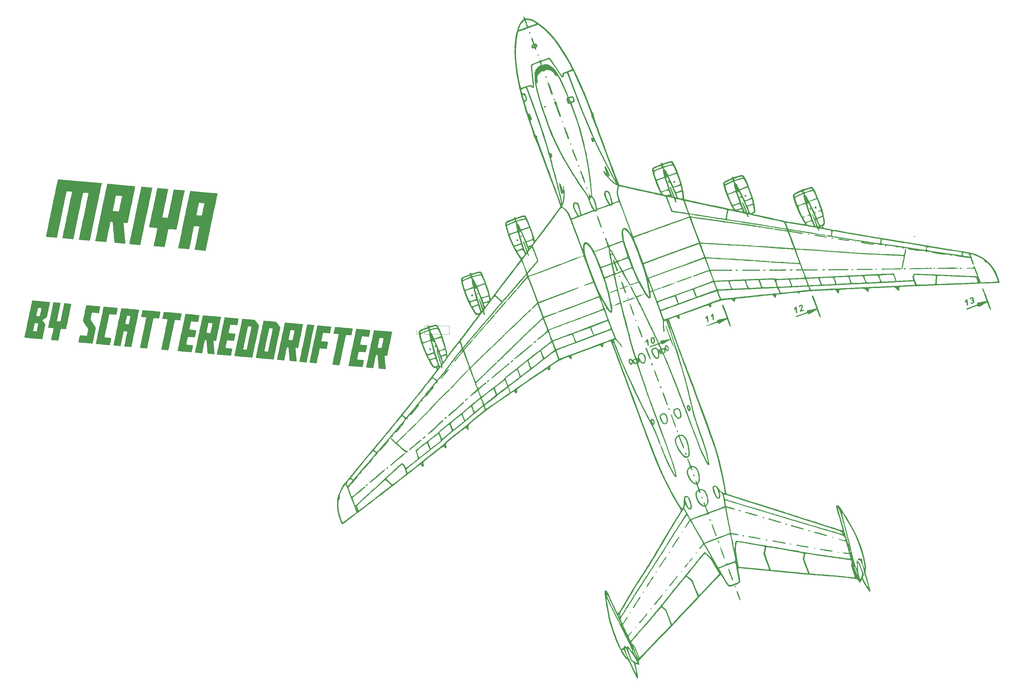
<source format=gbr>
%TF.GenerationSoftware,KiCad,Pcbnew,7.0.9*%
%TF.CreationDate,2024-01-06T21:29:47+01:00*%
%TF.ProjectId,rp2040_base,72703230-3430-45f6-9261-73652e6b6963,rev?*%
%TF.SameCoordinates,Original*%
%TF.FileFunction,Legend,Top*%
%TF.FilePolarity,Positive*%
%FSLAX46Y46*%
G04 Gerber Fmt 4.6, Leading zero omitted, Abs format (unit mm)*
G04 Created by KiCad (PCBNEW 7.0.9) date 2024-01-06 21:29:47*
%MOMM*%
%LPD*%
G01*
G04 APERTURE LIST*
%ADD10C,0.120000*%
G04 APERTURE END LIST*
%TO.C,G\u002A\u002A\u002A*%
G36*
X24796994Y-95866393D02*
G01*
X25171243Y-95891387D01*
X25658828Y-95927740D01*
X26238972Y-95973930D01*
X26890896Y-96028434D01*
X27297814Y-96063615D01*
X30120526Y-96310570D01*
X30043281Y-96635806D01*
X30003647Y-96814050D01*
X29934755Y-97135998D01*
X29842723Y-97572552D01*
X29733665Y-98094611D01*
X29613702Y-98673075D01*
X29545292Y-99004716D01*
X29124550Y-101048392D01*
X28785816Y-101283480D01*
X28499654Y-101488124D01*
X28185479Y-101721330D01*
X28083132Y-101799477D01*
X27719182Y-102080384D01*
X28185101Y-102685259D01*
X28651019Y-103290133D01*
X28161831Y-105602737D01*
X28031777Y-106218384D01*
X27914062Y-106777207D01*
X27813537Y-107256044D01*
X27735055Y-107631732D01*
X27683467Y-107881110D01*
X27663636Y-107980953D01*
X27578080Y-107987860D01*
X27342418Y-107980157D01*
X26982008Y-107959942D01*
X26522209Y-107929317D01*
X25988384Y-107890384D01*
X25405892Y-107845243D01*
X24800092Y-107795994D01*
X24196346Y-107744738D01*
X23620012Y-107693575D01*
X23096452Y-107644607D01*
X22651025Y-107599935D01*
X22309092Y-107561659D01*
X22096012Y-107531879D01*
X22035154Y-107514709D01*
X22053391Y-107423846D01*
X22104905Y-107174598D01*
X22186722Y-106781207D01*
X22295865Y-106257912D01*
X22429357Y-105618952D01*
X22454231Y-105500031D01*
X24753375Y-105500031D01*
X25315685Y-105522539D01*
X25877995Y-105545047D01*
X26064667Y-104631800D01*
X26151609Y-104212517D01*
X26234605Y-103822777D01*
X26301913Y-103517234D01*
X26330747Y-103393507D01*
X26410153Y-103068462D01*
X25849526Y-103019413D01*
X25288900Y-102970365D01*
X25124346Y-103730617D01*
X25033180Y-104155200D01*
X24941672Y-104586942D01*
X24867198Y-104943764D01*
X24856584Y-104995450D01*
X24753375Y-105500031D01*
X22454231Y-105500031D01*
X22495549Y-105302497D01*
X22584224Y-104878566D01*
X22757488Y-104050995D01*
X22946175Y-103150477D01*
X23147308Y-102191254D01*
X23253382Y-101685638D01*
X23459701Y-100702028D01*
X23477354Y-100617811D01*
X25764335Y-100617811D01*
X25804903Y-100681028D01*
X25942577Y-100719249D01*
X26212649Y-100749259D01*
X26298749Y-100756900D01*
X26590413Y-100778849D01*
X26797466Y-100787623D01*
X26873719Y-100781707D01*
X26891975Y-100690832D01*
X26940087Y-100461849D01*
X27010791Y-100129091D01*
X27096825Y-99726888D01*
X27098967Y-99716904D01*
X27213071Y-99188528D01*
X27290286Y-98808308D01*
X27326159Y-98551024D01*
X27316243Y-98391450D01*
X27256086Y-98304367D01*
X27141240Y-98264549D01*
X26967255Y-98246774D01*
X26837823Y-98236655D01*
X26624045Y-98216471D01*
X26470272Y-98215791D01*
X26360478Y-98259035D01*
X26278630Y-98370626D01*
X26208701Y-98574984D01*
X26134662Y-98896532D01*
X26040483Y-99359690D01*
X26013535Y-99492509D01*
X25933489Y-99875298D01*
X25859749Y-100210226D01*
X25803518Y-100447145D01*
X25785583Y-100512809D01*
X25764335Y-100617811D01*
X23477354Y-100617811D01*
X23518539Y-100421329D01*
X23655088Y-99769885D01*
X23836565Y-98903448D01*
X24001158Y-98116958D01*
X24145889Y-97424654D01*
X24267782Y-96840775D01*
X24363863Y-96379561D01*
X24431155Y-96055252D01*
X24466682Y-95882086D01*
X24471611Y-95856568D01*
X24556857Y-95854278D01*
X24796994Y-95866393D01*
G37*
G36*
X31459091Y-96441133D02*
G01*
X31795768Y-96461376D01*
X32209755Y-96493466D01*
X32292342Y-96500580D01*
X33432310Y-96600314D01*
X33369667Y-96838295D01*
X33338552Y-96973711D01*
X33278196Y-97251091D01*
X33194012Y-97644561D01*
X33091414Y-98128242D01*
X32975815Y-98676260D01*
X32852629Y-99262739D01*
X32727268Y-99861802D01*
X32605146Y-100447575D01*
X32491676Y-100994180D01*
X32392272Y-101475743D01*
X32312347Y-101866386D01*
X32257313Y-102140234D01*
X32232586Y-102271412D01*
X32231814Y-102277312D01*
X32309107Y-102315580D01*
X32516065Y-102355731D01*
X32780491Y-102386356D01*
X33334469Y-102434823D01*
X33929844Y-99565377D01*
X34525219Y-96695931D01*
X35650280Y-96794361D01*
X36071356Y-96835606D01*
X36419857Y-96878140D01*
X36663066Y-96917344D01*
X36768271Y-96948597D01*
X36770115Y-96952502D01*
X36750638Y-97058019D01*
X36699224Y-97314447D01*
X36620410Y-97700118D01*
X36518727Y-98193369D01*
X36398712Y-98772530D01*
X36264899Y-99415937D01*
X36121822Y-100101921D01*
X35974017Y-100808818D01*
X35826015Y-101514960D01*
X35682352Y-102198682D01*
X35547565Y-102838315D01*
X35426184Y-103412195D01*
X35322747Y-103898654D01*
X35241785Y-104276026D01*
X35187836Y-104522644D01*
X35167689Y-104609296D01*
X35093757Y-104890555D01*
X34263079Y-104817880D01*
X33843647Y-104788504D01*
X33578067Y-104788994D01*
X33446205Y-104820242D01*
X33422805Y-104855029D01*
X33401646Y-104979640D01*
X33350605Y-105242589D01*
X33276784Y-105609745D01*
X33187284Y-106046976D01*
X33089206Y-106520152D01*
X32989653Y-106995144D01*
X32895723Y-107437820D01*
X32814522Y-107814050D01*
X32753149Y-108089702D01*
X32726296Y-108202549D01*
X32654620Y-108484005D01*
X31534209Y-108385982D01*
X30413799Y-108287958D01*
X30751941Y-106701846D01*
X30862459Y-106175446D01*
X30961137Y-105690389D01*
X31041358Y-105280401D01*
X31096505Y-104979212D01*
X31119078Y-104830542D01*
X31148072Y-104545352D01*
X30305691Y-104471653D01*
X29463309Y-104397954D01*
X29544567Y-104073071D01*
X29575451Y-103936224D01*
X29636766Y-103653263D01*
X29723972Y-103245786D01*
X29832529Y-102735387D01*
X29957896Y-102143662D01*
X30095535Y-101492207D01*
X30240905Y-100802617D01*
X30389465Y-100096488D01*
X30536675Y-99395414D01*
X30677997Y-98720992D01*
X30808889Y-98094817D01*
X30924810Y-97538485D01*
X31021222Y-97073591D01*
X31093584Y-96721731D01*
X31137357Y-96504499D01*
X31148704Y-96442798D01*
X31232484Y-96434388D01*
X31459091Y-96441133D01*
G37*
G36*
X41554819Y-97330104D02*
G01*
X41799106Y-97346817D01*
X42170890Y-97377243D01*
X42646177Y-97419344D01*
X43200968Y-97471083D01*
X43679328Y-97517397D01*
X45864886Y-97732290D01*
X45649560Y-98797960D01*
X45434234Y-99863631D01*
X44351321Y-99768888D01*
X43268406Y-99674145D01*
X43196603Y-99955589D01*
X43125462Y-100249073D01*
X43043314Y-100609756D01*
X42960590Y-100988921D01*
X42887725Y-101337848D01*
X42835149Y-101607817D01*
X42813769Y-101743394D01*
X42857218Y-101862790D01*
X42985625Y-102098880D01*
X43182486Y-102424070D01*
X43431295Y-102810768D01*
X43624733Y-103099171D01*
X43963033Y-103606214D01*
X44201845Y-103991091D01*
X44350424Y-104270519D01*
X44418027Y-104461210D01*
X44423436Y-104541284D01*
X44398951Y-104688270D01*
X44342881Y-104982312D01*
X44260346Y-105397936D01*
X44156461Y-105909670D01*
X44036345Y-106492042D01*
X43913713Y-107078702D01*
X43429133Y-109382387D01*
X41208643Y-109211772D01*
X40604839Y-109162684D01*
X40063963Y-109113541D01*
X39609374Y-109066891D01*
X39264431Y-109025280D01*
X39052495Y-108991253D01*
X38994343Y-108970416D01*
X39014307Y-108861121D01*
X39064098Y-108615745D01*
X39136220Y-108270601D01*
X39223174Y-107862003D01*
X39223566Y-107860175D01*
X39309878Y-107457149D01*
X39381097Y-107123161D01*
X39429956Y-106892400D01*
X39449186Y-106799050D01*
X39449224Y-106798774D01*
X39532520Y-106797638D01*
X39757939Y-106810411D01*
X40091960Y-106834842D01*
X40501061Y-106868678D01*
X40539235Y-106872005D01*
X41626622Y-106967139D01*
X41803843Y-106119463D01*
X41886719Y-105729210D01*
X41962446Y-105383516D01*
X42019840Y-105132962D01*
X42039133Y-105055540D01*
X42042742Y-104946603D01*
X41994894Y-104794405D01*
X41883737Y-104577235D01*
X41697420Y-104273383D01*
X41424094Y-103861137D01*
X41239697Y-103590980D01*
X40925375Y-103129660D01*
X40700575Y-102787070D01*
X40552424Y-102538320D01*
X40468045Y-102358516D01*
X40434563Y-102222769D01*
X40439103Y-102106184D01*
X40448295Y-102060975D01*
X40483988Y-101898884D01*
X40549656Y-101590937D01*
X40639648Y-101164033D01*
X40748310Y-100645068D01*
X40869990Y-100060940D01*
X40972341Y-99567530D01*
X41097462Y-98967966D01*
X41212015Y-98428055D01*
X41310917Y-97971032D01*
X41389083Y-97620130D01*
X41441433Y-97398585D01*
X41462027Y-97329142D01*
X41554819Y-97330104D01*
G37*
G36*
X47001926Y-97806797D02*
G01*
X47246265Y-97823470D01*
X47618096Y-97853862D01*
X48093420Y-97895938D01*
X48648238Y-97947663D01*
X49126576Y-97993970D01*
X51312133Y-98208862D01*
X51096808Y-99274533D01*
X50881483Y-100340203D01*
X49798568Y-100245460D01*
X48715655Y-100150718D01*
X48641603Y-100431965D01*
X48605116Y-100587718D01*
X48539054Y-100887023D01*
X48448266Y-101306772D01*
X48337603Y-101823863D01*
X48211913Y-102415188D01*
X48076048Y-103057641D01*
X47934855Y-103728117D01*
X47793185Y-104403511D01*
X47655889Y-105060716D01*
X47527814Y-105676628D01*
X47413811Y-106228140D01*
X47318730Y-106692146D01*
X47247419Y-107045541D01*
X47204731Y-107265220D01*
X47194527Y-107326404D01*
X47219583Y-107384072D01*
X47323358Y-107430496D01*
X47531677Y-107471097D01*
X47870364Y-107511304D01*
X48237731Y-107545536D01*
X49292037Y-107637776D01*
X49255659Y-107966586D01*
X49219818Y-108204664D01*
X49156105Y-108551838D01*
X49076270Y-108945319D01*
X49047831Y-109077178D01*
X48876380Y-109858960D01*
X46655892Y-109688345D01*
X46051977Y-109640365D01*
X45510816Y-109594343D01*
X45055800Y-109552519D01*
X44710316Y-109517128D01*
X44497751Y-109490407D01*
X44439026Y-109476314D01*
X44458790Y-109369052D01*
X44511303Y-109108529D01*
X44592926Y-108711933D01*
X44700020Y-108196451D01*
X44828949Y-107579273D01*
X44976073Y-106877585D01*
X45137756Y-106108578D01*
X45310359Y-105289437D01*
X45490244Y-104437351D01*
X45673774Y-103569511D01*
X45857311Y-102703101D01*
X46037217Y-101855311D01*
X46209854Y-101043330D01*
X46371585Y-100284345D01*
X46518770Y-99595544D01*
X46647772Y-98994116D01*
X46754954Y-98497248D01*
X46836678Y-98122130D01*
X46889305Y-97885948D01*
X46909077Y-97805880D01*
X47001926Y-97806797D01*
G37*
G36*
X52736052Y-98310710D02*
G01*
X53110171Y-98335684D01*
X53597501Y-98372013D01*
X54177223Y-98418175D01*
X54828517Y-98472643D01*
X55225695Y-98506988D01*
X55908289Y-98568701D01*
X56530696Y-98628806D01*
X57072172Y-98684999D01*
X57511970Y-98734972D01*
X57829347Y-98776420D01*
X58003558Y-98807037D01*
X58030842Y-98818805D01*
X58012086Y-98914168D01*
X57960018Y-99167799D01*
X57877632Y-99565359D01*
X57767922Y-100092505D01*
X57633882Y-100734894D01*
X57478507Y-101478187D01*
X57304788Y-102308039D01*
X57115722Y-103210110D01*
X56914303Y-104170056D01*
X56811647Y-104658913D01*
X56605448Y-105640850D01*
X56410217Y-106571028D01*
X56228934Y-107435225D01*
X56064577Y-108219218D01*
X55920124Y-108908790D01*
X55798554Y-109489716D01*
X55702845Y-109947775D01*
X55635976Y-110268747D01*
X55600926Y-110438409D01*
X55596264Y-110462048D01*
X55512901Y-110465569D01*
X55286581Y-110454762D01*
X54949973Y-110431653D01*
X54535749Y-110398274D01*
X54449900Y-110390845D01*
X53984273Y-110349245D01*
X53667742Y-110315701D01*
X53473679Y-110282987D01*
X53375452Y-110243878D01*
X53346431Y-110191148D01*
X53359989Y-110117572D01*
X53366357Y-110096852D01*
X53400941Y-109956461D01*
X53464367Y-109670786D01*
X53550746Y-109267479D01*
X53654188Y-108774191D01*
X53768806Y-108218575D01*
X53824454Y-107945779D01*
X53942273Y-107370542D01*
X54051662Y-106844731D01*
X54146736Y-106395999D01*
X54221604Y-106051996D01*
X54270378Y-105840375D01*
X54282550Y-105794708D01*
X54304231Y-105688924D01*
X54263037Y-105625647D01*
X54123477Y-105587660D01*
X53850055Y-105557741D01*
X53781587Y-105551683D01*
X53220326Y-105502579D01*
X53150100Y-105784162D01*
X53112540Y-105948888D01*
X53045278Y-106258212D01*
X52954306Y-106683990D01*
X52845615Y-107198084D01*
X52725197Y-107772348D01*
X52650492Y-108130798D01*
X52221110Y-110195851D01*
X51095942Y-110097411D01*
X50674709Y-110057614D01*
X50325834Y-110019043D01*
X50082082Y-109985737D01*
X49976220Y-109961739D01*
X49974264Y-109959064D01*
X49992501Y-109868201D01*
X50044016Y-109618953D01*
X50125832Y-109225562D01*
X50234975Y-108702267D01*
X50368468Y-108063308D01*
X50523334Y-107322922D01*
X50696599Y-106495350D01*
X50885285Y-105594833D01*
X51086418Y-104635610D01*
X51192492Y-104129994D01*
X51379243Y-103239683D01*
X53665157Y-103239683D01*
X54234043Y-103289454D01*
X54525106Y-103305092D01*
X54732312Y-103297519D01*
X54808986Y-103269991D01*
X54828893Y-103161311D01*
X54878628Y-102916481D01*
X54950702Y-102571749D01*
X55037628Y-102163360D01*
X55038077Y-102161260D01*
X55152182Y-101632883D01*
X55229396Y-101252664D01*
X55265269Y-100995379D01*
X55255353Y-100835806D01*
X55195197Y-100748722D01*
X55080351Y-100708905D01*
X54906365Y-100691129D01*
X54776933Y-100681011D01*
X54562830Y-100660874D01*
X54408825Y-100660410D01*
X54298907Y-100704057D01*
X54217063Y-100816253D01*
X54147281Y-101021436D01*
X54073549Y-101344044D01*
X53979854Y-101808514D01*
X53953998Y-101936983D01*
X53873924Y-102326674D01*
X53799938Y-102675244D01*
X53743455Y-102929389D01*
X53726073Y-103001551D01*
X53665157Y-103239683D01*
X51379243Y-103239683D01*
X51398813Y-103146384D01*
X51420422Y-103043294D01*
X51594199Y-102214241D01*
X51775675Y-101347803D01*
X51940268Y-100561314D01*
X52084999Y-99869009D01*
X52206893Y-99285130D01*
X52302974Y-98823916D01*
X52370266Y-98499607D01*
X52405793Y-98326441D01*
X52410721Y-98300924D01*
X52495961Y-98298615D01*
X52736052Y-98310710D01*
G37*
G36*
X59419181Y-98914470D02*
G01*
X59811901Y-98932728D01*
X60334593Y-98966056D01*
X60972080Y-99013565D01*
X61709189Y-99074373D01*
X61902967Y-99091174D01*
X62693368Y-99161334D01*
X63324591Y-99220085D01*
X63813321Y-99269642D01*
X64176243Y-99312217D01*
X64430042Y-99350023D01*
X64591401Y-99385271D01*
X64677007Y-99420176D01*
X64703542Y-99456950D01*
X64703476Y-99462577D01*
X64679253Y-99608778D01*
X64625520Y-99878310D01*
X64552729Y-100222711D01*
X64471339Y-100593509D01*
X64391805Y-100942238D01*
X64324581Y-101220432D01*
X64322548Y-101228417D01*
X64250744Y-101509861D01*
X63417309Y-101436946D01*
X62978309Y-101407463D01*
X62696614Y-101410942D01*
X62556132Y-101447996D01*
X62536623Y-101470560D01*
X62510027Y-101575234D01*
X62451282Y-101836079D01*
X62363924Y-102236519D01*
X62251487Y-102759982D01*
X62117508Y-103389897D01*
X61965520Y-104109691D01*
X61799059Y-104902788D01*
X61621659Y-105752620D01*
X61558754Y-106055035D01*
X61377810Y-106924018D01*
X61206231Y-107744803D01*
X61047615Y-108500390D01*
X60905562Y-109173782D01*
X60783674Y-109747978D01*
X60685548Y-110205982D01*
X60614786Y-110530794D01*
X60574989Y-110705413D01*
X60569311Y-110727029D01*
X60537548Y-110806894D01*
X60479813Y-110857752D01*
X60365840Y-110882172D01*
X60165359Y-110882724D01*
X59848103Y-110861977D01*
X59413924Y-110825141D01*
X58958486Y-110783599D01*
X58650789Y-110748573D01*
X58462699Y-110713081D01*
X58366085Y-110670145D01*
X58332815Y-110612779D01*
X58332451Y-110556738D01*
X58352895Y-110440064D01*
X58405556Y-110170779D01*
X58486279Y-109768869D01*
X58590906Y-109254315D01*
X58715280Y-108647108D01*
X58855245Y-107967229D01*
X59006643Y-107234666D01*
X59165318Y-106469404D01*
X59327114Y-105691428D01*
X59487872Y-104920724D01*
X59643437Y-104177278D01*
X59789650Y-103481073D01*
X59922356Y-102852098D01*
X60037397Y-102310334D01*
X60130618Y-101875772D01*
X60197860Y-101568392D01*
X60234967Y-101408184D01*
X60236562Y-101402127D01*
X60300666Y-101164275D01*
X59467166Y-101091353D01*
X58633665Y-101018431D01*
X58707427Y-100692891D01*
X58799363Y-100282090D01*
X58890606Y-99865745D01*
X58972818Y-99482921D01*
X59037665Y-99172683D01*
X59076809Y-98974093D01*
X59084354Y-98926703D01*
X59171607Y-98912167D01*
X59419181Y-98914470D01*
G37*
G36*
X66096453Y-99498656D02*
G01*
X66489173Y-99516914D01*
X67011864Y-99550241D01*
X67649352Y-99597751D01*
X68386461Y-99658558D01*
X68580239Y-99675359D01*
X69370640Y-99745519D01*
X70001863Y-99804271D01*
X70490593Y-99853828D01*
X70853515Y-99896403D01*
X71107314Y-99934208D01*
X71268673Y-99969457D01*
X71354278Y-100004362D01*
X71380814Y-100041135D01*
X71380748Y-100046763D01*
X71356524Y-100192963D01*
X71302790Y-100462496D01*
X71230001Y-100806896D01*
X71148611Y-101177695D01*
X71069077Y-101526424D01*
X71001853Y-101804617D01*
X70999820Y-101812603D01*
X70928016Y-102094046D01*
X70094581Y-102021131D01*
X69655580Y-101991649D01*
X69373885Y-101995128D01*
X69233403Y-102032182D01*
X69213894Y-102054745D01*
X69187298Y-102159420D01*
X69128553Y-102420264D01*
X69041196Y-102820704D01*
X68928759Y-103344168D01*
X68794780Y-103974083D01*
X68642792Y-104693876D01*
X68476331Y-105486974D01*
X68298931Y-106336806D01*
X68236025Y-106639221D01*
X68055082Y-107508203D01*
X67883502Y-108328988D01*
X67724887Y-109084575D01*
X67582834Y-109757967D01*
X67460945Y-110332164D01*
X67362820Y-110790167D01*
X67292058Y-111114979D01*
X67252261Y-111289599D01*
X67246582Y-111311214D01*
X67214820Y-111391080D01*
X67157085Y-111441938D01*
X67043112Y-111466357D01*
X66842631Y-111466909D01*
X66525375Y-111446163D01*
X66091196Y-111409326D01*
X65635758Y-111367784D01*
X65328061Y-111332758D01*
X65139971Y-111297267D01*
X65043357Y-111254330D01*
X65010086Y-111196964D01*
X65009723Y-111140923D01*
X65030167Y-111024250D01*
X65082828Y-110754965D01*
X65163551Y-110353054D01*
X65268177Y-109838501D01*
X65392552Y-109231293D01*
X65532517Y-108551415D01*
X65683915Y-107818852D01*
X65842590Y-107053590D01*
X66004386Y-106275614D01*
X66165144Y-105504910D01*
X66320707Y-104761463D01*
X66466922Y-104065258D01*
X66599628Y-103436283D01*
X66714669Y-102894520D01*
X66807890Y-102459957D01*
X66875132Y-102152578D01*
X66912239Y-101992369D01*
X66913834Y-101986312D01*
X66977938Y-101748460D01*
X66144437Y-101675538D01*
X65310937Y-101602617D01*
X65384699Y-101277077D01*
X65476634Y-100866275D01*
X65567877Y-100449930D01*
X65650090Y-100067107D01*
X65714936Y-99756869D01*
X65754081Y-99558279D01*
X65761626Y-99510888D01*
X65848879Y-99496352D01*
X66096453Y-99498656D01*
G37*
G36*
X72656707Y-100051299D02*
G01*
X72901045Y-100067972D01*
X73272876Y-100098364D01*
X73748201Y-100140441D01*
X74303019Y-100192165D01*
X74781357Y-100238472D01*
X76966914Y-100453365D01*
X76751588Y-101519035D01*
X76536263Y-102584705D01*
X75456349Y-102490225D01*
X74376435Y-102395745D01*
X74308558Y-102633267D01*
X74261285Y-102823741D01*
X74191790Y-103134004D01*
X74111834Y-103510768D01*
X74073672Y-103697226D01*
X73993598Y-104086917D01*
X73919612Y-104435487D01*
X73863128Y-104689632D01*
X73845747Y-104761794D01*
X73784831Y-104999926D01*
X74880871Y-105095817D01*
X75295945Y-105137116D01*
X75637848Y-105180640D01*
X75873487Y-105221475D01*
X75969764Y-105254711D01*
X75970443Y-105257541D01*
X75950389Y-105364840D01*
X75900554Y-105608446D01*
X75828432Y-105952259D01*
X75741518Y-106360184D01*
X75740941Y-106362872D01*
X75654635Y-106766291D01*
X75583489Y-107101070D01*
X75534764Y-107332877D01*
X75515725Y-107427384D01*
X75515694Y-107427674D01*
X75432542Y-107430058D01*
X75207090Y-107418314D01*
X74872674Y-107394585D01*
X74462629Y-107361017D01*
X74415244Y-107356894D01*
X73926790Y-107319087D01*
X73593097Y-107305994D01*
X73394242Y-107317860D01*
X73310305Y-107354927D01*
X73304617Y-107370391D01*
X73280834Y-107497904D01*
X73226343Y-107756090D01*
X73149999Y-108103724D01*
X73085294Y-108391446D01*
X72968025Y-108893613D01*
X72892296Y-109248628D01*
X72873891Y-109483833D01*
X72928590Y-109626572D01*
X73072179Y-109704193D01*
X73320437Y-109744038D01*
X73689147Y-109773451D01*
X73892512Y-109790039D01*
X74946818Y-109882279D01*
X74910440Y-110211088D01*
X74874599Y-110449166D01*
X74810886Y-110796341D01*
X74731051Y-111189822D01*
X74702612Y-111321680D01*
X74531161Y-112103462D01*
X72310672Y-111932847D01*
X71706757Y-111884867D01*
X71165597Y-111838846D01*
X70710581Y-111797021D01*
X70365097Y-111761631D01*
X70152532Y-111734910D01*
X70093807Y-111720816D01*
X70113571Y-111613554D01*
X70166084Y-111353032D01*
X70247706Y-110956436D01*
X70354801Y-110440954D01*
X70483729Y-109823775D01*
X70630853Y-109122088D01*
X70792536Y-108353080D01*
X70965140Y-107533939D01*
X71145025Y-106681854D01*
X71328555Y-105814013D01*
X71512092Y-104947604D01*
X71691998Y-104099813D01*
X71864635Y-103287833D01*
X72026364Y-102528847D01*
X72173551Y-101840046D01*
X72302552Y-101238618D01*
X72409735Y-100741751D01*
X72491459Y-100366632D01*
X72544086Y-100130450D01*
X72563858Y-100050383D01*
X72656707Y-100051299D01*
G37*
G36*
X78303337Y-100547790D02*
G01*
X78678363Y-100572906D01*
X79167468Y-100609402D01*
X79750121Y-100655766D01*
X80405792Y-100710488D01*
X80872116Y-100750759D01*
X83763097Y-101003687D01*
X83691036Y-101329376D01*
X83657384Y-101486386D01*
X83592120Y-101795362D01*
X83499588Y-102235589D01*
X83384130Y-102786345D01*
X83250088Y-103426913D01*
X83101803Y-104136573D01*
X82943619Y-104894608D01*
X82903001Y-105089411D01*
X82187027Y-108523760D01*
X81770043Y-108514262D01*
X81503692Y-108528881D01*
X81359713Y-108581444D01*
X81344895Y-108609863D01*
X81350616Y-108725249D01*
X81371206Y-108989185D01*
X81404318Y-109374678D01*
X81447605Y-109854732D01*
X81498723Y-110402350D01*
X81520858Y-110634495D01*
X81574445Y-111202158D01*
X81621083Y-111713595D01*
X81658432Y-112141675D01*
X81684152Y-112459269D01*
X81695900Y-112639249D01*
X81696170Y-112666565D01*
X81651938Y-112710825D01*
X81513234Y-112729179D01*
X81257615Y-112721432D01*
X80862635Y-112687387D01*
X80572222Y-112656765D01*
X79457091Y-112534425D01*
X79285869Y-110416826D01*
X79114647Y-108299227D01*
X78884559Y-108279097D01*
X78752189Y-108281244D01*
X78669517Y-108343251D01*
X78609135Y-108504804D01*
X78553013Y-108759145D01*
X78501537Y-109010708D01*
X78422259Y-109395408D01*
X78323354Y-109873701D01*
X78212999Y-110406043D01*
X78121569Y-110846151D01*
X77791583Y-112432977D01*
X76664639Y-112334383D01*
X76243048Y-112294559D01*
X75893791Y-112255965D01*
X75649604Y-112222637D01*
X75543229Y-112198612D01*
X75541186Y-112195880D01*
X75559423Y-112105017D01*
X75610938Y-111855769D01*
X75692755Y-111462378D01*
X75801897Y-110939083D01*
X75935389Y-110300123D01*
X76090255Y-109559737D01*
X76263520Y-108732166D01*
X76452208Y-107831649D01*
X76653340Y-106872425D01*
X76759415Y-106366809D01*
X76860133Y-105886643D01*
X79198274Y-105886643D01*
X79236787Y-105963862D01*
X79355573Y-106008311D01*
X79591637Y-106038636D01*
X79796578Y-106057074D01*
X80146266Y-106077223D01*
X80346356Y-106060503D01*
X80420220Y-106004623D01*
X80421662Y-105995756D01*
X80442869Y-105873747D01*
X80494907Y-105611421D01*
X80571211Y-105240835D01*
X80665214Y-104794051D01*
X80728940Y-104495474D01*
X80829997Y-104022458D01*
X80917180Y-103610535D01*
X80984068Y-103290351D01*
X81024239Y-103092554D01*
X81032945Y-103044512D01*
X80955931Y-103004958D01*
X80746945Y-102962941D01*
X80450050Y-102927158D01*
X80428714Y-102925251D01*
X79817683Y-102871792D01*
X79745014Y-103153161D01*
X79674001Y-103446029D01*
X79586675Y-103832499D01*
X79491706Y-104270895D01*
X79397765Y-104719541D01*
X79313525Y-105136761D01*
X79247656Y-105480879D01*
X79208831Y-105710218D01*
X79203024Y-105758006D01*
X79198274Y-105886643D01*
X76860133Y-105886643D01*
X76928850Y-105559042D01*
X76965734Y-105383199D01*
X77161120Y-104451056D01*
X77342598Y-103584619D01*
X77507189Y-102798129D01*
X77651920Y-102105825D01*
X77773814Y-101521946D01*
X77869896Y-101060732D01*
X77937187Y-100736423D01*
X77972715Y-100563257D01*
X77977642Y-100537740D01*
X78062921Y-100535564D01*
X78303337Y-100547790D01*
G37*
G36*
X84956944Y-101127431D02*
G01*
X85201283Y-101144104D01*
X85573114Y-101174496D01*
X86048438Y-101216572D01*
X86603256Y-101268296D01*
X87081594Y-101314604D01*
X89267152Y-101529496D01*
X89051826Y-102595166D01*
X88836501Y-103660837D01*
X87756587Y-103566357D01*
X86676672Y-103471876D01*
X86608795Y-103709398D01*
X86561523Y-103899872D01*
X86492027Y-104210136D01*
X86412071Y-104586900D01*
X86373909Y-104773357D01*
X86293835Y-105163048D01*
X86219849Y-105511618D01*
X86163366Y-105765764D01*
X86145984Y-105837925D01*
X86085068Y-106076057D01*
X87181108Y-106171948D01*
X87596183Y-106213248D01*
X87938086Y-106256771D01*
X88173724Y-106297607D01*
X88270001Y-106330842D01*
X88270680Y-106333672D01*
X88250627Y-106440972D01*
X88200791Y-106684577D01*
X88128670Y-107028391D01*
X88041756Y-107436315D01*
X88041178Y-107439003D01*
X87954873Y-107842422D01*
X87883726Y-108177201D01*
X87835001Y-108409009D01*
X87815962Y-108503515D01*
X87815931Y-108503805D01*
X87732779Y-108506189D01*
X87507327Y-108494445D01*
X87172911Y-108470716D01*
X86762866Y-108437148D01*
X86715482Y-108433025D01*
X86227027Y-108395218D01*
X85893334Y-108382126D01*
X85694479Y-108393992D01*
X85610542Y-108431058D01*
X85604854Y-108446522D01*
X85581071Y-108574036D01*
X85526580Y-108832221D01*
X85450236Y-109179855D01*
X85385531Y-109467577D01*
X85268262Y-109969745D01*
X85192533Y-110324759D01*
X85174128Y-110559964D01*
X85228828Y-110702704D01*
X85372416Y-110780325D01*
X85620674Y-110820169D01*
X85989384Y-110849583D01*
X86192749Y-110866170D01*
X87247055Y-110958410D01*
X87210677Y-111287220D01*
X87174836Y-111525298D01*
X87111123Y-111872472D01*
X87031288Y-112265953D01*
X87002849Y-112397811D01*
X86831398Y-113179593D01*
X84610910Y-113008979D01*
X84006995Y-112960999D01*
X83465834Y-112914977D01*
X83010818Y-112873153D01*
X82665334Y-112837762D01*
X82452769Y-112811041D01*
X82394044Y-112796947D01*
X82413808Y-112689686D01*
X82466321Y-112429163D01*
X82547944Y-112032567D01*
X82655038Y-111517085D01*
X82783967Y-110899907D01*
X82931091Y-110198219D01*
X83092774Y-109429211D01*
X83265377Y-108610071D01*
X83445262Y-107757985D01*
X83628792Y-106890145D01*
X83812329Y-106023735D01*
X83992235Y-105175945D01*
X84164872Y-104363964D01*
X84326603Y-103604979D01*
X84473788Y-102916178D01*
X84602790Y-102314749D01*
X84709972Y-101817882D01*
X84791696Y-101442763D01*
X84844323Y-101206581D01*
X84864095Y-101126514D01*
X84956944Y-101127431D01*
G37*
G36*
X90685861Y-101627663D02*
G01*
X91047010Y-101650789D01*
X91508946Y-101685068D01*
X92046717Y-101728828D01*
X92328471Y-101753060D01*
X94287713Y-101924472D01*
X94975919Y-102814493D01*
X95664124Y-103704514D01*
X94609058Y-108728112D01*
X94417060Y-109642583D01*
X94236235Y-110504406D01*
X94069777Y-111298317D01*
X93920881Y-112009047D01*
X93792742Y-112621332D01*
X93688557Y-113119904D01*
X93611520Y-113489498D01*
X93564826Y-113714847D01*
X93551374Y-113781631D01*
X93466346Y-113781515D01*
X93226449Y-113767207D01*
X92852497Y-113740305D01*
X92365303Y-113702410D01*
X91785679Y-113655117D01*
X91134439Y-113600025D01*
X90737274Y-113565579D01*
X90054577Y-113504644D01*
X89431913Y-113446745D01*
X88890052Y-113393997D01*
X88449759Y-113348514D01*
X88131804Y-113312410D01*
X87956954Y-113287800D01*
X87929282Y-113279698D01*
X87947519Y-113188835D01*
X87999034Y-112939587D01*
X88080850Y-112546196D01*
X88189993Y-112022901D01*
X88323486Y-111383941D01*
X88375454Y-111135489D01*
X90684285Y-111135489D01*
X90712619Y-111210985D01*
X90836728Y-111256614D01*
X91090686Y-111282069D01*
X91221122Y-111288188D01*
X91769425Y-111309801D01*
X92485426Y-107919720D01*
X92644771Y-107162240D01*
X92793074Y-106451451D01*
X92926208Y-105807562D01*
X93040046Y-105250784D01*
X93130465Y-104801327D01*
X93193337Y-104479403D01*
X93224536Y-104305221D01*
X93226776Y-104288397D01*
X93232182Y-104153703D01*
X93186062Y-104076927D01*
X93048893Y-104035281D01*
X92781148Y-104005976D01*
X92728951Y-104001382D01*
X92437488Y-103979839D01*
X92274237Y-103992679D01*
X92191722Y-104058621D01*
X92142465Y-104196385D01*
X92131728Y-104236858D01*
X92094933Y-104393811D01*
X92028605Y-104694218D01*
X91937593Y-105114966D01*
X91826745Y-105632940D01*
X91700914Y-106225028D01*
X91564945Y-106868116D01*
X91423693Y-107539089D01*
X91282003Y-108214836D01*
X91144728Y-108872241D01*
X91016716Y-109488192D01*
X90902815Y-110039574D01*
X90807878Y-110503274D01*
X90736752Y-110856179D01*
X90694288Y-111075175D01*
X90684285Y-111135489D01*
X88375454Y-111135489D01*
X88416946Y-110937123D01*
X88478352Y-110643555D01*
X88651617Y-109815984D01*
X88840303Y-108915467D01*
X89041436Y-107956243D01*
X89147511Y-107450627D01*
X89353831Y-106467017D01*
X89549217Y-105534874D01*
X89730693Y-104668437D01*
X89895286Y-103881947D01*
X90040017Y-103189643D01*
X90161911Y-102605764D01*
X90257992Y-102144550D01*
X90325284Y-101820241D01*
X90360811Y-101647075D01*
X90365739Y-101621558D01*
X90450453Y-101617362D01*
X90685861Y-101627663D01*
G37*
G36*
X97363133Y-102211849D02*
G01*
X97724281Y-102234975D01*
X98186218Y-102269254D01*
X98723989Y-102313013D01*
X99005743Y-102337246D01*
X100964985Y-102508657D01*
X101653191Y-103398678D01*
X102341396Y-104288699D01*
X101286330Y-109312297D01*
X101094332Y-110226769D01*
X100913507Y-111088592D01*
X100747049Y-111882502D01*
X100598153Y-112593233D01*
X100470014Y-113205518D01*
X100365829Y-113704090D01*
X100288792Y-114073684D01*
X100242098Y-114299033D01*
X100228646Y-114365816D01*
X100143617Y-114365700D01*
X99903721Y-114351392D01*
X99529768Y-114324491D01*
X99042574Y-114286596D01*
X98462951Y-114239302D01*
X97811711Y-114184210D01*
X97414546Y-114149764D01*
X96731848Y-114088829D01*
X96109185Y-114030930D01*
X95567324Y-113978182D01*
X95127031Y-113932699D01*
X94809076Y-113896595D01*
X94634225Y-113871985D01*
X94606554Y-113863884D01*
X94624791Y-113773020D01*
X94676305Y-113523773D01*
X94758122Y-113130382D01*
X94867265Y-112607087D01*
X95000757Y-111968127D01*
X95052726Y-111719675D01*
X97361557Y-111719675D01*
X97389891Y-111795170D01*
X97513999Y-111840800D01*
X97767958Y-111866255D01*
X97898392Y-111872373D01*
X98446697Y-111893986D01*
X99162698Y-108503905D01*
X99322043Y-107746426D01*
X99470346Y-107035637D01*
X99603479Y-106391748D01*
X99717318Y-105834970D01*
X99807737Y-105385513D01*
X99870609Y-105063589D01*
X99901808Y-104889407D01*
X99904047Y-104872582D01*
X99909452Y-104737889D01*
X99863333Y-104661113D01*
X99726164Y-104619466D01*
X99458420Y-104590161D01*
X99406223Y-104585568D01*
X99114760Y-104564025D01*
X98951509Y-104576865D01*
X98868994Y-104642807D01*
X98819737Y-104780571D01*
X98808999Y-104821043D01*
X98772205Y-104977997D01*
X98705876Y-105278404D01*
X98614864Y-105699152D01*
X98504017Y-106217126D01*
X98378185Y-106809214D01*
X98242217Y-107452302D01*
X98100965Y-108123275D01*
X97959275Y-108799021D01*
X97821999Y-109456427D01*
X97693988Y-110072377D01*
X97580087Y-110623760D01*
X97485150Y-111087460D01*
X97414024Y-111440365D01*
X97371560Y-111659361D01*
X97361557Y-111719675D01*
X95052726Y-111719675D01*
X95094218Y-111521308D01*
X95155624Y-111227741D01*
X95328889Y-110400170D01*
X95517575Y-109499652D01*
X95718708Y-108540429D01*
X95824782Y-108034813D01*
X96031101Y-107051203D01*
X96226489Y-106119060D01*
X96407965Y-105252623D01*
X96572558Y-104466133D01*
X96717289Y-103773829D01*
X96839182Y-103189950D01*
X96935263Y-102728735D01*
X97002555Y-102404426D01*
X97038082Y-102231261D01*
X97043011Y-102205743D01*
X97127725Y-102201548D01*
X97363133Y-102211849D01*
G37*
G36*
X104045977Y-102799979D02*
G01*
X104421002Y-102825095D01*
X104910107Y-102861592D01*
X105492761Y-102907956D01*
X106148432Y-102962677D01*
X106614755Y-103002948D01*
X109505736Y-103255876D01*
X109433675Y-103581565D01*
X109400023Y-103738575D01*
X109334759Y-104047551D01*
X109242228Y-104487778D01*
X109126769Y-105038534D01*
X108992727Y-105679102D01*
X108844443Y-106388762D01*
X108686259Y-107146797D01*
X108645641Y-107341601D01*
X107929666Y-110775949D01*
X107512683Y-110766451D01*
X107246331Y-110781070D01*
X107102353Y-110833633D01*
X107087534Y-110862052D01*
X107093256Y-110977438D01*
X107113846Y-111241375D01*
X107146957Y-111626867D01*
X107190245Y-112106921D01*
X107241362Y-112654539D01*
X107263497Y-112886685D01*
X107317084Y-113454347D01*
X107363723Y-113965784D01*
X107401072Y-114393864D01*
X107426791Y-114711458D01*
X107438541Y-114891438D01*
X107438809Y-114918755D01*
X107394578Y-114963014D01*
X107255874Y-114981368D01*
X107000254Y-114973621D01*
X106605274Y-114939576D01*
X106314862Y-114908954D01*
X105199730Y-114786614D01*
X105028509Y-112669015D01*
X104857287Y-110551416D01*
X104627199Y-110531286D01*
X104494828Y-110533433D01*
X104412156Y-110595440D01*
X104351775Y-110756993D01*
X104295652Y-111011334D01*
X104244176Y-111262897D01*
X104164898Y-111647597D01*
X104065994Y-112125890D01*
X103955638Y-112658232D01*
X103864208Y-113098340D01*
X103534222Y-114685167D01*
X102407278Y-114586572D01*
X101985689Y-114546748D01*
X101636430Y-114508154D01*
X101392243Y-114474826D01*
X101285868Y-114450801D01*
X101283826Y-114448069D01*
X101302063Y-114357206D01*
X101353577Y-114107958D01*
X101435394Y-113714567D01*
X101544536Y-113191272D01*
X101678028Y-112552312D01*
X101832896Y-111811927D01*
X102006160Y-110984355D01*
X102194847Y-110083838D01*
X102395980Y-109124615D01*
X102502054Y-108618999D01*
X102602772Y-108138832D01*
X104940913Y-108138832D01*
X104979427Y-108216052D01*
X105098212Y-108260500D01*
X105334277Y-108290825D01*
X105539218Y-108309263D01*
X105888905Y-108329412D01*
X106088996Y-108312693D01*
X106162859Y-108256812D01*
X106164301Y-108247945D01*
X106185508Y-108125936D01*
X106237546Y-107863610D01*
X106313850Y-107493024D01*
X106407854Y-107046241D01*
X106471579Y-106747663D01*
X106572637Y-106274647D01*
X106659820Y-105862724D01*
X106726707Y-105542540D01*
X106766878Y-105344743D01*
X106775584Y-105296701D01*
X106698571Y-105257147D01*
X106489585Y-105215130D01*
X106192689Y-105179347D01*
X106171353Y-105177440D01*
X105560323Y-105123982D01*
X105487653Y-105405350D01*
X105416641Y-105698218D01*
X105329314Y-106084688D01*
X105234345Y-106523084D01*
X105140405Y-106971731D01*
X105056165Y-107388950D01*
X104990295Y-107733068D01*
X104951471Y-107962407D01*
X104945663Y-108010195D01*
X104940913Y-108138832D01*
X102602772Y-108138832D01*
X102671489Y-107811231D01*
X102708373Y-107635389D01*
X102903760Y-106703245D01*
X103085237Y-105836808D01*
X103249829Y-105050319D01*
X103394561Y-104358014D01*
X103516454Y-103774135D01*
X103612535Y-103312921D01*
X103679827Y-102988612D01*
X103715354Y-102815446D01*
X103720283Y-102789929D01*
X103805560Y-102787753D01*
X104045977Y-102799979D01*
G37*
G36*
X111906295Y-103465898D02*
G01*
X112369538Y-103507310D01*
X112683809Y-103540761D01*
X112875863Y-103573552D01*
X112972457Y-103612985D01*
X113000346Y-103666360D01*
X112986285Y-103740978D01*
X112980791Y-103759100D01*
X112952946Y-103877085D01*
X112892399Y-104152855D01*
X112802304Y-104571489D01*
X112685823Y-105118065D01*
X112546111Y-105777665D01*
X112386325Y-106535365D01*
X112209624Y-107376247D01*
X112019164Y-108285390D01*
X111818103Y-109247872D01*
X111739195Y-109626340D01*
X110556965Y-115299577D01*
X109433003Y-115201243D01*
X109012044Y-115161118D01*
X108663514Y-115121617D01*
X108420182Y-115086920D01*
X108314819Y-115061211D01*
X108312945Y-115058285D01*
X108331581Y-114962490D01*
X108382859Y-114711671D01*
X108463094Y-114323410D01*
X108568602Y-113815293D01*
X108695698Y-113204901D01*
X108840697Y-112509819D01*
X108999915Y-111747630D01*
X109169668Y-110935917D01*
X109346270Y-110092263D01*
X109526036Y-109234253D01*
X109705285Y-108379469D01*
X109880329Y-107545496D01*
X110047483Y-106749916D01*
X110203065Y-106010312D01*
X110343388Y-105344269D01*
X110464770Y-104769370D01*
X110563524Y-104303197D01*
X110635967Y-103963336D01*
X110678413Y-103767367D01*
X110685656Y-103735365D01*
X110772432Y-103366698D01*
X111906295Y-103465898D01*
G37*
G36*
X114038219Y-103671713D02*
G01*
X114282559Y-103688386D01*
X114654390Y-103718778D01*
X115129713Y-103760854D01*
X115684531Y-103812578D01*
X116162870Y-103858885D01*
X118348427Y-104073778D01*
X118133102Y-105139448D01*
X117917776Y-106205119D01*
X116837862Y-106110638D01*
X115757947Y-106016158D01*
X115690070Y-106253680D01*
X115642799Y-106444154D01*
X115573302Y-106754418D01*
X115493347Y-107131182D01*
X115455185Y-107317639D01*
X115375110Y-107707330D01*
X115301125Y-108055900D01*
X115244641Y-108310046D01*
X115227260Y-108382207D01*
X115166344Y-108620339D01*
X116262383Y-108716230D01*
X116677458Y-108757530D01*
X117019362Y-108801053D01*
X117254999Y-108841889D01*
X117351276Y-108875124D01*
X117351955Y-108877954D01*
X117331902Y-108985254D01*
X117282068Y-109228859D01*
X117209945Y-109572673D01*
X117123031Y-109980597D01*
X117122454Y-109983285D01*
X117036148Y-110386704D01*
X116965001Y-110721483D01*
X116916278Y-110953291D01*
X116897237Y-111047797D01*
X116897206Y-111048087D01*
X116814081Y-111050521D01*
X116588830Y-111038820D01*
X116254970Y-111015131D01*
X115846013Y-110981602D01*
X115808252Y-110978313D01*
X114721512Y-110883236D01*
X114651287Y-111164819D01*
X114613727Y-111329545D01*
X114546465Y-111638869D01*
X114455493Y-112064647D01*
X114346802Y-112578740D01*
X114226384Y-113153004D01*
X114151679Y-113511455D01*
X113722297Y-115576508D01*
X112597129Y-115478068D01*
X112175895Y-115438271D01*
X111827020Y-115399700D01*
X111583269Y-115366393D01*
X111477406Y-115342396D01*
X111475451Y-115339721D01*
X111495205Y-115232603D01*
X111547709Y-114972213D01*
X111629326Y-114575738D01*
X111736417Y-114060368D01*
X111865343Y-113443292D01*
X112012467Y-112741699D01*
X112174150Y-111972776D01*
X112346755Y-111153714D01*
X112526641Y-110301701D01*
X112710172Y-109433926D01*
X112893709Y-108567577D01*
X113073614Y-107719845D01*
X113246249Y-106907917D01*
X113407973Y-106148982D01*
X113555151Y-105460228D01*
X113684144Y-104858847D01*
X113791312Y-104362025D01*
X113873018Y-103986952D01*
X113925624Y-103750817D01*
X113945371Y-103670796D01*
X114038219Y-103671713D01*
G37*
G36*
X119778202Y-104195200D02*
G01*
X120170923Y-104213458D01*
X120693614Y-104246786D01*
X121331102Y-104294295D01*
X122068210Y-104355103D01*
X122261988Y-104371904D01*
X123052389Y-104442064D01*
X123683613Y-104500815D01*
X124172343Y-104550372D01*
X124535266Y-104592947D01*
X124789063Y-104630753D01*
X124950423Y-104666001D01*
X125036028Y-104700906D01*
X125062564Y-104737680D01*
X125062498Y-104743308D01*
X125038275Y-104889508D01*
X124984541Y-105159040D01*
X124911751Y-105503441D01*
X124830362Y-105874239D01*
X124750826Y-106222968D01*
X124683602Y-106501162D01*
X124681570Y-106509147D01*
X124609767Y-106790591D01*
X123776331Y-106717676D01*
X123337330Y-106688193D01*
X123055635Y-106691672D01*
X122915153Y-106728726D01*
X122895644Y-106751290D01*
X122869048Y-106855964D01*
X122810304Y-107116809D01*
X122722945Y-107517249D01*
X122610510Y-108040712D01*
X122476530Y-108670627D01*
X122324542Y-109390421D01*
X122158080Y-110183519D01*
X121980680Y-111033350D01*
X121917775Y-111335765D01*
X121736833Y-112204748D01*
X121565252Y-113025533D01*
X121406636Y-113781120D01*
X121264584Y-114454512D01*
X121142695Y-115028708D01*
X121044570Y-115486712D01*
X120973809Y-115811524D01*
X120934011Y-115986144D01*
X120928333Y-116007759D01*
X120896569Y-116087625D01*
X120838835Y-116138482D01*
X120724862Y-116162902D01*
X120524382Y-116163454D01*
X120207125Y-116142707D01*
X119772946Y-116105871D01*
X119317509Y-116064329D01*
X119009810Y-116029303D01*
X118821721Y-115993812D01*
X118725107Y-115950875D01*
X118691837Y-115893509D01*
X118691474Y-115837468D01*
X118711916Y-115720795D01*
X118764578Y-115451510D01*
X118845300Y-115049599D01*
X118949928Y-114535046D01*
X119074302Y-113927838D01*
X119214267Y-113247959D01*
X119365665Y-112515396D01*
X119524340Y-111750134D01*
X119686135Y-110972158D01*
X119846893Y-110201455D01*
X120002458Y-109458008D01*
X120148672Y-108761803D01*
X120281377Y-108132828D01*
X120396419Y-107591065D01*
X120489639Y-107156502D01*
X120556882Y-106849123D01*
X120593988Y-106688914D01*
X120595583Y-106682857D01*
X120659688Y-106445005D01*
X119826187Y-106372083D01*
X118992686Y-106299161D01*
X119066448Y-105973621D01*
X119158384Y-105562820D01*
X119249627Y-105146475D01*
X119331840Y-104763651D01*
X119396687Y-104453414D01*
X119435830Y-104254823D01*
X119443375Y-104207433D01*
X119530628Y-104192897D01*
X119778202Y-104195200D01*
G37*
G36*
X126250598Y-104740157D02*
G01*
X126494937Y-104756830D01*
X126866767Y-104787222D01*
X127342092Y-104829299D01*
X127896910Y-104881023D01*
X128375248Y-104927330D01*
X130560805Y-105142223D01*
X130345479Y-106207893D01*
X130130155Y-107273563D01*
X129050240Y-107179083D01*
X127970326Y-107084603D01*
X127902449Y-107322125D01*
X127855177Y-107512599D01*
X127785681Y-107822862D01*
X127705725Y-108199626D01*
X127667563Y-108386084D01*
X127587489Y-108775775D01*
X127513503Y-109124345D01*
X127457020Y-109378490D01*
X127439638Y-109450652D01*
X127378722Y-109688784D01*
X128474762Y-109784675D01*
X128889836Y-109825974D01*
X129231740Y-109869498D01*
X129467378Y-109910333D01*
X129563655Y-109943569D01*
X129564334Y-109946399D01*
X129544281Y-110053698D01*
X129494445Y-110297304D01*
X129422324Y-110641117D01*
X129335409Y-111049042D01*
X129334832Y-111051730D01*
X129248527Y-111455149D01*
X129177380Y-111789928D01*
X129128655Y-112021735D01*
X129109616Y-112116241D01*
X129109585Y-112116532D01*
X129026433Y-112118916D01*
X128800981Y-112107172D01*
X128466565Y-112083443D01*
X128056520Y-112049875D01*
X128009136Y-112045752D01*
X127520681Y-112007945D01*
X127186988Y-111994852D01*
X126988133Y-112006718D01*
X126904196Y-112043785D01*
X126898508Y-112059249D01*
X126874725Y-112186762D01*
X126820234Y-112444947D01*
X126743890Y-112792581D01*
X126679185Y-113080304D01*
X126561916Y-113582471D01*
X126486187Y-113937486D01*
X126467782Y-114172691D01*
X126522481Y-114315430D01*
X126666070Y-114393051D01*
X126914328Y-114432896D01*
X127283038Y-114462309D01*
X127486403Y-114478897D01*
X128540709Y-114571137D01*
X128504331Y-114899946D01*
X128468490Y-115138024D01*
X128404777Y-115485199D01*
X128324942Y-115878680D01*
X128296503Y-116010538D01*
X128125052Y-116792320D01*
X125904564Y-116621705D01*
X125300648Y-116573725D01*
X124759488Y-116527704D01*
X124304472Y-116485879D01*
X123958988Y-116450489D01*
X123746423Y-116423768D01*
X123687698Y-116409674D01*
X123707462Y-116302412D01*
X123759975Y-116041890D01*
X123841597Y-115645293D01*
X123948692Y-115129812D01*
X124077620Y-114512633D01*
X124224744Y-113810946D01*
X124386427Y-113041938D01*
X124559031Y-112222797D01*
X124738916Y-111370712D01*
X124922446Y-110502871D01*
X125105983Y-109636462D01*
X125285889Y-108788671D01*
X125458526Y-107976691D01*
X125620257Y-107217705D01*
X125767442Y-106528904D01*
X125896444Y-105927476D01*
X126003626Y-105430609D01*
X126085350Y-105055490D01*
X126137977Y-104819308D01*
X126157749Y-104739241D01*
X126250598Y-104740157D01*
G37*
G36*
X131985087Y-105244335D02*
G01*
X132360113Y-105269451D01*
X132849218Y-105305947D01*
X133431871Y-105352311D01*
X134087543Y-105407033D01*
X134553865Y-105447304D01*
X137444847Y-105700232D01*
X137372785Y-106025921D01*
X137339133Y-106182930D01*
X137273871Y-106491907D01*
X137181338Y-106932133D01*
X137065880Y-107482889D01*
X136931837Y-108123457D01*
X136783553Y-108833118D01*
X136625369Y-109591153D01*
X136584751Y-109785956D01*
X135868776Y-113220304D01*
X135451793Y-113210807D01*
X135185442Y-113225425D01*
X135041464Y-113277989D01*
X135026645Y-113306407D01*
X135032367Y-113421793D01*
X135052956Y-113685730D01*
X135086068Y-114071223D01*
X135129356Y-114551276D01*
X135180472Y-115098894D01*
X135202608Y-115331040D01*
X135256194Y-115898702D01*
X135302833Y-116410139D01*
X135340183Y-116838220D01*
X135365901Y-117155814D01*
X135377651Y-117335794D01*
X135377920Y-117363110D01*
X135333688Y-117407369D01*
X135194985Y-117425723D01*
X134939364Y-117417976D01*
X134544384Y-117383932D01*
X134253972Y-117353309D01*
X133138841Y-117230970D01*
X132967619Y-115113371D01*
X132796397Y-112995771D01*
X132566309Y-112975641D01*
X132433939Y-112977789D01*
X132351267Y-113039795D01*
X132290885Y-113201348D01*
X132234764Y-113455690D01*
X132183287Y-113707253D01*
X132104009Y-114091952D01*
X132005105Y-114570245D01*
X131894749Y-115102588D01*
X131803319Y-115542696D01*
X131473332Y-117129522D01*
X130346388Y-117030927D01*
X129924799Y-116991104D01*
X129575540Y-116952510D01*
X129331354Y-116919182D01*
X129224978Y-116895156D01*
X129222936Y-116892425D01*
X129241173Y-116801561D01*
X129292687Y-116552314D01*
X129374504Y-116158923D01*
X129483647Y-115635628D01*
X129617140Y-114996668D01*
X129772006Y-114256282D01*
X129945271Y-113428711D01*
X130133957Y-112528193D01*
X130335090Y-111568970D01*
X130441164Y-111063354D01*
X130541883Y-110583187D01*
X132880023Y-110583187D01*
X132918537Y-110660407D01*
X133037323Y-110704856D01*
X133273387Y-110735181D01*
X133478328Y-110753619D01*
X133828016Y-110773768D01*
X134028107Y-110757048D01*
X134101969Y-110701168D01*
X134103413Y-110692301D01*
X134124618Y-110570292D01*
X134176656Y-110307965D01*
X134252960Y-109937379D01*
X134346964Y-109490596D01*
X134410690Y-109192019D01*
X134511748Y-108719003D01*
X134598930Y-108307080D01*
X134665818Y-107986896D01*
X134705988Y-107789098D01*
X134714695Y-107741056D01*
X134637682Y-107701503D01*
X134428696Y-107659485D01*
X134131800Y-107623702D01*
X134110465Y-107621795D01*
X133499434Y-107568337D01*
X133426763Y-107849705D01*
X133355752Y-108142574D01*
X133268425Y-108529043D01*
X133173456Y-108967439D01*
X133079516Y-109416086D01*
X132995275Y-109833306D01*
X132929407Y-110177423D01*
X132890582Y-110406762D01*
X132884774Y-110454551D01*
X132880023Y-110583187D01*
X130541883Y-110583187D01*
X130610600Y-110255586D01*
X130647485Y-110079744D01*
X130842871Y-109147601D01*
X131024347Y-108281164D01*
X131188940Y-107494674D01*
X131333671Y-106802370D01*
X131455565Y-106218491D01*
X131551645Y-105757276D01*
X131618937Y-105432967D01*
X131654465Y-105259802D01*
X131659393Y-105234284D01*
X131744670Y-105232108D01*
X131985087Y-105244335D01*
G37*
G36*
X39459278Y-58439652D02*
G01*
X46350445Y-59042551D01*
X46270477Y-59367016D01*
X46238053Y-59513485D01*
X46167278Y-59843907D01*
X46061300Y-60343318D01*
X45923265Y-60996754D01*
X45756322Y-61789250D01*
X45563614Y-62705842D01*
X45348290Y-63731565D01*
X45113496Y-64851455D01*
X44862378Y-66050548D01*
X44598085Y-67313878D01*
X44375226Y-68380132D01*
X42559941Y-77068783D01*
X40825058Y-76917000D01*
X39090176Y-76765218D01*
X39147541Y-76540763D01*
X39177636Y-76405174D01*
X39245635Y-76087604D01*
X39347975Y-75604994D01*
X39481094Y-74974288D01*
X39641426Y-74212427D01*
X39825409Y-73336354D01*
X40029480Y-72363010D01*
X40250075Y-71309338D01*
X40483632Y-70192281D01*
X40606157Y-69605700D01*
X40846053Y-68457911D01*
X41075733Y-67361089D01*
X41291515Y-66332674D01*
X41489720Y-65390106D01*
X41666670Y-64550824D01*
X41818684Y-63832267D01*
X41942083Y-63251876D01*
X42033187Y-62827092D01*
X42088316Y-62575352D01*
X42100990Y-62520823D01*
X42194572Y-62146555D01*
X41338014Y-62071616D01*
X40921911Y-62037482D01*
X40664502Y-62030542D01*
X40522064Y-62060132D01*
X40450879Y-62135580D01*
X40407225Y-62266220D01*
X40406033Y-62270546D01*
X40373117Y-62413678D01*
X40302297Y-62739076D01*
X40197096Y-63230077D01*
X40061033Y-63870015D01*
X39897630Y-64642223D01*
X39710412Y-65530039D01*
X39502896Y-66516794D01*
X39278607Y-67585825D01*
X39041065Y-68720466D01*
X38861361Y-69580379D01*
X37392112Y-76616343D01*
X35648698Y-76463971D01*
X33905284Y-76311598D01*
X33980029Y-76037671D01*
X34013103Y-75893474D01*
X34083952Y-75567446D01*
X34188962Y-75076691D01*
X34324524Y-74438318D01*
X34487024Y-73669435D01*
X34672851Y-72787149D01*
X34878391Y-71808566D01*
X35100032Y-70750795D01*
X35334164Y-69630944D01*
X35454797Y-69053026D01*
X35694159Y-67906879D01*
X35923090Y-66812983D01*
X36137941Y-65788611D01*
X36335070Y-64851038D01*
X36510830Y-64017536D01*
X36661574Y-63305380D01*
X36783658Y-62731842D01*
X36873437Y-62314198D01*
X36927266Y-62069718D01*
X36939444Y-62018252D01*
X37024069Y-61694195D01*
X36159169Y-61618526D01*
X35767601Y-61592547D01*
X35465228Y-61588191D01*
X35299183Y-61605473D01*
X35281529Y-61618233D01*
X35258987Y-61727588D01*
X35197840Y-62019921D01*
X35101421Y-62479385D01*
X34973066Y-63090133D01*
X34816107Y-63836320D01*
X34633879Y-64702098D01*
X34429718Y-65671620D01*
X34206956Y-66729040D01*
X33968928Y-67858511D01*
X33748579Y-68903752D01*
X32228370Y-76113893D01*
X30489127Y-75989609D01*
X28749885Y-75865324D01*
X28827652Y-75538284D01*
X28859946Y-75390501D01*
X28930498Y-75059082D01*
X29036101Y-74559315D01*
X29173548Y-73906490D01*
X29339630Y-73115894D01*
X29531141Y-72202816D01*
X29744872Y-71182543D01*
X29977616Y-70070365D01*
X30226166Y-68881569D01*
X30487315Y-67631444D01*
X30650876Y-66847946D01*
X30918206Y-65568067D01*
X31175070Y-64340290D01*
X31418243Y-63179896D01*
X31644507Y-62102167D01*
X31850638Y-61122385D01*
X32033417Y-60255832D01*
X32189619Y-59517791D01*
X32316025Y-58923544D01*
X32409412Y-58488371D01*
X32466560Y-58227557D01*
X32482222Y-58160701D01*
X32568111Y-57836754D01*
X39459278Y-58439652D01*
G37*
G36*
X52451954Y-59576365D02*
G01*
X53373392Y-59658681D01*
X54229034Y-59738403D01*
X54998350Y-59813379D01*
X55660813Y-59881454D01*
X56195898Y-59940475D01*
X56583076Y-59988290D01*
X56801818Y-60022744D01*
X56843951Y-60037106D01*
X56821455Y-60160175D01*
X56761506Y-60460046D01*
X56668717Y-60914720D01*
X56547697Y-61502199D01*
X56403059Y-62200486D01*
X56239414Y-62987582D01*
X56061376Y-63841492D01*
X55873553Y-64740216D01*
X55680559Y-65661756D01*
X55487006Y-66584116D01*
X55297503Y-67485299D01*
X55116665Y-68343305D01*
X54949102Y-69136137D01*
X54799426Y-69841799D01*
X54672248Y-70438291D01*
X54572180Y-70903617D01*
X54503834Y-71215778D01*
X54471822Y-71352779D01*
X54471399Y-71354189D01*
X54414207Y-71475074D01*
X54304922Y-71534602D01*
X54092211Y-71544953D01*
X53764870Y-71521849D01*
X53127616Y-71466097D01*
X53401703Y-74473228D01*
X53472318Y-75246963D01*
X53538131Y-75966154D01*
X53596559Y-76602740D01*
X53645022Y-77128657D01*
X53680936Y-77515844D01*
X53701722Y-77736237D01*
X53704388Y-77763328D01*
X53732985Y-78046298D01*
X52016816Y-77896152D01*
X51391178Y-77840627D01*
X50939072Y-77796175D01*
X50631572Y-77756471D01*
X50439758Y-77715186D01*
X50334704Y-77665995D01*
X50287490Y-77602570D01*
X50269190Y-77518586D01*
X50268515Y-77513722D01*
X50252200Y-77353605D01*
X50222477Y-77019798D01*
X50181769Y-76541195D01*
X50132497Y-75946687D01*
X50077083Y-75265167D01*
X50017949Y-74525526D01*
X50016602Y-74508531D01*
X49957320Y-73764616D01*
X49901774Y-73075157D01*
X49852393Y-72469720D01*
X49811606Y-71977871D01*
X49781845Y-71629174D01*
X49765537Y-71453195D01*
X49765451Y-71452412D01*
X49712865Y-71254125D01*
X49570526Y-71165280D01*
X49387876Y-71138912D01*
X49136775Y-71150786D01*
X49025548Y-71229918D01*
X49024727Y-71234625D01*
X49000166Y-71362218D01*
X48938721Y-71663247D01*
X48845674Y-72112371D01*
X48726305Y-72684246D01*
X48585892Y-73353531D01*
X48429718Y-74094887D01*
X48362146Y-74414779D01*
X47716508Y-77468930D01*
X45976021Y-77344536D01*
X44235533Y-77220142D01*
X44313299Y-76893103D01*
X44345593Y-76745320D01*
X44416145Y-76413901D01*
X44521749Y-75914134D01*
X44659195Y-75261309D01*
X44825277Y-74470713D01*
X45016788Y-73557634D01*
X45230519Y-72537362D01*
X45463263Y-71425183D01*
X45711814Y-70236387D01*
X45972962Y-68986263D01*
X46136524Y-68202765D01*
X46241122Y-67701985D01*
X49738423Y-67701985D01*
X50699950Y-67786108D01*
X51661477Y-67870231D01*
X51746645Y-67546221D01*
X51795355Y-67339814D01*
X51875847Y-66975226D01*
X51979304Y-66493379D01*
X52096912Y-65935195D01*
X52183308Y-65519165D01*
X52306449Y-64926946D01*
X52422353Y-64377603D01*
X52521955Y-63913506D01*
X52596188Y-63577022D01*
X52627781Y-63441798D01*
X52720763Y-63067478D01*
X51759236Y-62983355D01*
X50797709Y-62899232D01*
X50704514Y-63273534D01*
X50652829Y-63497769D01*
X50569451Y-63878707D01*
X50463467Y-64373987D01*
X50343971Y-64941247D01*
X50258743Y-65350787D01*
X50136183Y-65938087D01*
X50021758Y-66477841D01*
X49924279Y-66929134D01*
X49852555Y-67251047D01*
X49822295Y-67377862D01*
X49738423Y-67701985D01*
X46241122Y-67701985D01*
X46303884Y-67401502D01*
X46403854Y-66922886D01*
X46660717Y-65695109D01*
X46903890Y-64534714D01*
X47130155Y-63456985D01*
X47336286Y-62477203D01*
X47519064Y-61610651D01*
X47675266Y-60872610D01*
X47801672Y-60278362D01*
X47895059Y-59843190D01*
X47952207Y-59582376D01*
X47967870Y-59515519D01*
X48053758Y-59191572D01*
X52451954Y-59576365D01*
G37*
G36*
X60451712Y-60276252D02*
G01*
X62186388Y-60428017D01*
X62128653Y-60652439D01*
X62099522Y-60784161D01*
X62032108Y-61099815D01*
X61929559Y-61584406D01*
X61795022Y-62222932D01*
X61631644Y-63000396D01*
X61442571Y-63901799D01*
X61230950Y-64912143D01*
X60999928Y-66016430D01*
X60752653Y-67199661D01*
X60492270Y-68446837D01*
X60316302Y-69290352D01*
X60048111Y-70575522D01*
X59790243Y-71809630D01*
X59545924Y-72977327D01*
X59318381Y-74063261D01*
X59110843Y-75052082D01*
X58926535Y-75928438D01*
X58768684Y-76676979D01*
X58640520Y-77282354D01*
X58545267Y-77729212D01*
X58486154Y-78002203D01*
X58468878Y-78078179D01*
X58376068Y-78452515D01*
X56651401Y-78301626D01*
X54926734Y-78150737D01*
X55016008Y-77776092D01*
X55049910Y-77621793D01*
X55122158Y-77283708D01*
X55229572Y-76776961D01*
X55368970Y-76116676D01*
X55537173Y-75317980D01*
X55731002Y-74395997D01*
X55947274Y-73365851D01*
X56182811Y-72242667D01*
X56434432Y-71041572D01*
X56698956Y-69777688D01*
X56911159Y-68762968D01*
X58717037Y-60124487D01*
X60451712Y-60276252D01*
G37*
G36*
X65470226Y-60715316D02*
G01*
X67191708Y-60865926D01*
X67099439Y-61240309D01*
X67058289Y-61422635D01*
X66981123Y-61779495D01*
X66873108Y-62286437D01*
X66739408Y-62919011D01*
X66585190Y-63652767D01*
X66415620Y-64463254D01*
X66235864Y-65326023D01*
X66216115Y-65421031D01*
X66036567Y-66282889D01*
X65867454Y-67090716D01*
X65713786Y-67820859D01*
X65580578Y-68449668D01*
X65472841Y-68953490D01*
X65395589Y-69308673D01*
X65353835Y-69491568D01*
X65351296Y-69501384D01*
X65277532Y-69775398D01*
X66133387Y-69850275D01*
X66551232Y-69883237D01*
X66810326Y-69887947D01*
X66954000Y-69857427D01*
X67025584Y-69784704D01*
X67057021Y-69701610D01*
X67092087Y-69554908D01*
X67163126Y-69232070D01*
X67265290Y-68756015D01*
X67393730Y-68149664D01*
X67543596Y-67435936D01*
X67710038Y-66637752D01*
X67888208Y-65778032D01*
X67930943Y-65571059D01*
X68112047Y-64695322D01*
X68283198Y-63871506D01*
X68439420Y-63123291D01*
X68575733Y-62474361D01*
X68687158Y-61948397D01*
X68768718Y-61569081D01*
X68815435Y-61360096D01*
X68820400Y-61339880D01*
X68903715Y-61015707D01*
X70628653Y-61166620D01*
X72353590Y-61317532D01*
X72262818Y-61692046D01*
X72225535Y-61859983D01*
X72151157Y-62207448D01*
X72043763Y-62714991D01*
X71907430Y-63363153D01*
X71746238Y-64132481D01*
X71564267Y-65003518D01*
X71365593Y-65956813D01*
X71154298Y-66972908D01*
X71018724Y-67625997D01*
X70802647Y-68665533D01*
X70597259Y-69649726D01*
X70406537Y-70559787D01*
X70234457Y-71376928D01*
X70084994Y-72082358D01*
X69962124Y-72657292D01*
X69869824Y-73082942D01*
X69812068Y-73340515D01*
X69794987Y-73408746D01*
X69757224Y-73500654D01*
X69689755Y-73559161D01*
X69557639Y-73587221D01*
X69325934Y-73587789D01*
X68959700Y-73563820D01*
X68461333Y-73521540D01*
X67933323Y-73477957D01*
X67574506Y-73457446D01*
X67352003Y-73461699D01*
X67232936Y-73492410D01*
X67184426Y-73551268D01*
X67176827Y-73587639D01*
X67150722Y-73731225D01*
X67088042Y-74045470D01*
X66994574Y-74502293D01*
X66876102Y-75073618D01*
X66738414Y-75731364D01*
X66593585Y-76417776D01*
X66031611Y-79071294D01*
X64282361Y-78946181D01*
X62533110Y-78821068D01*
X62619322Y-78494719D01*
X62657700Y-78330558D01*
X62729226Y-78007383D01*
X62827013Y-77557615D01*
X62944171Y-77013679D01*
X63073812Y-76407999D01*
X63209047Y-75772997D01*
X63342988Y-75141096D01*
X63468747Y-74544722D01*
X63579436Y-74016295D01*
X63668165Y-73588240D01*
X63728046Y-73292980D01*
X63752192Y-73162938D01*
X63752294Y-73161910D01*
X63659025Y-73134304D01*
X63400568Y-73095518D01*
X63014309Y-73050309D01*
X62537634Y-73003436D01*
X62436479Y-72994433D01*
X61116119Y-72878917D01*
X61200059Y-72554799D01*
X61235993Y-72396527D01*
X61308999Y-72058489D01*
X61415034Y-71559920D01*
X61550058Y-70920048D01*
X61710030Y-70158109D01*
X61890909Y-69293333D01*
X62088653Y-68344953D01*
X62299220Y-67332201D01*
X62436357Y-66671161D01*
X62652638Y-65629692D01*
X62858530Y-64642049D01*
X63050018Y-63727240D01*
X63223086Y-62904277D01*
X63373715Y-62192168D01*
X63497892Y-61609922D01*
X63591599Y-61176550D01*
X63650821Y-60911061D01*
X63668728Y-60838173D01*
X63748744Y-60564706D01*
X65470226Y-60715316D01*
G37*
G36*
X78375231Y-61844358D02*
G01*
X82684866Y-62221402D01*
X82610310Y-62495346D01*
X82578789Y-62633995D01*
X82508971Y-62956773D01*
X82403977Y-63448871D01*
X82266923Y-64095483D01*
X82100926Y-64881802D01*
X81909105Y-65793020D01*
X81694578Y-66814330D01*
X81460460Y-67930925D01*
X81209872Y-69127998D01*
X80945929Y-70390742D01*
X80712667Y-71508192D01*
X78889581Y-80247094D01*
X77146176Y-80094626D01*
X75402770Y-79942158D01*
X75477370Y-79668218D01*
X75516480Y-79501151D01*
X75590618Y-79162606D01*
X75693931Y-78680146D01*
X75820566Y-78081338D01*
X75964670Y-77393748D01*
X76120390Y-76644941D01*
X76162997Y-76439086D01*
X76322446Y-75669341D01*
X76473030Y-74945076D01*
X76608603Y-74295648D01*
X76723016Y-73750416D01*
X76810123Y-73338737D01*
X76863778Y-73089972D01*
X76870735Y-73058907D01*
X76967449Y-72633919D01*
X76100934Y-72558109D01*
X75639842Y-72527874D01*
X75356669Y-72535529D01*
X75229464Y-72582321D01*
X75217708Y-72608321D01*
X75193567Y-72734084D01*
X75132418Y-73035180D01*
X75039133Y-73488106D01*
X74918586Y-74069361D01*
X74775647Y-74755438D01*
X74615191Y-75522835D01*
X74464887Y-76239527D01*
X73728776Y-79744709D01*
X71988074Y-79620296D01*
X70247372Y-79495883D01*
X70325138Y-79168844D01*
X70357432Y-79021061D01*
X70427984Y-78689642D01*
X70533588Y-78189875D01*
X70671034Y-77537050D01*
X70837116Y-76746454D01*
X71028627Y-75833375D01*
X71242358Y-74813103D01*
X71475102Y-73700925D01*
X71723653Y-72512128D01*
X71984801Y-71262004D01*
X72148363Y-70478506D01*
X72415693Y-69198627D01*
X72465201Y-68961985D01*
X75981428Y-68961985D01*
X76015664Y-69032856D01*
X76145259Y-69079316D01*
X76407063Y-69115361D01*
X76790686Y-69150859D01*
X77206167Y-69184879D01*
X77463241Y-69191574D01*
X77605907Y-69161578D01*
X77678163Y-69085527D01*
X77724008Y-68954057D01*
X77724579Y-68952097D01*
X77773502Y-68754164D01*
X77852038Y-68402314D01*
X77950352Y-67941960D01*
X78058613Y-67418517D01*
X78087607Y-67275557D01*
X78196785Y-66743036D01*
X78298502Y-66261606D01*
X78382947Y-65876684D01*
X78440313Y-65633685D01*
X78449704Y-65598936D01*
X78528467Y-65325359D01*
X77671375Y-65250373D01*
X76814284Y-65175388D01*
X76728215Y-65499319D01*
X76676661Y-65716945D01*
X76595641Y-66086512D01*
X76495297Y-66560655D01*
X76385767Y-67092012D01*
X76358536Y-67226271D01*
X76250359Y-67753186D01*
X76150709Y-68223574D01*
X76069026Y-68593921D01*
X76014750Y-68820714D01*
X76005706Y-68852709D01*
X75981428Y-68961985D01*
X72465201Y-68961985D01*
X72528403Y-68659884D01*
X72672556Y-67970850D01*
X72915729Y-66810455D01*
X73141994Y-65732726D01*
X73348125Y-64752944D01*
X73530903Y-63886392D01*
X73687105Y-63148351D01*
X73813511Y-62554103D01*
X73906898Y-62118931D01*
X73964046Y-61858117D01*
X73979709Y-61791260D01*
X74065597Y-61467313D01*
X78375231Y-61844358D01*
G37*
G36*
X229613571Y-143679864D02*
G01*
X229713796Y-143848902D01*
X229762609Y-144134044D01*
X229674411Y-144261196D01*
X229481844Y-144194610D01*
X229434070Y-144155250D01*
X229265409Y-143911538D01*
X229313493Y-143709203D01*
X229445201Y-143627919D01*
X229613571Y-143679864D01*
G37*
G36*
X180664814Y-11650010D02*
G01*
X180800340Y-11791700D01*
X180803000Y-11862485D01*
X180634459Y-12006635D01*
X180414197Y-12022105D01*
X180360473Y-11993687D01*
X180327023Y-11837370D01*
X180369223Y-11727732D01*
X180518261Y-11601857D01*
X180664814Y-11650010D01*
G37*
G36*
X181432103Y-13508230D02*
G01*
X181566407Y-13823007D01*
X181726181Y-14358645D01*
X181728263Y-14366397D01*
X181861065Y-14838377D01*
X181960767Y-15115123D01*
X182049423Y-15240532D01*
X182149090Y-15258503D01*
X182173559Y-15252714D01*
X182439265Y-15180670D01*
X182516029Y-15160710D01*
X182659222Y-15238977D01*
X182828818Y-15493378D01*
X182873708Y-15586680D01*
X182992829Y-15894260D01*
X182982582Y-16084407D01*
X182829291Y-16256113D01*
X182775010Y-16301247D01*
X182570330Y-16527482D01*
X182566540Y-16744569D01*
X182591482Y-16802213D01*
X182626135Y-17054905D01*
X182528460Y-17168079D01*
X182375939Y-17199474D01*
X182256514Y-17038743D01*
X182212985Y-16929159D01*
X182095184Y-16689887D01*
X181933490Y-16642906D01*
X181745859Y-16697864D01*
X181421912Y-16729263D01*
X181202322Y-16543914D01*
X181152582Y-16384191D01*
X181084063Y-16164165D01*
X181094184Y-16053543D01*
X181600899Y-16053543D01*
X181618666Y-16214550D01*
X181665353Y-16251921D01*
X181858262Y-16261143D01*
X181908528Y-16103084D01*
X181895150Y-16055915D01*
X181861980Y-16017640D01*
X181780630Y-15923764D01*
X181723698Y-15922448D01*
X181600899Y-16053543D01*
X181094184Y-16053543D01*
X181111700Y-15862111D01*
X182289290Y-15862111D01*
X182337392Y-15980643D01*
X182477301Y-15984679D01*
X182531169Y-15903267D01*
X182548610Y-15729894D01*
X182512669Y-15689676D01*
X182364628Y-15717054D01*
X182289290Y-15862111D01*
X181111700Y-15862111D01*
X181118217Y-15790882D01*
X181363463Y-15542416D01*
X181473360Y-15493241D01*
X181572377Y-15430142D01*
X181595149Y-15307395D01*
X181534073Y-15074026D01*
X181381544Y-14679062D01*
X181334940Y-14565375D01*
X181128082Y-13983305D01*
X181067491Y-13596747D01*
X181153174Y-13406259D01*
X181313990Y-13392510D01*
X181432103Y-13508230D01*
G37*
G36*
X183217185Y-18596672D02*
G01*
X183315278Y-18734256D01*
X183264164Y-18873190D01*
X183127368Y-19011136D01*
X183018611Y-18971768D01*
X182940480Y-18802214D01*
X183010993Y-18636289D01*
X183172970Y-18581996D01*
X183217185Y-18596672D01*
G37*
G36*
X185746332Y-25520158D02*
G01*
X185877067Y-25678485D01*
X185851466Y-25869819D01*
X185755965Y-25945886D01*
X185577512Y-25915719D01*
X185531174Y-25885745D01*
X185453700Y-25714799D01*
X185532755Y-25552417D01*
X185705271Y-25505759D01*
X185746332Y-25520158D01*
G37*
G36*
X186418533Y-27409066D02*
G01*
X186599544Y-27697151D01*
X186831341Y-28202429D01*
X186980345Y-28568884D01*
X187310855Y-29416656D01*
X187551907Y-30065428D01*
X187710614Y-30541816D01*
X187794090Y-30872431D01*
X187809450Y-31083884D01*
X187763807Y-31202789D01*
X187696088Y-31246432D01*
X187468079Y-31259048D01*
X187379311Y-31206183D01*
X187287299Y-31023047D01*
X187147607Y-30665234D01*
X186976134Y-30182448D01*
X186788778Y-29624396D01*
X186601435Y-29040781D01*
X186430003Y-28481310D01*
X186290380Y-27995686D01*
X186198463Y-27633617D01*
X186170149Y-27444808D01*
X186172731Y-27433671D01*
X186279274Y-27325472D01*
X186418533Y-27409066D01*
G37*
G36*
X188404141Y-32637333D02*
G01*
X188483654Y-32722615D01*
X188438792Y-32898459D01*
X188315995Y-32979508D01*
X188101945Y-32975767D01*
X188022432Y-32890486D01*
X188067294Y-32714642D01*
X188190092Y-32633593D01*
X188404141Y-32637333D01*
G37*
G36*
X185464084Y-34779346D02*
G01*
X185611455Y-34930976D01*
X185621069Y-34970484D01*
X185569013Y-35197727D01*
X185393093Y-35322361D01*
X185188754Y-35289645D01*
X185140531Y-35246088D01*
X185057195Y-35021259D01*
X185077187Y-34915703D01*
X185246503Y-34770277D01*
X185464084Y-34779346D01*
G37*
G36*
X188758799Y-33322990D02*
G01*
X188952315Y-33529508D01*
X189088988Y-33828092D01*
X189120347Y-34143720D01*
X189119019Y-34153618D01*
X189147669Y-34412566D01*
X189269842Y-34850718D01*
X189473110Y-35425919D01*
X189559409Y-35647537D01*
X189786136Y-36228925D01*
X190000694Y-36799271D01*
X190171778Y-37274454D01*
X190237870Y-37470568D01*
X190342769Y-37835323D01*
X190353528Y-38036878D01*
X190265647Y-38140486D01*
X190189358Y-38173772D01*
X190023256Y-38203877D01*
X189924898Y-38100378D01*
X189844071Y-37809191D01*
X189841954Y-37799558D01*
X189734338Y-37459713D01*
X189599847Y-37218573D01*
X189575333Y-37193615D01*
X189468611Y-37013122D01*
X189332707Y-36661159D01*
X189192952Y-36205533D01*
X189159954Y-36081722D01*
X188963967Y-35440358D01*
X188725091Y-34830047D01*
X188547948Y-34470056D01*
X188312487Y-33966367D01*
X188261409Y-33606078D01*
X188394857Y-33370474D01*
X188556908Y-33283563D01*
X188758799Y-33322990D01*
G37*
G36*
X190965182Y-39576786D02*
G01*
X190998638Y-39632476D01*
X190956129Y-39817472D01*
X190824447Y-39901321D01*
X190628665Y-39910197D01*
X190579758Y-39827157D01*
X190651572Y-39638423D01*
X190813062Y-39539622D01*
X190965182Y-39576786D01*
G37*
G36*
X191524246Y-41311468D02*
G01*
X191598404Y-41446782D01*
X191741028Y-41771412D01*
X191935215Y-42244586D01*
X192164069Y-42825533D01*
X192314260Y-43217487D01*
X192572940Y-43902845D01*
X192752275Y-44394455D01*
X192860602Y-44727779D01*
X192906260Y-44938285D01*
X192897586Y-45061431D01*
X192842921Y-45132684D01*
X192774439Y-45174658D01*
X192684987Y-45215218D01*
X192607951Y-45206771D01*
X192527498Y-45118283D01*
X192427798Y-44918719D01*
X192293019Y-44577043D01*
X192107329Y-44062221D01*
X191887084Y-43435156D01*
X191611848Y-42625500D01*
X191428373Y-42029056D01*
X191333116Y-41632888D01*
X191322539Y-41424057D01*
X191331024Y-41402311D01*
X191464661Y-41295895D01*
X191524246Y-41311468D01*
G37*
G36*
X193496330Y-46545541D02*
G01*
X193631855Y-46687231D01*
X193634516Y-46758017D01*
X193465975Y-46902166D01*
X193245712Y-46917637D01*
X193191989Y-46889219D01*
X193158538Y-46732902D01*
X193200738Y-46623264D01*
X193349775Y-46497389D01*
X193496330Y-46545541D01*
G37*
G36*
X194096808Y-48347160D02*
G01*
X194194887Y-48499248D01*
X194327036Y-48788818D01*
X194510341Y-49248079D01*
X194731995Y-49829999D01*
X194959148Y-50430326D01*
X195160249Y-50959019D01*
X195316993Y-51368165D01*
X195411082Y-51609848D01*
X195424316Y-51642441D01*
X195405925Y-51861926D01*
X195319153Y-51951452D01*
X195152900Y-52029461D01*
X195114564Y-52027704D01*
X195067421Y-51906636D01*
X194948460Y-51596235D01*
X194772994Y-51136591D01*
X194556338Y-50567792D01*
X194422253Y-50215289D01*
X194166696Y-49536784D01*
X193992191Y-49051273D01*
X193889633Y-48723505D01*
X193849921Y-48518222D01*
X193863948Y-48400170D01*
X193922612Y-48334096D01*
X193934522Y-48326594D01*
X194015714Y-48300344D01*
X194096808Y-48347160D01*
G37*
G36*
X196127020Y-53363826D02*
G01*
X196107574Y-53545735D01*
X195992723Y-53725184D01*
X195857083Y-53790663D01*
X195844369Y-53786246D01*
X195694866Y-53619592D01*
X195739893Y-53427185D01*
X195859581Y-53346575D01*
X196062479Y-53320774D01*
X196127020Y-53363826D01*
G37*
G36*
X196671731Y-55113318D02*
G01*
X196735361Y-55245985D01*
X196865002Y-55569325D01*
X197045031Y-56042575D01*
X197259822Y-56624973D01*
X197401812Y-57018017D01*
X197674717Y-57800254D01*
X197855741Y-58370139D01*
X197948705Y-58741302D01*
X197957432Y-58927370D01*
X197943549Y-58949663D01*
X197768539Y-58986846D01*
X197729884Y-58966919D01*
X197656176Y-58830878D01*
X197516005Y-58505419D01*
X197326184Y-58031980D01*
X197103523Y-57451992D01*
X196970751Y-57096088D01*
X196715868Y-56395252D01*
X196542977Y-55889221D01*
X196443171Y-55544845D01*
X196407543Y-55328976D01*
X196427185Y-55208462D01*
X196454338Y-55174133D01*
X196620006Y-55097162D01*
X196671731Y-55113318D01*
G37*
G36*
X198633659Y-60383937D02*
G01*
X198713172Y-60469219D01*
X198668310Y-60645063D01*
X198545513Y-60726112D01*
X198331464Y-60722372D01*
X198251951Y-60637089D01*
X198296813Y-60461245D01*
X198419609Y-60380196D01*
X198633659Y-60383937D01*
G37*
G36*
X225980675Y-58302606D02*
G01*
X226136799Y-58437249D01*
X226183571Y-58673204D01*
X226112348Y-58887992D01*
X226026376Y-58950453D01*
X225809053Y-58923646D01*
X225721563Y-58855400D01*
X225650779Y-58635306D01*
X225728705Y-58415541D01*
X225906689Y-58299902D01*
X225980675Y-58302606D01*
G37*
G36*
X176825850Y-76664074D02*
G01*
X176936164Y-76826709D01*
X176910184Y-77014052D01*
X176745588Y-77191922D01*
X176639364Y-77225768D01*
X176455182Y-77130525D01*
X176415213Y-76906201D01*
X176477187Y-76738101D01*
X176644307Y-76616342D01*
X176825850Y-76664074D01*
G37*
G36*
X178025922Y-75490062D02*
G01*
X178128210Y-75665769D01*
X178166933Y-75921142D01*
X178054649Y-76008434D01*
X177936106Y-75975086D01*
X177790703Y-75816531D01*
X177750203Y-75600257D01*
X177834080Y-75447643D01*
X177850333Y-75440456D01*
X178025922Y-75490062D01*
G37*
G36*
X201794904Y-69195753D02*
G01*
X201932335Y-69407367D01*
X202111299Y-69787581D01*
X202338228Y-70351750D01*
X202619559Y-71115229D01*
X202961726Y-72093370D01*
X203096241Y-72486905D01*
X203131598Y-72760636D01*
X203057998Y-72933804D01*
X202918082Y-72952008D01*
X202809833Y-72852310D01*
X202739195Y-72695986D01*
X202606580Y-72350786D01*
X202428091Y-71860490D01*
X202219832Y-71268881D01*
X202108218Y-70944805D01*
X201876830Y-70258945D01*
X201721682Y-69770767D01*
X201635191Y-69447299D01*
X201609775Y-69255573D01*
X201637852Y-69162617D01*
X201692570Y-69137384D01*
X201794904Y-69195753D01*
G37*
G36*
X203766661Y-74250463D02*
G01*
X203830179Y-74398815D01*
X203759245Y-74576471D01*
X203692356Y-74630453D01*
X203522953Y-74665154D01*
X203458600Y-74521450D01*
X203505948Y-74303122D01*
X203593601Y-74231940D01*
X203766661Y-74250463D01*
G37*
G36*
X248399075Y-62721463D02*
G01*
X248543625Y-62908528D01*
X248561854Y-63124319D01*
X248501214Y-63216315D01*
X248284733Y-63270391D01*
X248157863Y-63228987D01*
X247992799Y-63036951D01*
X247988969Y-62817595D01*
X248141569Y-62672378D01*
X248184693Y-62662037D01*
X248399075Y-62721463D01*
G37*
G36*
X162551934Y-93887924D02*
G01*
X162656482Y-93952589D01*
X162837081Y-94137291D01*
X162829363Y-94314051D01*
X162664388Y-94535885D01*
X162444995Y-94549683D01*
X162320162Y-94454271D01*
X162250109Y-94212909D01*
X162293783Y-94039486D01*
X162406212Y-93867375D01*
X162551934Y-93887924D01*
G37*
G36*
X164235323Y-93562806D02*
G01*
X164316372Y-93685603D01*
X164331781Y-93907481D01*
X164190595Y-93966271D01*
X164103283Y-93937268D01*
X163958461Y-93780841D01*
X163966564Y-93595612D01*
X164059478Y-93517944D01*
X164235323Y-93562806D01*
G37*
G36*
X149452307Y-110897529D02*
G01*
X149555597Y-111071470D01*
X149566346Y-111322810D01*
X149444656Y-111487958D01*
X149259373Y-111507167D01*
X149147743Y-111425438D01*
X149024403Y-111166752D01*
X149064114Y-110933804D01*
X149235526Y-110821009D01*
X149452307Y-110897529D01*
G37*
G36*
X270453117Y-66412720D02*
G01*
X270536295Y-66643055D01*
X270488761Y-66897659D01*
X270483046Y-66907802D01*
X270324808Y-67036030D01*
X270191527Y-67003779D01*
X269971835Y-66810391D01*
X269927250Y-66575569D01*
X270047492Y-66382711D01*
X270276550Y-66313982D01*
X270453117Y-66412720D01*
G37*
G36*
X267508021Y-69380811D02*
G01*
X267471352Y-69459448D01*
X267392715Y-69422779D01*
X267429384Y-69344142D01*
X267508021Y-69380811D01*
G37*
G36*
X268532817Y-66829653D02*
G01*
X268702343Y-67003072D01*
X268785284Y-67149801D01*
X268737307Y-67297471D01*
X268586721Y-67431291D01*
X268469627Y-67451786D01*
X268392077Y-67316942D01*
X268346609Y-67077172D01*
X268347887Y-66855542D01*
X268388965Y-66775019D01*
X268532817Y-66829653D01*
G37*
G36*
X196688538Y-91500748D02*
G01*
X196651869Y-91579385D01*
X196573233Y-91542715D01*
X196609901Y-91464079D01*
X196688538Y-91500748D01*
G37*
G36*
X231451124Y-88350398D02*
G01*
X231453303Y-88355414D01*
X231427893Y-88424455D01*
X231291835Y-88518778D01*
X231020840Y-88649005D01*
X230590618Y-88825753D01*
X229976879Y-89059645D01*
X229155333Y-89361300D01*
X229139930Y-89366895D01*
X228423915Y-89624068D01*
X227787658Y-89847226D01*
X227266554Y-90024396D01*
X226895994Y-90143606D01*
X226711371Y-90192882D01*
X226698368Y-90192850D01*
X226624280Y-90128956D01*
X226662724Y-90045448D01*
X226834798Y-89932069D01*
X227161598Y-89778563D01*
X227664226Y-89574674D01*
X228363778Y-89310145D01*
X228976768Y-89085282D01*
X229814132Y-88783656D01*
X230447949Y-88563580D01*
X230903387Y-88417632D01*
X231205616Y-88338399D01*
X231379805Y-88318459D01*
X231451124Y-88350398D01*
G37*
G36*
X226416815Y-90212899D02*
G01*
X226312687Y-90291918D01*
X226020246Y-90436177D01*
X225582489Y-90628933D01*
X225042415Y-90853448D01*
X224443022Y-91092974D01*
X223827309Y-91330773D01*
X223238274Y-91550102D01*
X222718914Y-91734218D01*
X222312228Y-91866380D01*
X222061215Y-91929846D01*
X222006477Y-91930138D01*
X221910895Y-91860319D01*
X221925008Y-91777211D01*
X222070565Y-91670030D01*
X222369312Y-91527992D01*
X222842998Y-91340314D01*
X223513369Y-91096215D01*
X224114724Y-90884806D01*
X224960454Y-90596485D01*
X225625540Y-90383457D01*
X226096939Y-90249531D01*
X226361605Y-90198513D01*
X226416815Y-90212899D01*
G37*
G36*
X245656754Y-86186050D02*
G01*
X245797154Y-86300956D01*
X245803779Y-86370634D01*
X245667303Y-86531344D01*
X245416814Y-86546417D01*
X245268870Y-86486785D01*
X245135886Y-86363442D01*
X245223846Y-86228109D01*
X245225242Y-86226894D01*
X245430165Y-86152430D01*
X245656754Y-86186050D01*
G37*
G36*
X251524081Y-83202516D02*
G01*
X251660723Y-83219034D01*
X252046107Y-83261193D01*
X252591404Y-83307108D01*
X253211341Y-83350035D01*
X253601140Y-83372474D01*
X254208181Y-83404670D01*
X254778618Y-83435571D01*
X255234230Y-83460910D01*
X255435241Y-83472584D01*
X255786470Y-83535350D01*
X255936921Y-83655229D01*
X255867985Y-83810157D01*
X255775784Y-83876418D01*
X255554594Y-83890304D01*
X255408803Y-83814117D01*
X255264247Y-83717147D01*
X255238181Y-83733483D01*
X255208816Y-83769257D01*
X255072949Y-83786116D01*
X254801568Y-83783120D01*
X254365664Y-83759330D01*
X253736225Y-83713806D01*
X253119947Y-83664856D01*
X252578389Y-83624659D01*
X252070696Y-83593428D01*
X251694126Y-83577035D01*
X251651283Y-83576163D01*
X251216517Y-83548803D01*
X250995556Y-83474815D01*
X250959228Y-83342052D01*
X250976873Y-83295448D01*
X251145166Y-83200510D01*
X251524081Y-83202516D01*
G37*
G36*
X252056565Y-86154436D02*
G01*
X252533485Y-86176630D01*
X252807702Y-86217450D01*
X252891638Y-86266475D01*
X252823234Y-86378257D01*
X252610051Y-86487179D01*
X252350364Y-86556492D01*
X252142455Y-86549446D01*
X252138798Y-86547985D01*
X251965956Y-86527269D01*
X251599859Y-86514517D01*
X251092561Y-86510656D01*
X250496115Y-86516611D01*
X250436768Y-86517720D01*
X249507310Y-86534870D01*
X248791258Y-86545075D01*
X248256683Y-86547547D01*
X247871657Y-86541500D01*
X247604250Y-86526147D01*
X247422537Y-86500703D01*
X247294588Y-86464381D01*
X247234182Y-86438840D01*
X247084829Y-86343348D01*
X247117721Y-86273968D01*
X247348789Y-86227361D01*
X247793961Y-86200193D01*
X248424920Y-86189377D01*
X249070764Y-86183711D01*
X249761345Y-86175046D01*
X250362027Y-86165108D01*
X250438445Y-86163564D01*
X251362899Y-86150277D01*
X252056565Y-86154436D01*
G37*
G36*
X254334119Y-86152395D02*
G01*
X254552841Y-86233872D01*
X254598906Y-86293194D01*
X254541971Y-86419339D01*
X254336437Y-86508247D01*
X254078849Y-86534040D01*
X253886243Y-86484243D01*
X253751758Y-86361615D01*
X253833600Y-86232188D01*
X254053985Y-86148614D01*
X254334119Y-86152395D01*
G37*
G36*
X255375889Y-86067222D02*
G01*
X255388881Y-86131653D01*
X255330247Y-86277429D01*
X255315543Y-86288925D01*
X255194600Y-86241872D01*
X255158271Y-86215588D01*
X255150097Y-86107936D01*
X255231608Y-86058315D01*
X255375889Y-86067222D01*
G37*
G36*
X257873088Y-86122457D02*
G01*
X258050374Y-86142912D01*
X258414365Y-86151896D01*
X258906594Y-86148752D01*
X259308807Y-86138571D01*
X260016045Y-86119275D01*
X260511582Y-86117621D01*
X260828689Y-86136569D01*
X261000634Y-86179081D01*
X261060690Y-86248117D01*
X261058989Y-86294319D01*
X260997141Y-86409684D01*
X260837767Y-86478341D01*
X260531564Y-86511091D01*
X260034792Y-86518748D01*
X259070639Y-86518065D01*
X258160419Y-86519595D01*
X257357923Y-86523136D01*
X256716940Y-86528488D01*
X256448729Y-86532197D01*
X256040085Y-86506461D01*
X255761465Y-86424881D01*
X255693378Y-86366718D01*
X255645891Y-86231621D01*
X255728030Y-86154838D01*
X255974501Y-86128067D01*
X256420014Y-86143001D01*
X256584576Y-86153487D01*
X257018442Y-86169791D01*
X257370825Y-86159972D01*
X257534511Y-86134189D01*
X257787561Y-86103728D01*
X257873088Y-86122457D01*
G37*
G36*
X262855377Y-86091188D02*
G01*
X263043997Y-86190118D01*
X263059005Y-86217316D01*
X262995779Y-86338073D01*
X262776479Y-86435088D01*
X262490350Y-86477730D01*
X262333509Y-86466321D01*
X262094763Y-86368631D01*
X262071785Y-86232110D01*
X262247374Y-86116390D01*
X262554552Y-86062225D01*
X262855377Y-86091188D01*
G37*
G36*
X176435410Y-92391094D02*
G01*
X176471833Y-92548109D01*
X176435599Y-92634980D01*
X176312099Y-92798133D01*
X176077340Y-93083594D01*
X175771323Y-93445188D01*
X175434046Y-93836739D01*
X175105511Y-94212076D01*
X174825715Y-94525023D01*
X174634660Y-94729407D01*
X174574433Y-94783444D01*
X174469007Y-94885625D01*
X174272543Y-95118858D01*
X174160770Y-95260455D01*
X173922153Y-95561899D01*
X173779950Y-95703954D01*
X173681943Y-95722514D01*
X173582010Y-95658290D01*
X173521179Y-95614060D01*
X173494932Y-95569064D01*
X173526772Y-95488422D01*
X173640207Y-95337257D01*
X173858743Y-95080688D01*
X174205885Y-94683837D01*
X174348592Y-94520811D01*
X174990245Y-93791621D01*
X175490964Y-93233942D01*
X175867200Y-92830986D01*
X176135404Y-92565961D01*
X176312027Y-92422083D01*
X176413518Y-92382560D01*
X176435410Y-92391094D01*
G37*
G36*
X173431009Y-95826632D02*
G01*
X173479536Y-95900145D01*
X173446340Y-96076481D01*
X173271846Y-96162767D01*
X173134434Y-96138119D01*
X173056267Y-96006793D01*
X173147459Y-95846840D01*
X173250432Y-95787662D01*
X173431009Y-95826632D01*
G37*
G36*
X173120155Y-96347971D02*
G01*
X173122221Y-96353495D01*
X173058512Y-96476701D01*
X172858732Y-96744576D01*
X172552075Y-97120361D01*
X172167732Y-97567304D01*
X172073178Y-97674316D01*
X171607951Y-98198798D01*
X171144706Y-98722037D01*
X170737257Y-99183189D01*
X170440821Y-99519818D01*
X170137203Y-99865226D01*
X169954564Y-100060579D01*
X169849766Y-100138282D01*
X169779669Y-100130739D01*
X169704445Y-100072954D01*
X169637686Y-100019439D01*
X169618509Y-99961658D01*
X169672378Y-99859462D01*
X169824759Y-99672699D01*
X170101118Y-99361218D01*
X170288631Y-99151879D01*
X170998330Y-98355696D01*
X171560141Y-97718088D01*
X171992805Y-97217457D01*
X172315063Y-96832207D01*
X172476884Y-96630006D01*
X172763286Y-96329270D01*
X172984425Y-96232381D01*
X173120155Y-96347971D01*
G37*
G36*
X169599216Y-100227363D02*
G01*
X169649816Y-100295936D01*
X169612373Y-100431396D01*
X169471791Y-100653681D01*
X169212976Y-100982726D01*
X168820828Y-101438467D01*
X168280254Y-102040843D01*
X167961404Y-102390347D01*
X167545284Y-102834459D01*
X167183147Y-103201615D01*
X166908827Y-103458919D01*
X166756154Y-103573475D01*
X166741793Y-103576171D01*
X166642765Y-103654217D01*
X166625910Y-103749202D01*
X166532673Y-103956279D01*
X166455537Y-104006333D01*
X166302897Y-104128968D01*
X166287044Y-104182504D01*
X166207735Y-104315998D01*
X165995159Y-104583528D01*
X165685279Y-104941402D01*
X165441942Y-105209093D01*
X165049756Y-105635951D01*
X164691620Y-106031487D01*
X164419808Y-106337705D01*
X164325705Y-106447454D01*
X163871233Y-106988149D01*
X163479928Y-107444755D01*
X163177585Y-107787795D01*
X162989997Y-107987793D01*
X162943777Y-108026695D01*
X162853655Y-107958142D01*
X162841092Y-107929390D01*
X162885566Y-107760627D01*
X162972494Y-107662573D01*
X163136570Y-107489282D01*
X163177332Y-107418136D01*
X163264769Y-107284610D01*
X163461972Y-107028358D01*
X163720613Y-106707918D01*
X163992361Y-106381831D01*
X164228886Y-106108640D01*
X164381859Y-105946884D01*
X164408785Y-105926512D01*
X164507607Y-105830274D01*
X164725917Y-105589349D01*
X165025151Y-105246785D01*
X165189848Y-105054618D01*
X165530834Y-104669386D01*
X165829279Y-104359254D01*
X166039077Y-104171017D01*
X166092393Y-104138506D01*
X166227414Y-104023952D01*
X166229674Y-103965085D01*
X166273632Y-103803301D01*
X166416088Y-103603430D01*
X166750964Y-103227319D01*
X167174796Y-102748548D01*
X167642600Y-102218235D01*
X168109394Y-101687494D01*
X168530196Y-101207437D01*
X168860024Y-100829178D01*
X168995397Y-100672517D01*
X169323156Y-100337009D01*
X169545536Y-100218258D01*
X169599216Y-100227363D01*
G37*
G36*
X181083199Y-98553743D02*
G01*
X181084349Y-98570243D01*
X181007318Y-98746742D01*
X180810346Y-99013865D01*
X180555733Y-99297875D01*
X180305778Y-99525038D01*
X180236049Y-99574254D01*
X180102310Y-99688477D01*
X179847101Y-99928023D01*
X179522061Y-100244264D01*
X179473180Y-100292626D01*
X179152746Y-100606768D01*
X178905295Y-100842678D01*
X178777052Y-100956431D01*
X178770373Y-100960483D01*
X178666051Y-101050586D01*
X178408080Y-101292423D01*
X178017715Y-101665576D01*
X177516206Y-102149629D01*
X176924808Y-102724162D01*
X176325047Y-103309763D01*
X175746230Y-103870346D01*
X175150076Y-104437466D01*
X174563948Y-104986176D01*
X174015207Y-105491529D01*
X173531218Y-105928578D01*
X173139340Y-106272377D01*
X172866937Y-106497980D01*
X172741369Y-106580439D01*
X172738200Y-106579984D01*
X172638574Y-106481590D01*
X172707752Y-106323344D01*
X172916852Y-106103781D01*
X173124379Y-105904401D01*
X173462220Y-105577444D01*
X173885115Y-105166796D01*
X174347808Y-104716346D01*
X174388705Y-104676476D01*
X174827576Y-104251470D01*
X175206963Y-103889509D01*
X175490534Y-103624860D01*
X175641961Y-103491793D01*
X175652388Y-103484456D01*
X175816612Y-103337530D01*
X175892820Y-103248118D01*
X176067895Y-103070173D01*
X176137741Y-103024118D01*
X176212800Y-102976814D01*
X176336459Y-102874873D01*
X176531676Y-102696585D01*
X176821409Y-102420241D01*
X177228615Y-102024127D01*
X177776254Y-101486533D01*
X178080608Y-101186776D01*
X178522994Y-100752066D01*
X178928392Y-100356013D01*
X179249684Y-100044505D01*
X179430278Y-99872234D01*
X179702517Y-99615948D01*
X180037969Y-99296931D01*
X180158310Y-99181740D01*
X180583771Y-98786614D01*
X180865674Y-98559526D01*
X181025116Y-98486548D01*
X181083199Y-98553743D01*
G37*
G36*
X172706281Y-106645451D02*
G01*
X172716898Y-106730792D01*
X172606722Y-106860664D01*
X172365868Y-107110438D01*
X172042977Y-107432471D01*
X171686689Y-107779121D01*
X171345647Y-108102747D01*
X171068491Y-108355703D01*
X170981873Y-108430213D01*
X170714395Y-108674962D01*
X170362889Y-109025356D01*
X170023294Y-109384201D01*
X169720166Y-109714370D01*
X169484036Y-109970302D01*
X169361921Y-110101050D01*
X169357873Y-110105194D01*
X169221898Y-110101688D01*
X169165896Y-110066693D01*
X169087917Y-109896035D01*
X169103713Y-109839031D01*
X169211559Y-109715456D01*
X169460669Y-109461327D01*
X169812825Y-109113458D01*
X170229810Y-108708665D01*
X170673406Y-108283762D01*
X171105396Y-107875566D01*
X171487561Y-107520891D01*
X171781685Y-107256552D01*
X171810494Y-107231577D01*
X172063236Y-106985752D01*
X172234360Y-106770907D01*
X172234641Y-106770429D01*
X172373548Y-106662148D01*
X172563663Y-106617785D01*
X172706281Y-106645451D01*
G37*
G36*
X168918351Y-110080193D02*
G01*
X169079832Y-110126196D01*
X169060594Y-110303375D01*
X169059143Y-110307448D01*
X168911064Y-110542550D01*
X168718696Y-110537622D01*
X168667329Y-110502424D01*
X168595443Y-110331857D01*
X168694423Y-110159967D01*
X168908739Y-110080159D01*
X168918351Y-110080193D01*
G37*
G36*
X182648514Y-108569473D02*
G01*
X182633280Y-108675735D01*
X182556042Y-108797847D01*
X182364861Y-108987329D01*
X182105926Y-109141249D01*
X181861970Y-109222490D01*
X181715727Y-109193941D01*
X181707542Y-109178482D01*
X181762163Y-109019023D01*
X181957822Y-108817725D01*
X182214525Y-108639389D01*
X182452280Y-108548813D01*
X182487295Y-108546838D01*
X182648514Y-108569473D01*
G37*
G36*
X181427139Y-109622647D02*
G01*
X181374159Y-109764605D01*
X181182715Y-109983081D01*
X181058335Y-110085545D01*
X180890607Y-110215939D01*
X180576332Y-110470352D01*
X180156873Y-110814953D01*
X179673596Y-111215918D01*
X179548916Y-111319946D01*
X178610145Y-112103775D01*
X177842008Y-112743427D01*
X177226891Y-113252173D01*
X176747183Y-113643286D01*
X176385271Y-113930038D01*
X176123542Y-114125698D01*
X175944385Y-114243539D01*
X175830187Y-114296833D01*
X175763336Y-114298851D01*
X175726220Y-114262865D01*
X175706107Y-114215651D01*
X175752895Y-114050602D01*
X175841133Y-113958794D01*
X176083462Y-113755873D01*
X176213878Y-113637528D01*
X176561506Y-113322735D01*
X177022887Y-112923834D01*
X177567724Y-112465138D01*
X178165726Y-111970959D01*
X178786601Y-111465613D01*
X179400055Y-110973411D01*
X179975795Y-110518667D01*
X180483529Y-110125695D01*
X180892963Y-109818807D01*
X181173805Y-109622316D01*
X181294134Y-109560085D01*
X181427139Y-109622647D01*
G37*
G36*
X175384772Y-114601299D02*
G01*
X175353113Y-114775595D01*
X175159675Y-115008981D01*
X174900867Y-115241363D01*
X174756713Y-115337679D01*
X174663223Y-115330130D01*
X174604081Y-115288551D01*
X174568349Y-115128844D01*
X174715567Y-114901344D01*
X174980104Y-114679780D01*
X175252346Y-114554531D01*
X175384772Y-114601299D01*
G37*
G36*
X174135469Y-115554141D02*
G01*
X174192904Y-115584496D01*
X174220888Y-115624132D01*
X174202290Y-115688856D01*
X174119981Y-115794479D01*
X173956830Y-115956812D01*
X173695706Y-116191664D01*
X173319477Y-116514844D01*
X172811015Y-116942162D01*
X172153187Y-117489430D01*
X171328862Y-118172458D01*
X171032891Y-118417499D01*
X170502240Y-118857836D01*
X170008348Y-119269500D01*
X169596847Y-119614328D01*
X169313370Y-119854156D01*
X169253952Y-119905265D01*
X168881021Y-120192675D01*
X168630888Y-120305882D01*
X168519325Y-120238543D01*
X168515012Y-120202306D01*
X168608337Y-120063584D01*
X168882665Y-119787843D01*
X169324105Y-119387208D01*
X169918766Y-118873799D01*
X170652756Y-118259738D01*
X171512186Y-117557147D01*
X171959583Y-117196517D01*
X172332330Y-116886457D01*
X172632268Y-116616949D01*
X172804346Y-116437925D01*
X172818574Y-116417372D01*
X172917573Y-116305115D01*
X172945155Y-116316691D01*
X173041485Y-116281836D01*
X173263744Y-116118767D01*
X173479683Y-115936240D01*
X173826081Y-115665382D01*
X174069386Y-115549571D01*
X174135469Y-115554141D01*
G37*
G36*
X167925398Y-120915990D02*
G01*
X167790103Y-121144332D01*
X167555486Y-121336895D01*
X167306388Y-121448329D01*
X167127107Y-121446842D01*
X167093645Y-121407012D01*
X167139418Y-121223156D01*
X167330736Y-121005052D01*
X167594969Y-120830822D01*
X167650516Y-120807992D01*
X167872550Y-120788151D01*
X167925398Y-120915990D01*
G37*
G36*
X167434833Y-122105243D02*
G01*
X167498439Y-122237061D01*
X167490790Y-122258983D01*
X167416481Y-122268106D01*
X167385942Y-122210092D01*
X167393585Y-122099827D01*
X167434833Y-122105243D01*
G37*
G36*
X257073311Y-92374035D02*
G01*
X257221023Y-92437612D01*
X257233061Y-92454177D01*
X257161876Y-92536173D01*
X257136262Y-92546993D01*
X256993125Y-92498706D01*
X256976513Y-92466850D01*
X257022089Y-92372274D01*
X257073311Y-92374035D01*
G37*
G36*
X176244734Y-123229613D02*
G01*
X176208065Y-123308250D01*
X176129429Y-123271580D01*
X176166098Y-123192945D01*
X176244734Y-123229613D01*
G37*
G36*
X138865402Y-150523743D02*
G01*
X138874524Y-150598053D01*
X138816510Y-150628591D01*
X138706245Y-150620947D01*
X138711661Y-150579700D01*
X138843479Y-150516094D01*
X138865402Y-150523743D01*
G37*
G36*
X156127934Y-116096356D02*
G01*
X156177382Y-116169703D01*
X156164946Y-116354073D01*
X155995058Y-116383489D01*
X155943308Y-116363715D01*
X155808434Y-116221680D01*
X155893355Y-116081589D01*
X155941472Y-116059697D01*
X156127934Y-116096356D01*
G37*
G36*
X155171696Y-117408347D02*
G01*
X155223895Y-117496451D01*
X155162785Y-117623816D01*
X154968887Y-117894230D01*
X154672712Y-118267543D01*
X154318885Y-118687312D01*
X153921238Y-119151935D01*
X153562934Y-119579739D01*
X153286822Y-119919017D01*
X153148064Y-120100159D01*
X152893890Y-120395661D01*
X152707494Y-120472945D01*
X152613373Y-120369558D01*
X152667766Y-120219451D01*
X152858710Y-119944252D01*
X153150246Y-119593410D01*
X153287797Y-119442084D01*
X153700399Y-118979954D01*
X154115845Y-118482987D01*
X154452026Y-118049807D01*
X154485302Y-118003774D01*
X154802334Y-117597323D01*
X155026442Y-117402068D01*
X155171696Y-117408347D01*
G37*
G36*
X161156556Y-117838567D02*
G01*
X160961948Y-118106937D01*
X160597843Y-118525682D01*
X160058694Y-119102396D01*
X160030401Y-119132003D01*
X159149508Y-120055077D01*
X158414376Y-120829649D01*
X157830330Y-121450043D01*
X157402691Y-121910578D01*
X157136778Y-122205576D01*
X157044215Y-122318357D01*
X156841826Y-122581761D01*
X156566002Y-122896293D01*
X156276450Y-123199067D01*
X156032879Y-123427197D01*
X155908128Y-123514908D01*
X155725203Y-123476860D01*
X155676310Y-123403413D01*
X155713333Y-123217410D01*
X155788495Y-123166710D01*
X155956235Y-123045571D01*
X156220305Y-122792752D01*
X156491933Y-122498336D01*
X157095017Y-121810117D01*
X157559240Y-121285909D01*
X157905508Y-120903438D01*
X158154726Y-120640434D01*
X158327797Y-120474622D01*
X158445628Y-120383730D01*
X158505291Y-120353189D01*
X158670219Y-120219368D01*
X158692637Y-120143874D01*
X158783463Y-119972961D01*
X158866925Y-119911489D01*
X159087711Y-119721150D01*
X159153737Y-119629711D01*
X159286429Y-119463043D01*
X159542217Y-119184021D01*
X159874559Y-118839225D01*
X160236907Y-118475234D01*
X160582719Y-118138626D01*
X160865449Y-117875982D01*
X161038554Y-117733880D01*
X161059457Y-117722569D01*
X161187211Y-117712976D01*
X161156556Y-117838567D01*
G37*
G36*
X161120052Y-126522227D02*
G01*
X161145066Y-126680299D01*
X161055255Y-126897523D01*
X160964586Y-127007339D01*
X160616867Y-127274595D01*
X160351983Y-127312219D01*
X160282543Y-127273806D01*
X160296746Y-127152107D01*
X160442631Y-126945350D01*
X160659551Y-126720911D01*
X160886861Y-126546163D01*
X160978131Y-126501048D01*
X161120052Y-126522227D01*
G37*
G36*
X155552199Y-123552965D02*
G01*
X155651003Y-123702173D01*
X155556534Y-123935655D01*
X155287737Y-124214450D01*
X155195310Y-124286820D01*
X154923112Y-124512883D01*
X154537808Y-124863046D01*
X154096350Y-125284479D01*
X153761221Y-125617009D01*
X153364160Y-126014620D01*
X153030912Y-126341495D01*
X152798591Y-126561683D01*
X152706230Y-126639008D01*
X152585954Y-126740973D01*
X152335215Y-126991136D01*
X151986490Y-127354178D01*
X151572255Y-127794783D01*
X151124985Y-128277636D01*
X150677157Y-128767418D01*
X150261246Y-129228814D01*
X149909730Y-129626507D01*
X149655084Y-129925180D01*
X149529785Y-130089516D01*
X149525004Y-130098485D01*
X149363781Y-130287908D01*
X149244121Y-130329693D01*
X149089086Y-130391972D01*
X149072627Y-130440098D01*
X148982516Y-130599119D01*
X148913495Y-130653907D01*
X148750277Y-130797086D01*
X148721680Y-130844432D01*
X148623670Y-130963482D01*
X148388006Y-131207549D01*
X148056381Y-131534140D01*
X147864449Y-131718109D01*
X147477518Y-132090104D01*
X147142689Y-132419920D01*
X146911963Y-132656007D01*
X146856870Y-132716854D01*
X146415341Y-133203811D01*
X146045175Y-133547430D01*
X145768182Y-133730867D01*
X145606170Y-133737278D01*
X145582777Y-133700890D01*
X145653351Y-133590470D01*
X145864130Y-133345186D01*
X146179886Y-133001117D01*
X146565397Y-132594346D01*
X146985435Y-132160951D01*
X147404778Y-131737014D01*
X147788197Y-131358615D01*
X148100471Y-131061835D01*
X148306373Y-130882753D01*
X148369028Y-130846969D01*
X148471156Y-130777182D01*
X148559248Y-130651860D01*
X148713300Y-130440251D01*
X148994150Y-130101827D01*
X149369080Y-129671952D01*
X149805373Y-129185990D01*
X150270310Y-128679304D01*
X150731174Y-128187258D01*
X151155246Y-127745216D01*
X151509809Y-127388542D01*
X151762144Y-127152598D01*
X151869231Y-127074231D01*
X151989856Y-126954862D01*
X151987176Y-126900722D01*
X152054304Y-126778129D01*
X152233472Y-126680497D01*
X152438057Y-126568086D01*
X152486141Y-126477785D01*
X152547106Y-126344185D01*
X152742309Y-126118200D01*
X152866488Y-125998022D01*
X153121139Y-125759527D01*
X153498662Y-125400232D01*
X153946204Y-124970654D01*
X154369000Y-124561979D01*
X154791566Y-124162644D01*
X155153665Y-123840267D01*
X155418442Y-123626278D01*
X155549038Y-123552111D01*
X155552199Y-123552965D01*
G37*
G36*
X145500945Y-133794333D02*
G01*
X145631681Y-133952660D01*
X145606079Y-134143994D01*
X145510579Y-134220061D01*
X145332125Y-134189894D01*
X145285788Y-134159920D01*
X145208313Y-133988974D01*
X145287368Y-133826592D01*
X145459885Y-133779934D01*
X145500945Y-133794333D01*
G37*
G36*
X159899928Y-127832511D02*
G01*
X159901328Y-127836227D01*
X159833341Y-127981348D01*
X159586893Y-128265070D01*
X159176137Y-128673925D01*
X158615228Y-129194442D01*
X157918319Y-129813150D01*
X157099563Y-130516580D01*
X156967971Y-130627847D01*
X156454932Y-131070110D01*
X156024077Y-131459518D01*
X155703957Y-131768758D01*
X155523126Y-131970517D01*
X155496606Y-132035317D01*
X155498991Y-132137145D01*
X155431825Y-132175985D01*
X155236167Y-132137733D01*
X155121341Y-132027962D01*
X155030980Y-131824964D01*
X155040979Y-131738558D01*
X155152403Y-131636380D01*
X155419706Y-131405547D01*
X155809914Y-131074120D01*
X156290054Y-130670160D01*
X156651739Y-130367813D01*
X157183204Y-129921546D01*
X157655226Y-129519351D01*
X158032220Y-129192004D01*
X158278604Y-128970280D01*
X158351672Y-128897598D01*
X158585797Y-128650516D01*
X158893993Y-128361849D01*
X159221774Y-128077768D01*
X159514657Y-127844445D01*
X159718153Y-127708050D01*
X159774526Y-127691872D01*
X159899928Y-127832511D01*
G37*
G36*
X145161604Y-134337562D02*
G01*
X145106750Y-134489477D01*
X144913998Y-134734636D01*
X144747555Y-134903402D01*
X144411868Y-135221092D01*
X144099888Y-135520228D01*
X143996629Y-135620688D01*
X143404937Y-136199688D01*
X142962651Y-136626558D01*
X142644657Y-136921709D01*
X142425842Y-137105551D01*
X142281094Y-137198494D01*
X142185301Y-137220949D01*
X142113349Y-137193326D01*
X142086279Y-137173349D01*
X142087586Y-137048247D01*
X142212374Y-136913122D01*
X142385810Y-136759552D01*
X142688582Y-136471336D01*
X143078483Y-136089327D01*
X143513307Y-135654378D01*
X143525615Y-135641938D01*
X144097998Y-135071488D01*
X144525100Y-134667073D01*
X144826587Y-134413016D01*
X145022122Y-134293638D01*
X145131370Y-134293262D01*
X145161604Y-134337562D01*
G37*
G36*
X154530031Y-132517441D02*
G01*
X154446388Y-132739317D01*
X154191073Y-133006675D01*
X153941890Y-133044035D01*
X153914440Y-133032956D01*
X153792208Y-132913818D01*
X153866747Y-132732545D01*
X154008208Y-132578269D01*
X154258442Y-132408475D01*
X154451538Y-132395239D01*
X154530031Y-132517441D01*
G37*
G36*
X153418802Y-133376782D02*
G01*
X153434133Y-133547028D01*
X153376796Y-133678493D01*
X153242746Y-133831789D01*
X152970153Y-134097084D01*
X152607744Y-134427768D01*
X152432456Y-134581911D01*
X152050509Y-134926622D01*
X151742746Y-135228071D01*
X151555745Y-135439582D01*
X151523475Y-135492789D01*
X151405163Y-135645668D01*
X151142003Y-135908999D01*
X150779642Y-136238518D01*
X150558342Y-136428771D01*
X150100234Y-136816610D01*
X149653407Y-137197727D01*
X149292124Y-137508688D01*
X149192690Y-137595285D01*
X148846866Y-137859301D01*
X148638464Y-137924418D01*
X148606692Y-137909285D01*
X148542528Y-137831636D01*
X148552182Y-137729331D01*
X148658292Y-137576886D01*
X148883500Y-137348820D01*
X149250447Y-137019646D01*
X149781770Y-136563882D01*
X149863942Y-136494137D01*
X150349292Y-136073088D01*
X150781322Y-135680989D01*
X151116660Y-135358392D01*
X151311934Y-135145856D01*
X151325294Y-135127672D01*
X151506455Y-134915764D01*
X151807528Y-134611097D01*
X152176602Y-134261005D01*
X152561758Y-133912822D01*
X152911082Y-133613882D01*
X153172659Y-133411519D01*
X153270008Y-133354563D01*
X153418802Y-133376782D01*
G37*
G36*
X147812759Y-138411986D02*
G01*
X147843497Y-138540489D01*
X147779925Y-138751485D01*
X147585632Y-139002117D01*
X147561315Y-139025278D01*
X147323783Y-139214925D01*
X147159174Y-139246577D01*
X147069699Y-139208039D01*
X146995442Y-139103830D01*
X147089435Y-138939710D01*
X147288107Y-138746460D01*
X147580872Y-138491450D01*
X147740181Y-138385734D01*
X147812759Y-138411986D01*
G37*
G36*
X146532873Y-139682027D02*
G01*
X146485491Y-139794735D01*
X146326718Y-139998844D01*
X146053268Y-140263488D01*
X145922217Y-140373757D01*
X145654885Y-140590783D01*
X145250780Y-140921729D01*
X144762000Y-141323812D01*
X144240639Y-141754252D01*
X144172190Y-141810885D01*
X143643205Y-142249091D01*
X143273223Y-142553809D01*
X143031103Y-142746707D01*
X142885703Y-142849447D01*
X142805886Y-142883698D01*
X142760510Y-142871125D01*
X142718436Y-142833394D01*
X142711144Y-142827423D01*
X142668220Y-142691879D01*
X142807003Y-142478338D01*
X143140645Y-142170052D01*
X143374121Y-141983309D01*
X143696168Y-141723081D01*
X144138298Y-141352098D01*
X144637881Y-140923444D01*
X145052220Y-140561074D01*
X145590615Y-140106455D01*
X146024116Y-139782558D01*
X146336486Y-139598066D01*
X146511484Y-139561660D01*
X146532873Y-139682027D01*
G37*
G36*
X141515442Y-143721480D02*
G01*
X141549260Y-143790484D01*
X141540997Y-143853881D01*
X141469895Y-143957424D01*
X141317996Y-144117079D01*
X141067339Y-144348809D01*
X140699966Y-144668576D01*
X140197918Y-145092345D01*
X139543235Y-145636079D01*
X138717958Y-146315742D01*
X138590626Y-146420317D01*
X138183903Y-146756624D01*
X137832402Y-147051531D01*
X137592532Y-147257548D01*
X137541108Y-147303839D01*
X137186653Y-147592957D01*
X136943801Y-147700738D01*
X136829617Y-147620051D01*
X136826129Y-147602628D01*
X136909706Y-147432077D01*
X137185433Y-147134474D01*
X137642486Y-146720712D01*
X138002405Y-146418642D01*
X138595157Y-145931614D01*
X139245481Y-145396869D01*
X139862771Y-144888929D01*
X140240119Y-144578166D01*
X140743167Y-144166724D01*
X141090448Y-143894453D01*
X141313738Y-143742234D01*
X141444811Y-143690949D01*
X141515442Y-143721480D01*
G37*
G36*
X136090896Y-148179900D02*
G01*
X136128820Y-148344877D01*
X136060047Y-148528500D01*
X136029117Y-148560512D01*
X135783130Y-148723930D01*
X135638005Y-148683811D01*
X135601991Y-148613335D01*
X135638903Y-148403941D01*
X135836012Y-148204861D01*
X135963234Y-148141432D01*
X136090896Y-148179900D01*
G37*
G36*
X135174637Y-148921646D02*
G01*
X135214013Y-148982438D01*
X135152490Y-149134245D01*
X134929676Y-149388442D01*
X134582836Y-149703188D01*
X134541960Y-149737045D01*
X134184831Y-150034170D01*
X133696872Y-150445337D01*
X133132910Y-150924095D01*
X132547773Y-151423995D01*
X132321309Y-151618406D01*
X131699725Y-152152655D01*
X131238449Y-152546805D01*
X130911410Y-152820409D01*
X130692537Y-152993023D01*
X130555756Y-153084201D01*
X130475000Y-153113495D01*
X130424195Y-153100460D01*
X130385038Y-153070667D01*
X130336194Y-152927829D01*
X130474335Y-152705819D01*
X130811740Y-152387059D01*
X130932447Y-152287119D01*
X131172489Y-152087470D01*
X131558325Y-151761167D01*
X132050150Y-151342118D01*
X132608153Y-150864224D01*
X133112297Y-150430570D01*
X133667932Y-149955737D01*
X134166751Y-149537193D01*
X134576476Y-149201408D01*
X134864826Y-148974849D01*
X134997956Y-148884505D01*
X135174637Y-148921646D01*
G37*
G36*
X129786695Y-153604598D02*
G01*
X129728765Y-153785308D01*
X129560889Y-153967998D01*
X129405011Y-154054097D01*
X129179777Y-154088139D01*
X129087860Y-154035718D01*
X129139683Y-153875792D01*
X129321197Y-153682764D01*
X129543399Y-153534879D01*
X129694522Y-153502384D01*
X129786695Y-153604598D01*
G37*
G36*
X268164001Y-74903944D02*
G01*
X268243514Y-74989226D01*
X268210704Y-75165590D01*
X268035535Y-75250955D01*
X267894136Y-75225205D01*
X267760372Y-75087542D01*
X267855688Y-74944679D01*
X267949952Y-74900203D01*
X268164001Y-74903944D01*
G37*
G36*
X270227976Y-75241959D02*
G01*
X270662853Y-75305659D01*
X270967436Y-75360536D01*
X271590180Y-75470958D01*
X272276027Y-75584611D01*
X272798713Y-75665243D01*
X273232861Y-75741219D01*
X273554674Y-75821353D01*
X273703013Y-75889959D01*
X273706509Y-75898154D01*
X273631121Y-76043829D01*
X273354622Y-76085692D01*
X272867585Y-76024481D01*
X272652219Y-75980288D01*
X272140943Y-75880881D01*
X271510716Y-75776422D01*
X270886660Y-75687448D01*
X270806581Y-75677356D01*
X270334978Y-75604306D01*
X269977263Y-75520552D01*
X269786872Y-75439930D01*
X269769890Y-75408954D01*
X269826398Y-75291792D01*
X269964126Y-75236732D01*
X270227976Y-75241959D01*
G37*
G36*
X275649517Y-76096847D02*
G01*
X275729029Y-76182129D01*
X275696219Y-76358492D01*
X275521050Y-76443858D01*
X275379652Y-76418109D01*
X275245887Y-76280445D01*
X275341203Y-76137581D01*
X275435468Y-76093106D01*
X275649517Y-76096847D01*
G37*
G36*
X277622510Y-76414277D02*
G01*
X278070703Y-76482720D01*
X278721022Y-76594622D01*
X278834297Y-76614568D01*
X279379812Y-76707401D01*
X279832883Y-76778186D01*
X280141096Y-76819139D01*
X280249775Y-76824771D01*
X280433267Y-76832823D01*
X280675434Y-76910346D01*
X280881728Y-77017122D01*
X280957604Y-77112933D01*
X280952156Y-77123542D01*
X280808716Y-77143132D01*
X280467072Y-77129406D01*
X279971654Y-77085856D01*
X279366890Y-77015972D01*
X279051932Y-76974254D01*
X278308715Y-76860753D01*
X277730645Y-76749369D01*
X277343302Y-76645894D01*
X277172266Y-76556119D01*
X277167887Y-76547692D01*
X277149134Y-76456002D01*
X277195883Y-76402290D01*
X277342290Y-76387924D01*
X277622510Y-76414277D01*
G37*
G36*
X282895063Y-77323023D02*
G01*
X282965428Y-77408120D01*
X282929825Y-77536039D01*
X282770813Y-77553049D01*
X282667154Y-77500288D01*
X282579497Y-77356340D01*
X282585524Y-77321053D01*
X282717222Y-77263273D01*
X282895063Y-77323023D01*
G37*
G36*
X290224781Y-78457999D02*
G01*
X290288386Y-78589817D01*
X290280737Y-78611740D01*
X290206427Y-78620862D01*
X290175888Y-78562848D01*
X290183533Y-78452583D01*
X290224781Y-78457999D01*
G37*
G36*
X272963126Y-86031584D02*
G01*
X273181847Y-86113062D01*
X273227913Y-86172384D01*
X273170978Y-86298528D01*
X272965444Y-86387438D01*
X272707856Y-86413230D01*
X272515250Y-86363433D01*
X272380765Y-86240805D01*
X272462607Y-86111378D01*
X272682992Y-86027804D01*
X272963126Y-86031584D01*
G37*
G36*
X279433433Y-85994739D02*
G01*
X279991924Y-86009082D01*
X280390568Y-86032580D01*
X280591359Y-86064138D01*
X280606157Y-86073120D01*
X280587406Y-86190122D01*
X280387933Y-86290717D01*
X280072326Y-86351383D01*
X279824423Y-86357831D01*
X279579339Y-86353863D01*
X279138170Y-86352761D01*
X278550221Y-86354196D01*
X277864795Y-86357839D01*
X277131198Y-86363362D01*
X276398735Y-86370434D01*
X275716709Y-86378727D01*
X275134427Y-86387912D01*
X275037223Y-86389769D01*
X274617310Y-86376880D01*
X274305476Y-86327571D01*
X274172222Y-86255487D01*
X274196790Y-86102925D01*
X274421146Y-86023276D01*
X274862886Y-86011099D01*
X274950091Y-86014809D01*
X275229950Y-86020524D01*
X275708433Y-86021625D01*
X276338800Y-86018375D01*
X277074315Y-86011035D01*
X277868237Y-85999862D01*
X277988931Y-85997881D01*
X278753101Y-85990641D01*
X279433433Y-85994739D01*
G37*
G36*
X281916787Y-86004238D02*
G01*
X282013269Y-86093226D01*
X281991083Y-86296162D01*
X281775515Y-86390879D01*
X281697981Y-86392970D01*
X281504552Y-86309322D01*
X281476881Y-86145443D01*
X281619358Y-86006002D01*
X281680967Y-85987459D01*
X281916787Y-86004238D01*
G37*
G36*
X284758023Y-85562130D02*
G01*
X284721354Y-85640767D01*
X284642718Y-85604098D01*
X284679386Y-85525461D01*
X284758023Y-85562130D01*
G37*
G36*
X287056686Y-85919785D02*
G01*
X287650166Y-85942414D01*
X288027745Y-85984649D01*
X288203945Y-86048745D01*
X288193290Y-86136956D01*
X288099941Y-86204324D01*
X287863279Y-86255323D01*
X287749249Y-86246367D01*
X287547148Y-86234105D01*
X287158004Y-86230777D01*
X286640019Y-86236302D01*
X286117810Y-86248602D01*
X285176858Y-86273777D01*
X284453481Y-86286407D01*
X283920110Y-86285448D01*
X283549180Y-86269852D01*
X283313122Y-86238575D01*
X283184371Y-86190571D01*
X283138631Y-86135619D01*
X283117815Y-86013164D01*
X283202624Y-85947555D01*
X283443026Y-85921821D01*
X283777809Y-85918530D01*
X284083892Y-85918676D01*
X284577655Y-85918142D01*
X285201368Y-85917022D01*
X285897301Y-85915410D01*
X286232782Y-85914510D01*
X287056686Y-85919785D01*
G37*
G36*
X289357856Y-85918036D02*
G01*
X289490664Y-86008135D01*
X289430779Y-86124867D01*
X289241273Y-86208835D01*
X289037792Y-86219055D01*
X288975124Y-86190828D01*
X288932734Y-86037532D01*
X288952479Y-86002776D01*
X289130844Y-85914042D01*
X289357856Y-85918036D01*
G37*
G36*
X298487864Y-85786329D02*
G01*
X298612773Y-85873205D01*
X298552928Y-86041626D01*
X298330160Y-86116443D01*
X298069473Y-86085400D01*
X297871316Y-85980821D01*
X297836860Y-85880818D01*
X297984482Y-85790947D01*
X298239935Y-85759073D01*
X298487864Y-85786329D01*
G37*
G36*
X306454051Y-85616465D02*
G01*
X306682247Y-85673812D01*
X306714011Y-85699426D01*
X306714787Y-85828037D01*
X306529286Y-85912664D01*
X306215283Y-85935095D01*
X306024590Y-85916764D01*
X305652921Y-85893668D01*
X305224103Y-85909081D01*
X305174757Y-85913848D01*
X304870645Y-85935144D01*
X304407672Y-85954606D01*
X303835400Y-85971513D01*
X303203392Y-85985147D01*
X302561207Y-85994787D01*
X301958412Y-85999716D01*
X301444567Y-85999214D01*
X301069233Y-85992559D01*
X300881974Y-85979034D01*
X300872995Y-85976288D01*
X300684966Y-85972822D01*
X300622852Y-85990367D01*
X300367788Y-86033563D01*
X300049599Y-86028390D01*
X299755879Y-85984871D01*
X299574221Y-85913030D01*
X299553094Y-85867955D01*
X299680338Y-85820726D01*
X300019590Y-85778138D01*
X300537451Y-85742605D01*
X301200530Y-85716543D01*
X301820630Y-85704038D01*
X302564768Y-85693096D01*
X303247804Y-85680115D01*
X303822108Y-85666228D01*
X304240053Y-85652568D01*
X304439334Y-85641754D01*
X304854437Y-85624358D01*
X305219104Y-85631556D01*
X305618998Y-85636771D01*
X306066730Y-85617869D01*
X306117048Y-85613939D01*
X306454051Y-85616465D01*
G37*
G36*
X307584833Y-85627345D02*
G01*
X307664346Y-85712627D01*
X307702003Y-85864228D01*
X307693602Y-85882702D01*
X307559898Y-85890096D01*
X307438931Y-85900530D01*
X307220204Y-85861747D01*
X307199351Y-85740071D01*
X307370784Y-85623605D01*
X307584833Y-85627345D01*
G37*
G36*
X314462774Y-85559698D02*
G01*
X314733331Y-85623422D01*
X314836068Y-85711436D01*
X314736900Y-85807329D01*
X314672112Y-85832102D01*
X314445282Y-85866399D01*
X314057995Y-85887570D01*
X313605407Y-85891074D01*
X313189328Y-85889646D01*
X312591157Y-85893432D01*
X311874141Y-85901750D01*
X311101528Y-85913921D01*
X310613782Y-85923278D01*
X309760946Y-85938425D01*
X309127753Y-85942224D01*
X308688602Y-85932382D01*
X308417892Y-85906607D01*
X308290023Y-85862604D01*
X308279395Y-85798081D01*
X308349058Y-85720443D01*
X308455958Y-85682106D01*
X308692411Y-85649266D01*
X309074463Y-85621408D01*
X309618163Y-85598014D01*
X310339557Y-85578568D01*
X311254693Y-85562554D01*
X312379617Y-85549455D01*
X313730380Y-85538755D01*
X314058488Y-85536677D01*
X314462774Y-85559698D01*
G37*
G36*
X316002432Y-85632448D02*
G01*
X316147654Y-85701416D01*
X316149535Y-85705682D01*
X316082326Y-85816055D01*
X315880947Y-85919613D01*
X315653665Y-85971447D01*
X315544458Y-85956665D01*
X315407482Y-85807858D01*
X315385835Y-85760031D01*
X315405018Y-85653795D01*
X315601067Y-85611068D01*
X315721867Y-85606972D01*
X316002432Y-85632448D01*
G37*
G36*
X232090078Y-150483012D02*
G01*
X232192366Y-150658718D01*
X232216610Y-150912451D01*
X232124328Y-151009933D01*
X231948739Y-150960329D01*
X231846451Y-150784621D01*
X231822207Y-150530889D01*
X231914490Y-150433407D01*
X232090078Y-150483012D01*
G37*
G36*
X234684985Y-157515863D02*
G01*
X234817137Y-157710376D01*
X234758208Y-157875850D01*
X234700042Y-157907267D01*
X234521588Y-157877099D01*
X234475250Y-157847126D01*
X234411342Y-157668225D01*
X234436823Y-157568398D01*
X234554576Y-157452377D01*
X234684985Y-157515863D01*
G37*
G36*
X208814668Y-88109665D02*
G01*
X208911976Y-88238088D01*
X208909297Y-88278669D01*
X208784830Y-88462765D01*
X208577889Y-88432547D01*
X208550240Y-88412576D01*
X208476381Y-88233743D01*
X208491037Y-88178401D01*
X208632924Y-88079837D01*
X208814668Y-88109665D01*
G37*
G36*
X209463321Y-89881854D02*
G01*
X209630041Y-90164286D01*
X209841515Y-90685367D01*
X209848038Y-90703246D01*
X210186822Y-91634048D01*
X210781969Y-91385677D01*
X211127569Y-91262899D01*
X211374091Y-91215075D01*
X211445908Y-91232491D01*
X211381853Y-91327304D01*
X211144859Y-91473600D01*
X210884134Y-91596607D01*
X210253570Y-91865536D01*
X210552618Y-92602879D01*
X210712204Y-93066042D01*
X210773865Y-93406113D01*
X210737775Y-93592028D01*
X210604112Y-93592726D01*
X210547201Y-93553908D01*
X210425747Y-93380691D01*
X210265702Y-93054129D01*
X210139785Y-92744111D01*
X209882088Y-92052479D01*
X209321596Y-92216681D01*
X208987667Y-92293045D01*
X208767725Y-92302874D01*
X208723736Y-92278214D01*
X208803002Y-92174037D01*
X209046612Y-92024343D01*
X209221276Y-91941054D01*
X209756185Y-91706563D01*
X209488407Y-90951660D01*
X209354925Y-90535523D01*
X209271753Y-90197163D01*
X209256442Y-90024091D01*
X209339429Y-89835859D01*
X209463321Y-89881854D01*
G37*
G36*
X211536518Y-95065757D02*
G01*
X211460418Y-95274183D01*
X211283488Y-95345386D01*
X211229956Y-95329681D01*
X211093437Y-95192244D01*
X211187565Y-95049301D01*
X211292103Y-94999653D01*
X211484601Y-94989687D01*
X211536518Y-95065757D01*
G37*
G36*
X216422918Y-93759205D02*
G01*
X216471444Y-93832718D01*
X216438248Y-94009053D01*
X216263754Y-94095341D01*
X216126342Y-94070692D01*
X216048175Y-93939366D01*
X216139367Y-93779414D01*
X216242339Y-93720235D01*
X216422918Y-93759205D01*
G37*
G36*
X213468869Y-94927264D02*
G01*
X213509962Y-94987448D01*
X213486405Y-95067307D01*
X213350395Y-95159408D01*
X213024060Y-95310875D01*
X212550404Y-95505015D01*
X211972429Y-95725140D01*
X211333139Y-95954560D01*
X210675536Y-96176585D01*
X210402964Y-96264014D01*
X209917458Y-96395361D01*
X209650030Y-96424729D01*
X209602720Y-96366560D01*
X209777568Y-96235296D01*
X210176615Y-96045379D01*
X210361553Y-95970856D01*
X211324796Y-95599397D01*
X212081952Y-95315029D01*
X212653979Y-95111692D01*
X213061836Y-94983325D01*
X213326480Y-94923869D01*
X213468869Y-94927264D01*
G37*
G36*
X207013105Y-97426969D02*
G01*
X206973330Y-97587641D01*
X206890720Y-97646267D01*
X206710154Y-97617975D01*
X206683618Y-97600089D01*
X206641358Y-97460674D01*
X206753398Y-97337196D01*
X206903410Y-97316514D01*
X207013105Y-97426969D01*
G37*
G36*
X212018004Y-96881033D02*
G01*
X212172139Y-97154391D01*
X212363836Y-97568963D01*
X212575634Y-98078129D01*
X212790068Y-98635265D01*
X212989679Y-99193748D01*
X213157000Y-99706955D01*
X213274573Y-100128263D01*
X213324931Y-100411051D01*
X213308011Y-100504253D01*
X213140860Y-100512245D01*
X213083992Y-100462945D01*
X213008160Y-100303960D01*
X212869547Y-99957338D01*
X212685112Y-99467541D01*
X212471812Y-98879023D01*
X212369640Y-98590160D01*
X212130931Y-97897204D01*
X211972883Y-97402553D01*
X211887798Y-97075559D01*
X211867978Y-96885574D01*
X211905727Y-96801951D01*
X211918894Y-96795513D01*
X212018004Y-96881033D01*
G37*
G36*
X214054580Y-101984073D02*
G01*
X213978479Y-102192500D01*
X213801550Y-102263702D01*
X213748017Y-102247997D01*
X213611499Y-102110561D01*
X213705626Y-101967618D01*
X213810165Y-101917970D01*
X214002662Y-101908004D01*
X214054580Y-101984073D01*
G37*
G36*
X214566176Y-103838562D02*
G01*
X214661761Y-103950247D01*
X214788759Y-104190166D01*
X214961561Y-104587461D01*
X215194557Y-105171273D01*
X215348519Y-105569268D01*
X215612269Y-106264837D01*
X215791686Y-106764912D01*
X215895712Y-107100994D01*
X215933287Y-107304585D01*
X215913353Y-107407183D01*
X215877595Y-107433340D01*
X215682567Y-107445775D01*
X215638548Y-107422410D01*
X215572901Y-107287652D01*
X215441977Y-106963700D01*
X215262099Y-106492803D01*
X215049590Y-105917216D01*
X214941926Y-105619320D01*
X214700660Y-104936399D01*
X214539920Y-104449816D01*
X214451482Y-104127109D01*
X214427121Y-103935812D01*
X214458614Y-103843465D01*
X214487613Y-103825972D01*
X214566176Y-103838562D01*
G37*
G36*
X216579815Y-108957368D02*
G01*
X216607916Y-108985854D01*
X216590524Y-109111253D01*
X216502173Y-109164715D01*
X216337373Y-109158441D01*
X216306200Y-109095670D01*
X216381880Y-108933214D01*
X216411943Y-108916809D01*
X216579815Y-108957368D01*
G37*
G36*
X219406595Y-107350227D02*
G01*
X219606667Y-107557373D01*
X219764464Y-107922618D01*
X219854454Y-108359226D01*
X219851104Y-108780456D01*
X219842308Y-108830422D01*
X219681791Y-109202349D01*
X219415613Y-109426006D01*
X219103859Y-109470862D01*
X218840811Y-109339338D01*
X218634138Y-109024800D01*
X218630895Y-109019864D01*
X218502238Y-108565166D01*
X218485863Y-108236581D01*
X218917037Y-108236581D01*
X218921337Y-108597896D01*
X218987546Y-108896170D01*
X219039241Y-108983867D01*
X219224557Y-109087108D01*
X219375537Y-108985324D01*
X219456280Y-108718891D01*
X219457485Y-108513456D01*
X219396486Y-108024247D01*
X219301996Y-107758301D01*
X219163920Y-107694589D01*
X219080791Y-107728708D01*
X218971303Y-107913197D01*
X218917037Y-108236581D01*
X218485863Y-108236581D01*
X218477982Y-108078446D01*
X218510075Y-107864356D01*
X218685783Y-107539689D01*
X218982436Y-107341928D01*
X219316950Y-107318718D01*
X219406595Y-107350227D01*
G37*
G36*
X217659325Y-107935456D02*
G01*
X217707283Y-108105835D01*
X217743844Y-108375842D01*
X217805431Y-108788396D01*
X217863549Y-109158891D01*
X217920180Y-109596069D01*
X217910271Y-109851060D01*
X217827303Y-109979633D01*
X217763868Y-110011299D01*
X217577714Y-110012976D01*
X217526320Y-109869243D01*
X217495889Y-109599763D01*
X217440319Y-109237480D01*
X217432786Y-109193955D01*
X217369922Y-108906660D01*
X217292121Y-108817224D01*
X217154065Y-108879985D01*
X217134475Y-108893375D01*
X216937339Y-108971445D01*
X216861814Y-108879183D01*
X216909803Y-108660491D01*
X217083207Y-108359273D01*
X217109774Y-108323310D01*
X217332150Y-108056967D01*
X217510966Y-107890146D01*
X217545293Y-107870989D01*
X217659325Y-107935456D01*
G37*
G36*
X217179395Y-110712179D02*
G01*
X217270843Y-110851261D01*
X217392692Y-111118635D01*
X217560142Y-111544985D01*
X217788390Y-112161001D01*
X217889117Y-112437162D01*
X218142435Y-113142003D01*
X218315522Y-113650139D01*
X218416791Y-113993708D01*
X218454654Y-114204847D01*
X218437522Y-114315694D01*
X218390720Y-114353453D01*
X218309585Y-114345678D01*
X218216227Y-114243323D01*
X218095193Y-114015384D01*
X217931027Y-113630854D01*
X217708278Y-113058730D01*
X217591934Y-112750772D01*
X217364487Y-112147439D01*
X217164875Y-111621704D01*
X217010296Y-111218582D01*
X216917946Y-110983083D01*
X216902691Y-110946786D01*
X216937087Y-110776935D01*
X217026916Y-110696127D01*
X217103152Y-110670696D01*
X217179395Y-110712179D01*
G37*
G36*
X218911598Y-115537059D02*
G01*
X219077245Y-115768476D01*
X219170614Y-116045249D01*
X219104642Y-116180551D01*
X219076313Y-116193202D01*
X218871823Y-116211398D01*
X218819873Y-116188603D01*
X218723509Y-116029314D01*
X218647847Y-115826829D01*
X218629110Y-115564015D01*
X218737963Y-115464580D01*
X218911598Y-115537059D01*
G37*
G36*
X219560515Y-117388058D02*
G01*
X219523847Y-117466695D01*
X219445210Y-117430026D01*
X219481880Y-117351390D01*
X219560515Y-117388058D01*
G37*
G36*
X219701786Y-117708723D02*
G01*
X219806608Y-117833718D01*
X219943783Y-118103836D01*
X220131021Y-118552009D01*
X220286953Y-118951781D01*
X220585415Y-119728925D01*
X220805550Y-120307630D01*
X220956551Y-120718733D01*
X221047611Y-120993072D01*
X221087918Y-121161481D01*
X221086666Y-121254800D01*
X221053045Y-121303864D01*
X220998282Y-121338291D01*
X220926023Y-121345153D01*
X220840834Y-121262003D01*
X220728279Y-121059530D01*
X220573921Y-120708429D01*
X220363320Y-120179393D01*
X220139903Y-119595865D01*
X219877300Y-118895028D01*
X219697660Y-118389944D01*
X219592133Y-118048775D01*
X219551865Y-117839686D01*
X219568006Y-117730842D01*
X219611604Y-117695915D01*
X219701786Y-117708723D01*
G37*
G36*
X221667248Y-122783847D02*
G01*
X221830857Y-122962416D01*
X221876748Y-123212406D01*
X221790771Y-123395498D01*
X221635661Y-123386223D01*
X221503342Y-123269274D01*
X221399756Y-123029456D01*
X221433935Y-122833255D01*
X221579300Y-122759391D01*
X221667248Y-122783847D01*
G37*
G36*
X222353838Y-124640727D02*
G01*
X222459755Y-124791528D01*
X222601865Y-125083163D01*
X222793238Y-125541013D01*
X223046943Y-126190456D01*
X223219623Y-126643357D01*
X223507870Y-127419724D01*
X223703797Y-127992729D01*
X223811872Y-128384527D01*
X223836565Y-128617274D01*
X223782342Y-128713128D01*
X223653673Y-128694243D01*
X223631196Y-128684276D01*
X223546810Y-128553072D01*
X223405227Y-128237377D01*
X223223027Y-127783751D01*
X223016787Y-127238753D01*
X222803085Y-126648941D01*
X222598502Y-126060877D01*
X222419616Y-125521120D01*
X222283004Y-125076230D01*
X222205246Y-124772767D01*
X222198305Y-124660115D01*
X222271044Y-124605383D01*
X222353838Y-124640727D01*
G37*
G36*
X224347847Y-129742452D02*
G01*
X224444241Y-129909067D01*
X224469177Y-130159599D01*
X224372905Y-130301492D01*
X224210270Y-130275920D01*
X224152491Y-130221985D01*
X224036048Y-129987257D01*
X224041958Y-129762259D01*
X224164674Y-129646269D01*
X224184766Y-129644436D01*
X224347847Y-129742452D01*
G37*
G36*
X230473314Y-128723187D02*
G01*
X230498756Y-128738445D01*
X230833971Y-129078981D01*
X231011482Y-129589744D01*
X231035106Y-130060698D01*
X230951136Y-130407280D01*
X230769912Y-130618930D01*
X230541470Y-130651384D01*
X230433274Y-130593137D01*
X230318163Y-130436228D01*
X230146664Y-130130212D01*
X230007018Y-129848277D01*
X229974787Y-129775791D01*
X229840932Y-129474768D01*
X229799954Y-129314722D01*
X230269845Y-129314722D01*
X230324295Y-129648580D01*
X230451130Y-129901641D01*
X230658113Y-130193718D01*
X230637300Y-129784243D01*
X230576365Y-129445862D01*
X230458444Y-129200055D01*
X230456016Y-129197325D01*
X230334462Y-129090092D01*
X230284901Y-129177494D01*
X230269845Y-129314722D01*
X229799954Y-129314722D01*
X229780616Y-129239192D01*
X229820821Y-129060623D01*
X229943878Y-128874706D01*
X230121121Y-128660340D01*
X230261871Y-128618608D01*
X230473314Y-128723187D01*
G37*
G36*
X227009825Y-129642402D02*
G01*
X227273643Y-129735837D01*
X227475229Y-129842650D01*
X227618333Y-129974918D01*
X227736905Y-130189129D01*
X227864896Y-130541766D01*
X227982698Y-130915542D01*
X228161373Y-131599797D01*
X228208261Y-132109551D01*
X228116115Y-132481761D01*
X227877690Y-132753387D01*
X227590323Y-132917043D01*
X227256339Y-133036192D01*
X227021591Y-133017160D01*
X226858613Y-132920066D01*
X226336529Y-132428860D01*
X225930890Y-131847221D01*
X225756588Y-131435615D01*
X225671463Y-131234599D01*
X225612342Y-130820712D01*
X225990565Y-130820712D01*
X226114889Y-131305204D01*
X226361046Y-131806231D01*
X226696802Y-132252194D01*
X226943863Y-132475677D01*
X227223134Y-132628617D01*
X227449288Y-132578156D01*
X227639219Y-132400901D01*
X227749288Y-132120987D01*
X227761006Y-131696884D01*
X227688992Y-131202274D01*
X227547860Y-130710832D01*
X227352226Y-130296238D01*
X227178892Y-130080373D01*
X226929576Y-129999495D01*
X226589714Y-130041986D01*
X226260342Y-130177848D01*
X226042500Y-130377085D01*
X226020312Y-130424357D01*
X225990565Y-130820712D01*
X225612342Y-130820712D01*
X225588019Y-130650436D01*
X225612032Y-130430733D01*
X225689689Y-130147656D01*
X225825190Y-129972837D01*
X226090046Y-129835319D01*
X226287585Y-129760467D01*
X226699161Y-129640617D01*
X227009825Y-129642402D01*
G37*
G36*
X222741690Y-131271196D02*
G01*
X222966463Y-131344265D01*
X223242460Y-131470242D01*
X223422136Y-131620654D01*
X223561480Y-131865180D01*
X223716482Y-132273497D01*
X223719100Y-132280903D01*
X223876998Y-132908089D01*
X223916117Y-133511693D01*
X223838331Y-134025727D01*
X223659860Y-134368762D01*
X223329292Y-134611575D01*
X222936644Y-134729423D01*
X222586247Y-134693332D01*
X222550907Y-134676708D01*
X222280453Y-134444162D01*
X221976962Y-134043700D01*
X221682873Y-133540925D01*
X221440626Y-133001435D01*
X221415740Y-132932945D01*
X221406698Y-132908056D01*
X221295346Y-132514741D01*
X221298704Y-132334116D01*
X221734865Y-132334116D01*
X221809424Y-132789655D01*
X222047543Y-133382613D01*
X222403180Y-134049336D01*
X222662996Y-134320892D01*
X222976883Y-134361330D01*
X223314769Y-134170064D01*
X223414893Y-134069011D01*
X223534992Y-133769316D01*
X223537361Y-133304847D01*
X223425279Y-132724332D01*
X223297341Y-132320864D01*
X223143794Y-131950267D01*
X222992307Y-131749558D01*
X222786053Y-131650385D01*
X222727416Y-131635342D01*
X222281115Y-131648798D01*
X222063953Y-131750819D01*
X221820747Y-131994877D01*
X221734865Y-132334116D01*
X221298704Y-132334116D01*
X221300805Y-132221064D01*
X221426913Y-131908803D01*
X221439955Y-131883955D01*
X221780181Y-131456071D01*
X222220355Y-131249604D01*
X222741690Y-131271196D01*
G37*
G36*
X224945299Y-131555280D02*
G01*
X225074458Y-131771504D01*
X225253345Y-132158829D01*
X225491683Y-132738198D01*
X225777211Y-133472940D01*
X226082439Y-134289704D01*
X226293738Y-134900734D01*
X226415680Y-135325071D01*
X226452834Y-135581757D01*
X226409771Y-135689833D01*
X226305875Y-135675624D01*
X226231246Y-135549385D01*
X226090022Y-135229660D01*
X225897567Y-134754280D01*
X225669248Y-134161081D01*
X225446484Y-133559624D01*
X225170585Y-132790578D01*
X224978036Y-132224915D01*
X224861774Y-131837873D01*
X224814738Y-131604684D01*
X224829867Y-131500582D01*
X224856141Y-131489212D01*
X224945299Y-131555280D01*
G37*
G36*
X226938651Y-136688346D02*
G01*
X227040939Y-136864053D01*
X227079662Y-137119427D01*
X226967378Y-137206719D01*
X226848834Y-137173370D01*
X226703431Y-137014816D01*
X226662932Y-136798541D01*
X226746808Y-136645928D01*
X226763061Y-136638741D01*
X226938651Y-136688346D01*
G37*
G36*
X228158088Y-137993910D02*
G01*
X228656059Y-138121547D01*
X229053694Y-138337212D01*
X229389953Y-138679665D01*
X229703794Y-139187663D01*
X230004699Y-139831014D01*
X230202056Y-140386477D01*
X230381783Y-141069108D01*
X230535407Y-141821647D01*
X230654462Y-142586835D01*
X230730480Y-143307412D01*
X230754988Y-143926118D01*
X230719519Y-144385695D01*
X230693881Y-144490555D01*
X230447517Y-144906581D01*
X230051490Y-145199701D01*
X229584621Y-145320285D01*
X229394250Y-145308858D01*
X229188798Y-145227971D01*
X228933811Y-145030640D01*
X228604875Y-144692780D01*
X228177571Y-144190303D01*
X227861506Y-143796864D01*
X227483990Y-143297278D01*
X227185402Y-142835890D01*
X226918692Y-142329839D01*
X226636811Y-141696260D01*
X226548925Y-141485128D01*
X226497566Y-141352963D01*
X226265026Y-140754556D01*
X226096506Y-140189188D01*
X226074317Y-140006375D01*
X226489402Y-140006375D01*
X226600293Y-140593924D01*
X226816360Y-141236931D01*
X227117374Y-141905667D01*
X227483108Y-142570409D01*
X227893337Y-143201427D01*
X228327833Y-143768996D01*
X228766369Y-144243392D01*
X229188718Y-144594887D01*
X229574652Y-144793754D01*
X229903946Y-144810267D01*
X230057977Y-144727175D01*
X230242191Y-144501777D01*
X230298887Y-144349200D01*
X230342544Y-143623684D01*
X230311300Y-142911475D01*
X230196896Y-142143088D01*
X229991066Y-141249039D01*
X229882029Y-140843350D01*
X229569618Y-139886890D01*
X229225513Y-139167117D01*
X228843923Y-138676673D01*
X228419065Y-138408207D01*
X227945148Y-138354362D01*
X227924920Y-138356588D01*
X227563030Y-138399336D01*
X228351860Y-140358881D01*
X228636850Y-141071589D01*
X228837141Y-141589176D01*
X228961981Y-141943236D01*
X229020619Y-142165364D01*
X229022299Y-142287156D01*
X228976269Y-142340208D01*
X228934996Y-142351370D01*
X228848887Y-142339846D01*
X228758342Y-142255960D01*
X228647829Y-142068540D01*
X228501813Y-141746410D01*
X228304761Y-141258398D01*
X228041137Y-140573329D01*
X228015872Y-140506883D01*
X227772103Y-139875463D01*
X227554206Y-139329908D01*
X227378392Y-138909340D01*
X227260874Y-138652882D01*
X227222411Y-138592133D01*
X227055551Y-138634165D01*
X226847019Y-138834648D01*
X226650230Y-139125792D01*
X226518598Y-139439806D01*
X226503914Y-139504008D01*
X226489402Y-140006375D01*
X226074317Y-140006375D01*
X226041801Y-139738475D01*
X226099346Y-139351867D01*
X226267575Y-138978814D01*
X226462147Y-138682115D01*
X226909795Y-138223125D01*
X227442260Y-137991977D01*
X228077630Y-137981333D01*
X228158088Y-137993910D01*
G37*
G36*
X237255985Y-164480379D02*
G01*
X237349093Y-164647326D01*
X237378244Y-164897476D01*
X237288170Y-165029940D01*
X237129266Y-164987841D01*
X237085728Y-164944573D01*
X236973257Y-164716615D01*
X236976140Y-164495404D01*
X237090776Y-164383451D01*
X237105481Y-164382261D01*
X237255985Y-164480379D01*
G37*
G36*
X237797000Y-166105677D02*
G01*
X237891218Y-166228840D01*
X238050860Y-166554810D01*
X238262867Y-167053872D01*
X238514181Y-167696310D01*
X238618224Y-167974427D01*
X238873948Y-168674436D01*
X239048666Y-169178392D01*
X239150990Y-169518699D01*
X239189530Y-169727766D01*
X239172899Y-169838001D01*
X239123912Y-169877457D01*
X239002796Y-169860288D01*
X238874038Y-169691487D01*
X238710944Y-169332910D01*
X238668688Y-169227018D01*
X238500620Y-168783071D01*
X238311230Y-168256939D01*
X238117280Y-167698679D01*
X237935536Y-167158346D01*
X237782762Y-166685993D01*
X237675721Y-166331678D01*
X237631176Y-166145453D01*
X237631797Y-166130963D01*
X237751462Y-166099262D01*
X237797000Y-166105677D01*
G37*
G36*
X239777970Y-171232230D02*
G01*
X239794151Y-171241350D01*
X239944225Y-171428224D01*
X239996039Y-171685463D01*
X239938625Y-171900936D01*
X239864305Y-171958421D01*
X239703661Y-171899738D01*
X239581369Y-171677367D01*
X239515908Y-171362709D01*
X239586722Y-171203509D01*
X239777970Y-171232230D01*
G37*
G36*
X240333047Y-173064177D02*
G01*
X240480706Y-173351133D01*
X240670692Y-173777939D01*
X240885831Y-174299439D01*
X241108950Y-174870481D01*
X241322876Y-175445908D01*
X241510435Y-175980569D01*
X241654453Y-176429308D01*
X241737758Y-176746971D01*
X241743175Y-176888403D01*
X241739120Y-176890995D01*
X241558986Y-176853459D01*
X241506244Y-176807288D01*
X241410855Y-176630308D01*
X241268615Y-176284170D01*
X241094700Y-175815131D01*
X240904283Y-175269444D01*
X240712536Y-174693363D01*
X240534633Y-174133143D01*
X240385748Y-173635038D01*
X240281054Y-173245302D01*
X240235725Y-173010190D01*
X240244889Y-172962224D01*
X240333047Y-173064177D01*
G37*
G36*
X242971569Y-180069305D02*
G01*
X243062192Y-180167293D01*
X243180406Y-180385064D01*
X243340624Y-180752156D01*
X243557258Y-181298107D01*
X243773298Y-181863502D01*
X244037798Y-182570553D01*
X244219434Y-183081487D01*
X244327009Y-183427834D01*
X244369328Y-183641120D01*
X244355195Y-183752879D01*
X244311142Y-183789672D01*
X244171378Y-183755233D01*
X244023300Y-183526983D01*
X243929734Y-183308237D01*
X243555771Y-182348513D01*
X243268484Y-181592632D01*
X243060580Y-181017727D01*
X242924763Y-180600933D01*
X242853741Y-180319384D01*
X242840220Y-180150217D01*
X242876906Y-180070565D01*
X242894127Y-180061564D01*
X242971569Y-180069305D01*
G37*
G36*
X246491423Y-161623617D02*
G01*
X246678311Y-161780104D01*
X246709857Y-161843887D01*
X246683005Y-162009438D01*
X246504177Y-162071196D01*
X246254045Y-162003477D01*
X246237662Y-161994229D01*
X246083541Y-161835963D01*
X246107123Y-161694709D01*
X246265349Y-161586322D01*
X246491423Y-161623617D01*
G37*
G36*
X248765932Y-162311786D02*
G01*
X248775337Y-162316637D01*
X249028442Y-162419217D01*
X249172168Y-162433363D01*
X249342833Y-162444725D01*
X249654337Y-162517190D01*
X249820505Y-162566120D01*
X250229432Y-162692863D01*
X250751538Y-162852662D01*
X251208022Y-162991046D01*
X251626881Y-163129011D01*
X251940338Y-163254301D01*
X252085618Y-163341562D01*
X252088260Y-163346576D01*
X252060494Y-163464813D01*
X251852692Y-163497613D01*
X251453248Y-163443323D01*
X250850555Y-163300294D01*
X250033008Y-163066875D01*
X249953763Y-163042972D01*
X249332376Y-162850461D01*
X248796553Y-162676083D01*
X248389472Y-162534540D01*
X248154308Y-162440536D01*
X248115403Y-162416903D01*
X248114540Y-162306068D01*
X248276173Y-162243475D01*
X248520055Y-162241316D01*
X248765932Y-162311786D01*
G37*
G36*
X253993252Y-163831268D02*
G01*
X254056532Y-163911013D01*
X254039179Y-164111699D01*
X253887892Y-164210982D01*
X253791990Y-164193219D01*
X253641550Y-164039049D01*
X253651518Y-163864544D01*
X253781725Y-163783827D01*
X253993252Y-163831268D01*
G37*
G36*
X255831421Y-164286097D02*
G01*
X255960498Y-164359683D01*
X256258954Y-164465895D01*
X256594756Y-164563232D01*
X257102544Y-164703577D01*
X257612645Y-164853438D01*
X257865588Y-164932416D01*
X258346372Y-165075325D01*
X258846724Y-165205386D01*
X258942790Y-165227532D01*
X259274277Y-165322841D01*
X259485051Y-165424050D01*
X259517057Y-165459944D01*
X259489206Y-165592313D01*
X259268910Y-165628471D01*
X258847735Y-165567377D01*
X258217248Y-165407989D01*
X257602919Y-165223621D01*
X256997858Y-165038571D01*
X256453938Y-164881155D01*
X256026087Y-164766662D01*
X255769237Y-164710378D01*
X255750366Y-164708044D01*
X255485876Y-164622727D01*
X255386419Y-164474496D01*
X255479712Y-164326164D01*
X255563934Y-164285519D01*
X255767349Y-164252788D01*
X255831421Y-164286097D01*
G37*
G36*
X247715726Y-169569535D02*
G01*
X247871647Y-169701160D01*
X247875836Y-169711352D01*
X247824923Y-169833913D01*
X247641189Y-169898552D01*
X247434865Y-169881298D01*
X247349556Y-169825805D01*
X247285335Y-169637169D01*
X247312374Y-169566936D01*
X247483658Y-169513095D01*
X247715726Y-169569535D01*
G37*
G36*
X261169029Y-165931867D02*
G01*
X261267181Y-166030680D01*
X261315020Y-166196769D01*
X261168550Y-166260418D01*
X261016954Y-166262290D01*
X260831112Y-166157905D01*
X260789124Y-166084787D01*
X260816451Y-165933435D01*
X260975761Y-165878763D01*
X261169029Y-165931867D01*
G37*
G36*
X249410614Y-169853744D02*
G01*
X249757300Y-169898881D01*
X250219461Y-169977774D01*
X250438410Y-170019936D01*
X251018223Y-170131943D01*
X251593481Y-170237388D01*
X252058816Y-170317082D01*
X252141789Y-170330145D01*
X252620424Y-170411828D01*
X252895608Y-170486928D01*
X253008060Y-170573495D01*
X252998499Y-170689579D01*
X252990978Y-170706583D01*
X252819352Y-170786967D01*
X252431370Y-170754349D01*
X252269633Y-170721878D01*
X251410242Y-170548280D01*
X250511490Y-170391944D01*
X249748318Y-170281685D01*
X249421537Y-170201250D01*
X249202396Y-170076179D01*
X249135401Y-169944294D01*
X249241656Y-169851147D01*
X249410614Y-169853744D01*
G37*
G36*
X254964558Y-170852748D02*
G01*
X255100890Y-170977503D01*
X255092516Y-171111751D01*
X254924519Y-171230378D01*
X254862721Y-171238419D01*
X254688974Y-171156761D01*
X254635179Y-170990248D01*
X254736124Y-170854989D01*
X254746599Y-170850857D01*
X254964558Y-170852748D01*
G37*
G36*
X262795909Y-166368324D02*
G01*
X263113782Y-166467378D01*
X263465794Y-166580580D01*
X263981109Y-166730315D01*
X264584528Y-166895299D01*
X265081095Y-167024200D01*
X265635594Y-167176489D01*
X266097318Y-167326171D01*
X266416770Y-167455639D01*
X266543623Y-167544493D01*
X266539630Y-167714592D01*
X266500274Y-167748092D01*
X266351196Y-167729569D01*
X266011136Y-167653140D01*
X265524647Y-167529814D01*
X264936281Y-167370602D01*
X264670849Y-167296060D01*
X264033177Y-167114980D01*
X263460336Y-166952127D01*
X263003303Y-166822005D01*
X262713051Y-166739119D01*
X262659219Y-166723641D01*
X262455191Y-166623822D01*
X262453449Y-166469865D01*
X262460966Y-166453002D01*
X262571300Y-166354609D01*
X262795909Y-166368324D01*
G37*
G36*
X268396370Y-167967625D02*
G01*
X268492854Y-168056613D01*
X268480046Y-168261138D01*
X268306800Y-168337273D01*
X268151383Y-168297876D01*
X267947751Y-168148453D01*
X267981737Y-168018769D01*
X268160552Y-167950845D01*
X268396370Y-167967625D01*
G37*
G36*
X257432455Y-171262137D02*
G01*
X258052649Y-171384017D01*
X258622425Y-171498218D01*
X259247845Y-171605983D01*
X259550475Y-171650787D01*
X260224044Y-171762827D01*
X260657808Y-171884896D01*
X260857227Y-172018602D01*
X260866848Y-172038594D01*
X260831247Y-172148557D01*
X260604636Y-172177173D01*
X260171813Y-172124513D01*
X259758803Y-172043779D01*
X259203315Y-171933791D01*
X258541814Y-171814937D01*
X257911412Y-171711783D01*
X257873005Y-171705937D01*
X257388380Y-171615538D01*
X256997806Y-171510926D01*
X256764966Y-171410334D01*
X256732506Y-171379420D01*
X256739911Y-171252305D01*
X256972819Y-171213209D01*
X257432455Y-171262137D01*
G37*
G36*
X262578537Y-172225719D02*
G01*
X262595640Y-172302267D01*
X262470262Y-172473954D01*
X262263001Y-172438658D01*
X262241984Y-172423222D01*
X262157133Y-172271094D01*
X262281558Y-172170126D01*
X262414031Y-172156365D01*
X262578537Y-172225719D01*
G37*
G36*
X270119824Y-168464520D02*
G01*
X270467765Y-168535048D01*
X270898514Y-168655122D01*
X270907096Y-168657810D01*
X271493292Y-168836189D01*
X272141369Y-169025123D01*
X272546357Y-169138455D01*
X273214166Y-169327902D01*
X273661003Y-169475083D01*
X273905710Y-169589834D01*
X273967132Y-169681996D01*
X273864111Y-169761402D01*
X273791425Y-169788421D01*
X273573171Y-169786748D01*
X273209902Y-169714753D01*
X272844463Y-169608337D01*
X272221664Y-169411511D01*
X271562581Y-169220765D01*
X270942242Y-169056383D01*
X270435676Y-168938649D01*
X270223061Y-168899654D01*
X269961828Y-168804604D01*
X269822642Y-168653382D01*
X269846942Y-168508188D01*
X269929304Y-168458732D01*
X270119824Y-168464520D01*
G37*
G36*
X275693814Y-170122633D02*
G01*
X275735783Y-170197464D01*
X275729371Y-170373570D01*
X275683429Y-170412389D01*
X275547140Y-170356230D01*
X275505172Y-170281400D01*
X275511585Y-170105293D01*
X275557526Y-170066474D01*
X275693814Y-170122633D01*
G37*
G36*
X264709207Y-172582080D02*
G01*
X265279530Y-172667151D01*
X265356900Y-172681422D01*
X265973282Y-172790909D01*
X266612789Y-172894602D01*
X267157316Y-172973558D01*
X267258073Y-172986394D01*
X267734527Y-173074395D01*
X268007569Y-173191519D01*
X268061682Y-173327942D01*
X267959618Y-173430544D01*
X267808511Y-173432191D01*
X267464491Y-173392059D01*
X266975207Y-173316926D01*
X266388307Y-173213566D01*
X266246869Y-173186960D01*
X265625387Y-173068531D01*
X265072965Y-172963007D01*
X264643818Y-172880760D01*
X264392165Y-172832167D01*
X264370611Y-172827936D01*
X264179167Y-172730373D01*
X264178315Y-172624789D01*
X264335891Y-172567660D01*
X264709207Y-172582080D01*
G37*
G36*
X270002312Y-173499973D02*
G01*
X270044280Y-173574805D01*
X270037868Y-173750910D01*
X269991926Y-173789730D01*
X269855638Y-173733570D01*
X269813670Y-173658740D01*
X269820081Y-173482633D01*
X269866023Y-173443814D01*
X270002312Y-173499973D01*
G37*
G36*
X272138010Y-173840933D02*
G01*
X272335861Y-173872448D01*
X274111253Y-174166420D01*
X274730498Y-174262590D01*
X275141193Y-174339939D01*
X275449363Y-174424918D01*
X275574444Y-174488509D01*
X275586290Y-174613770D01*
X275368055Y-174666204D01*
X274924007Y-174645842D01*
X274258412Y-174552712D01*
X273832963Y-174476818D01*
X273237899Y-174369244D01*
X272698188Y-174279740D01*
X272278927Y-174218627D01*
X272066119Y-174196721D01*
X271787839Y-174137154D01*
X271643288Y-174021613D01*
X271640331Y-173874138D01*
X271794522Y-173816219D01*
X272138010Y-173840933D01*
G37*
G36*
X277522807Y-174809576D02*
G01*
X277571763Y-174883012D01*
X277571939Y-175056827D01*
X277531746Y-175093448D01*
X277372297Y-175047565D01*
X277299455Y-174982124D01*
X277263030Y-174826921D01*
X277339473Y-174771688D01*
X277522807Y-174809576D01*
G37*
G36*
X228583954Y-168430407D02*
G01*
X228622773Y-168476349D01*
X228566613Y-168612637D01*
X228491782Y-168654605D01*
X228315677Y-168648193D01*
X228276857Y-168602252D01*
X228333016Y-168465963D01*
X228407847Y-168423994D01*
X228583954Y-168430407D01*
G37*
G36*
X227485419Y-169997328D02*
G01*
X227488513Y-170166844D01*
X227352317Y-170470600D01*
X227085056Y-170880882D01*
X227060595Y-170914308D01*
X226743347Y-171369630D01*
X226382725Y-171924326D01*
X226053744Y-172462802D01*
X226036489Y-172492347D01*
X225746315Y-172979481D01*
X225548414Y-173275224D01*
X225419271Y-173404561D01*
X225335369Y-173392477D01*
X225283171Y-173292754D01*
X225303386Y-173085415D01*
X225432455Y-172798851D01*
X225451315Y-172768118D01*
X226027525Y-171864566D01*
X226509228Y-171125507D01*
X226889092Y-170561756D01*
X227159787Y-170184127D01*
X227313980Y-170003435D01*
X227334819Y-169989767D01*
X227485419Y-169997328D01*
G37*
G36*
X224485538Y-174749489D02*
G01*
X224523142Y-174792256D01*
X224501651Y-174970591D01*
X224366892Y-175060474D01*
X224308254Y-175048731D01*
X224177190Y-174906882D01*
X224265960Y-174766778D01*
X224310693Y-174746707D01*
X224485538Y-174749489D01*
G37*
G36*
X232907048Y-175042293D02*
G01*
X232976697Y-175173413D01*
X232874935Y-175285825D01*
X232682306Y-175250799D01*
X232625919Y-175169707D01*
X232644016Y-175010826D01*
X232713008Y-174982946D01*
X232907048Y-175042293D01*
G37*
G36*
X223449530Y-176460121D02*
G01*
X223330426Y-176733322D01*
X223188227Y-176941764D01*
X222874647Y-177374175D01*
X222503387Y-177915481D01*
X222127582Y-178485385D01*
X221800364Y-179003586D01*
X221605679Y-179333414D01*
X221424909Y-179577068D01*
X221254254Y-179686994D01*
X221244885Y-179687515D01*
X221095184Y-179651924D01*
X221076230Y-179525922D01*
X221197477Y-179279044D01*
X221468377Y-178880823D01*
X221515305Y-178816038D01*
X221770528Y-178461530D01*
X221962994Y-178187061D01*
X222051946Y-178050781D01*
X222052489Y-178049651D01*
X222174557Y-177832617D01*
X222379717Y-177508490D01*
X222627493Y-177136492D01*
X222877413Y-176775843D01*
X223089001Y-176485766D01*
X223221785Y-176325481D01*
X223240437Y-176311471D01*
X223420503Y-176307797D01*
X223449530Y-176460121D01*
G37*
G36*
X220358033Y-180990772D02*
G01*
X220407481Y-181064119D01*
X220370822Y-181250582D01*
X220297475Y-181300029D01*
X220111013Y-181263371D01*
X220061565Y-181190023D01*
X220098223Y-181003561D01*
X220171572Y-180954113D01*
X220358033Y-180990772D01*
G37*
G36*
X231696499Y-176553481D02*
G01*
X231666444Y-176720632D01*
X231478647Y-177031803D01*
X231295194Y-177277668D01*
X230971620Y-177653356D01*
X230708635Y-177888567D01*
X230536870Y-177958791D01*
X230492895Y-177919663D01*
X230550324Y-177796941D01*
X230719635Y-177549807D01*
X230952745Y-177239960D01*
X231201569Y-176929098D01*
X231418022Y-176678919D01*
X231554020Y-176551121D01*
X231562750Y-176546903D01*
X231696499Y-176553481D01*
G37*
G36*
X230359534Y-178224400D02*
G01*
X230260875Y-178470982D01*
X230061706Y-178809187D01*
X229964222Y-178949730D01*
X229622445Y-179399925D01*
X229386146Y-179650159D01*
X229238392Y-179713176D01*
X229162254Y-179601720D01*
X229154114Y-179559500D01*
X229206433Y-179311869D01*
X229310468Y-179155550D01*
X229465782Y-178987345D01*
X229633202Y-178799284D01*
X229872723Y-178523469D01*
X230021985Y-178350348D01*
X230243133Y-178132486D01*
X230354635Y-178101036D01*
X230359534Y-178224400D01*
G37*
G36*
X228301441Y-180867849D02*
G01*
X228246182Y-181005081D01*
X228177254Y-181043629D01*
X227955365Y-181044808D01*
X227897872Y-181014736D01*
X227900145Y-180911130D01*
X228022057Y-180838956D01*
X228230211Y-180816470D01*
X228301441Y-180867849D01*
G37*
G36*
X219400050Y-182601423D02*
G01*
X219372635Y-182812674D01*
X219252235Y-183002528D01*
X219097874Y-183203856D01*
X218853726Y-183555573D01*
X218559478Y-183999593D01*
X218378948Y-184280547D01*
X217967835Y-184921464D01*
X217663481Y-185377075D01*
X217446217Y-185672409D01*
X217296374Y-185832498D01*
X217194284Y-185882375D01*
X217136398Y-185861866D01*
X217160046Y-185733808D01*
X217300740Y-185441522D01*
X217537383Y-185023620D01*
X217848883Y-184518715D01*
X217985894Y-184306875D01*
X218332730Y-183770849D01*
X218628194Y-183301801D01*
X218847090Y-182940685D01*
X218964224Y-182728450D01*
X218976568Y-182696669D01*
X219094211Y-182530648D01*
X219276156Y-182493946D01*
X219400050Y-182601423D01*
G37*
G36*
X216261371Y-187313396D02*
G01*
X216310326Y-187386832D01*
X216310502Y-187560647D01*
X216270309Y-187597268D01*
X216110861Y-187551385D01*
X216038019Y-187485944D01*
X216001593Y-187330740D01*
X216078036Y-187275509D01*
X216261371Y-187313396D01*
G37*
G36*
X226959563Y-182335520D02*
G01*
X227004275Y-182406243D01*
X226933579Y-182547943D01*
X226743299Y-182829810D01*
X226470703Y-183203265D01*
X226153052Y-183619725D01*
X225827610Y-184030612D01*
X225531639Y-184387341D01*
X225302405Y-184641333D01*
X225252763Y-184689732D01*
X225084556Y-184901343D01*
X224958206Y-185114085D01*
X224767569Y-185368671D01*
X224558089Y-185491651D01*
X224393471Y-185459159D01*
X224341009Y-185345320D01*
X224410481Y-185129468D01*
X224634551Y-184874254D01*
X224692754Y-184826022D01*
X224972893Y-184569188D01*
X225168817Y-184324463D01*
X225189357Y-184286177D01*
X225323678Y-184077134D01*
X225404457Y-184011549D01*
X225536318Y-183894723D01*
X225755448Y-183640097D01*
X226011855Y-183313307D01*
X226255546Y-182979987D01*
X226436531Y-182705773D01*
X226503693Y-182568334D01*
X226610934Y-182423401D01*
X226797080Y-182334726D01*
X226959563Y-182335520D01*
G37*
G36*
X223462795Y-186650905D02*
G01*
X223512243Y-186724253D01*
X223475584Y-186910714D01*
X223402236Y-186960163D01*
X223215774Y-186923504D01*
X223166327Y-186850156D01*
X223202986Y-186663694D01*
X223276333Y-186614247D01*
X223462795Y-186650905D01*
G37*
G36*
X215278281Y-188869801D02*
G01*
X215302356Y-188922653D01*
X215268629Y-189106884D01*
X215117941Y-189407944D01*
X214951432Y-189662636D01*
X214608897Y-190152263D01*
X214284365Y-190639596D01*
X214015360Y-191066263D01*
X213839406Y-191373890D01*
X213805880Y-191444699D01*
X213691891Y-191650270D01*
X213507864Y-191927559D01*
X213311997Y-192194888D01*
X213162485Y-192370578D01*
X213126952Y-192397604D01*
X212989048Y-192354185D01*
X212930222Y-192313689D01*
X212879631Y-192163716D01*
X212922523Y-192106344D01*
X213048595Y-191955845D01*
X213269545Y-191645294D01*
X213553074Y-191224528D01*
X213866889Y-190743384D01*
X214178694Y-190251698D01*
X214456193Y-189799308D01*
X214667089Y-189436051D01*
X214732535Y-189313217D01*
X214954578Y-188952537D01*
X215142019Y-188800944D01*
X215278281Y-188869801D01*
G37*
G36*
X212259677Y-193689775D02*
G01*
X212291809Y-193746213D01*
X212263897Y-193952440D01*
X212221121Y-194000456D01*
X212085917Y-193989062D01*
X212003546Y-193851132D01*
X211990112Y-193648913D01*
X212074234Y-193596888D01*
X212259677Y-193689775D01*
G37*
G36*
X222152373Y-188207546D02*
G01*
X222230546Y-188289028D01*
X222205147Y-188436482D01*
X222058902Y-188681901D01*
X221774532Y-189057276D01*
X221532112Y-189356134D01*
X221213364Y-189748775D01*
X220832726Y-190224692D01*
X220513298Y-190629106D01*
X220131269Y-191089078D01*
X219857648Y-191349577D01*
X219676009Y-191422414D01*
X219569928Y-191319405D01*
X219566432Y-191310179D01*
X219609977Y-191129068D01*
X219792613Y-190893995D01*
X219827362Y-190861087D01*
X220040277Y-190638299D01*
X220354821Y-190274893D01*
X220725784Y-189826880D01*
X221107949Y-189350270D01*
X221456104Y-188901078D01*
X221725037Y-188535313D01*
X221825486Y-188385731D01*
X222006731Y-188198574D01*
X222152373Y-188207546D01*
G37*
G36*
X218697155Y-192564487D02*
G01*
X218744029Y-192638310D01*
X218717342Y-192821387D01*
X218653240Y-192867225D01*
X218483422Y-192824045D01*
X218436548Y-192750223D01*
X218463236Y-192567145D01*
X218527337Y-192521309D01*
X218697155Y-192564487D01*
G37*
G36*
X217468516Y-194183189D02*
G01*
X217357474Y-194469902D01*
X217039934Y-194883616D01*
X216842492Y-195097670D01*
X216525963Y-195444853D01*
X216278684Y-195747481D01*
X216151399Y-195943191D01*
X216148599Y-195950413D01*
X216024930Y-196150449D01*
X215955874Y-196199430D01*
X215819309Y-196322639D01*
X215624740Y-196576741D01*
X215563732Y-196668609D01*
X215287443Y-197022952D01*
X215057355Y-197163722D01*
X214889290Y-197083720D01*
X214845480Y-196995321D01*
X214843141Y-196784360D01*
X214919272Y-196707303D01*
X215091483Y-196581504D01*
X215376070Y-196308941D01*
X215732614Y-195934890D01*
X216120695Y-195504630D01*
X216499894Y-195063436D01*
X216829790Y-194656585D01*
X217069964Y-194329354D01*
X217135168Y-194225135D01*
X217279966Y-194051449D01*
X217372280Y-194025052D01*
X217468516Y-194183189D01*
G37*
G36*
X213784312Y-198255640D02*
G01*
X213913488Y-198388434D01*
X213877189Y-198518434D01*
X213846331Y-198534204D01*
X213658716Y-198508085D01*
X213632425Y-198490502D01*
X213588119Y-198351627D01*
X213688333Y-198247682D01*
X213784312Y-198255640D01*
G37*
G36*
X301468752Y-75695933D02*
G01*
X301488845Y-75764754D01*
X301364035Y-75922282D01*
X301158015Y-75884294D01*
X301138465Y-75869912D01*
X301049621Y-75725476D01*
X301180287Y-75642450D01*
X301299902Y-75634580D01*
X301468752Y-75695933D01*
G37*
G36*
X238046356Y-100006337D02*
G01*
X238131715Y-100306102D01*
X238219631Y-100775058D01*
X238237906Y-100894460D01*
X238304970Y-101434704D01*
X238312460Y-101779562D01*
X238258847Y-101972094D01*
X238197519Y-102031929D01*
X238068255Y-102075277D01*
X237989278Y-101971940D01*
X237923391Y-101674672D01*
X237865015Y-101304550D01*
X237828816Y-101007322D01*
X237826268Y-100973891D01*
X237783579Y-100829881D01*
X237644718Y-100862978D01*
X237540415Y-100929234D01*
X237343331Y-101034868D01*
X237275459Y-100970570D01*
X237272567Y-100903888D01*
X237351063Y-100676997D01*
X237536042Y-100373964D01*
X237759911Y-100090288D01*
X237955076Y-99921467D01*
X237973679Y-99913343D01*
X238046356Y-100006337D01*
G37*
G36*
X236401520Y-100591534D02*
G01*
X236449478Y-100761913D01*
X236486038Y-101031920D01*
X236547625Y-101444474D01*
X236605744Y-101814969D01*
X236662374Y-102252147D01*
X236652466Y-102507138D01*
X236569498Y-102635712D01*
X236506063Y-102667376D01*
X236319909Y-102669053D01*
X236268515Y-102525321D01*
X236238083Y-102255840D01*
X236182513Y-101893559D01*
X236174980Y-101850033D01*
X236112117Y-101562737D01*
X236034317Y-101473302D01*
X235896260Y-101536062D01*
X235876671Y-101549453D01*
X235679534Y-101627523D01*
X235604009Y-101535261D01*
X235651997Y-101316569D01*
X235825402Y-101015350D01*
X235851968Y-100979388D01*
X236074345Y-100713044D01*
X236253161Y-100546223D01*
X236287488Y-100527067D01*
X236401520Y-100591534D01*
G37*
G36*
X241174647Y-97106974D02*
G01*
X241248687Y-97191522D01*
X241342227Y-97361188D01*
X241465657Y-97639665D01*
X241629361Y-98050642D01*
X241843729Y-98617811D01*
X242119146Y-99364865D01*
X242466002Y-100315492D01*
X242524709Y-100476768D01*
X242887375Y-101477498D01*
X243170900Y-102271690D01*
X243382483Y-102882527D01*
X243529323Y-103333193D01*
X243618619Y-103646872D01*
X243657568Y-103846744D01*
X243653370Y-103955996D01*
X243617587Y-103996402D01*
X243413717Y-104010987D01*
X243365220Y-103988832D01*
X243288471Y-103850445D01*
X243153555Y-103535069D01*
X242983158Y-103097423D01*
X242883060Y-102825875D01*
X242487114Y-101730965D01*
X242055738Y-101929934D01*
X241735827Y-102097599D01*
X241303666Y-102349776D01*
X240850173Y-102633319D01*
X240829215Y-102646945D01*
X240346394Y-102948758D01*
X240021350Y-103112367D01*
X239816134Y-103147618D01*
X239692799Y-103064355D01*
X239640043Y-102955437D01*
X239595829Y-102878712D01*
X239509033Y-102842956D01*
X239345032Y-102855710D01*
X239069198Y-102924517D01*
X238646906Y-103056921D01*
X238043529Y-103260463D01*
X237703981Y-103377181D01*
X236979948Y-103618867D01*
X236409732Y-103792876D01*
X236016041Y-103892936D01*
X235821583Y-103912769D01*
X235805349Y-103901767D01*
X235899949Y-103814423D01*
X236205327Y-103657458D01*
X236700057Y-103440663D01*
X237362711Y-103173827D01*
X237596983Y-103083206D01*
X238307016Y-102806551D01*
X238812721Y-102597763D01*
X239141389Y-102443611D01*
X239320314Y-102330864D01*
X239376790Y-102246292D01*
X239373161Y-102222186D01*
X239365348Y-102071605D01*
X239483714Y-101948016D01*
X239757639Y-101839957D01*
X240216507Y-101735971D01*
X240889698Y-101624600D01*
X240915426Y-101620739D01*
X241560906Y-101514112D01*
X241985053Y-101418908D01*
X242211317Y-101328962D01*
X242264463Y-101266097D01*
X242232169Y-101102580D01*
X242121285Y-100755479D01*
X241946974Y-100268011D01*
X241724397Y-99683391D01*
X241590326Y-99344637D01*
X241292776Y-98598367D01*
X241080276Y-98047406D01*
X240945067Y-97659876D01*
X240879388Y-97403901D01*
X240875481Y-97247606D01*
X240925583Y-97159114D01*
X241021937Y-97106548D01*
X241043523Y-97098468D01*
X241109721Y-97083853D01*
X241174647Y-97106974D01*
G37*
G36*
X266134439Y-97297220D02*
G01*
X266259427Y-97583688D01*
X266216947Y-97983743D01*
X266122229Y-98221116D01*
X265964989Y-98586964D01*
X265953438Y-98774295D01*
X266093705Y-98806463D01*
X266263040Y-98757477D01*
X266497343Y-98723654D01*
X266565873Y-98810480D01*
X266471513Y-98948477D01*
X266232259Y-99107270D01*
X265924590Y-99253620D01*
X265624987Y-99354287D01*
X265409928Y-99376033D01*
X265353325Y-99337467D01*
X265372852Y-99160904D01*
X265472941Y-98833793D01*
X265623624Y-98447188D01*
X265770354Y-98054464D01*
X265845117Y-97751989D01*
X265832373Y-97606831D01*
X265650695Y-97560931D01*
X265477283Y-97625153D01*
X265430186Y-97754808D01*
X265367710Y-97883642D01*
X265241543Y-97954049D01*
X265037791Y-97977392D01*
X264971962Y-97930915D01*
X264996081Y-97685393D01*
X265175314Y-97420799D01*
X265445389Y-97228042D01*
X265478101Y-97215048D01*
X265865992Y-97161838D01*
X266134439Y-97297220D01*
G37*
G36*
X264234177Y-97773771D02*
G01*
X264282135Y-97944148D01*
X264318696Y-98214156D01*
X264380282Y-98626711D01*
X264438401Y-98997205D01*
X264495031Y-99434384D01*
X264485123Y-99689374D01*
X264402155Y-99817947D01*
X264338720Y-99849613D01*
X264152566Y-99851289D01*
X264101172Y-99707558D01*
X264070741Y-99438076D01*
X264015171Y-99075794D01*
X264007638Y-99032269D01*
X263944774Y-98744974D01*
X263866973Y-98655538D01*
X263728917Y-98718299D01*
X263709327Y-98731689D01*
X263512191Y-98809759D01*
X263436666Y-98717497D01*
X263484655Y-98498805D01*
X263658059Y-98197586D01*
X263684626Y-98161624D01*
X263907002Y-97895280D01*
X264085818Y-97728460D01*
X264120145Y-97709303D01*
X264234177Y-97773771D01*
G37*
G36*
X269392480Y-94329674D02*
G01*
X269482614Y-94397110D01*
X269565439Y-94557017D01*
X269712275Y-94905942D01*
X269910287Y-95408357D01*
X270146647Y-96028734D01*
X270408522Y-96731545D01*
X270683079Y-97481261D01*
X270957489Y-98242355D01*
X271218917Y-98979298D01*
X271454535Y-99656562D01*
X271651509Y-100238620D01*
X271797008Y-100689942D01*
X271878201Y-100975000D01*
X271888678Y-101059024D01*
X271716931Y-101135026D01*
X271657046Y-101140155D01*
X271545533Y-101057259D01*
X271397395Y-100793376D01*
X271201909Y-100327063D01*
X271056933Y-99939817D01*
X270838324Y-99364633D01*
X270675341Y-98999771D01*
X270555149Y-98819886D01*
X270476547Y-98793674D01*
X270314416Y-98880812D01*
X270001180Y-99067718D01*
X269591970Y-99321144D01*
X269384444Y-99452328D01*
X268832283Y-99797414D01*
X268445541Y-100017988D01*
X268186756Y-100127615D01*
X268018467Y-100139861D01*
X267903210Y-100068294D01*
X267854483Y-100006362D01*
X267787901Y-99932491D01*
X267689874Y-99898258D01*
X267524440Y-99912002D01*
X267255642Y-99982054D01*
X266847518Y-100116751D01*
X266264110Y-100324427D01*
X265878805Y-100464290D01*
X265174092Y-100717151D01*
X264666537Y-100888910D01*
X264324753Y-100987880D01*
X264117355Y-101022370D01*
X264012958Y-101000691D01*
X263987077Y-100965228D01*
X263998049Y-100885443D01*
X264109624Y-100794331D01*
X264353496Y-100677153D01*
X264761359Y-100519174D01*
X265364907Y-100305660D01*
X265522701Y-100251281D01*
X266291873Y-99982517D01*
X266852080Y-99773984D01*
X267228726Y-99613122D01*
X267447213Y-99487377D01*
X267532944Y-99384190D01*
X267511324Y-99291006D01*
X267498341Y-99274727D01*
X267432174Y-99129537D01*
X267531621Y-99010218D01*
X267820853Y-98904710D01*
X268324042Y-98800960D01*
X268510304Y-98769983D01*
X269052390Y-98677459D01*
X269574926Y-98579116D01*
X269969373Y-98495438D01*
X269985478Y-98491601D01*
X270505549Y-98366550D01*
X269736405Y-96372212D01*
X269459196Y-95647811D01*
X269264099Y-95119299D01*
X269142126Y-94754687D01*
X269084291Y-94521987D01*
X269081606Y-94389210D01*
X269125084Y-94324368D01*
X269156751Y-94309034D01*
X269392480Y-94329674D01*
G37*
G36*
X319601921Y-94845476D02*
G01*
X319673679Y-94888840D01*
X319823032Y-95103845D01*
X319812521Y-95329559D01*
X319834156Y-95660604D01*
X319931239Y-95879673D01*
X320024208Y-96200175D01*
X319931959Y-96521140D01*
X319706946Y-96781874D01*
X319401619Y-96921682D01*
X319068430Y-96879873D01*
X319067312Y-96879353D01*
X318865293Y-96714861D01*
X318828974Y-96533962D01*
X318942427Y-96428602D01*
X319118532Y-96435015D01*
X319157352Y-96480956D01*
X319288025Y-96539490D01*
X319429931Y-96512326D01*
X319592966Y-96360652D01*
X319576605Y-96197780D01*
X319460122Y-96027988D01*
X319377365Y-96009137D01*
X319243696Y-95971704D01*
X319199959Y-95807630D01*
X319268463Y-95626182D01*
X319293938Y-95600540D01*
X319391240Y-95390615D01*
X319378471Y-95294642D01*
X319231300Y-95172467D01*
X319141244Y-95181017D01*
X319010460Y-95299127D01*
X319010254Y-95359273D01*
X318954095Y-95495562D01*
X318879264Y-95537530D01*
X318703730Y-95513929D01*
X318635110Y-95337532D01*
X318704102Y-95088820D01*
X318706526Y-95084634D01*
X318943156Y-94885157D01*
X319282528Y-94797157D01*
X319601921Y-94845476D01*
G37*
G36*
X317814246Y-95378236D02*
G01*
X317862204Y-95548614D01*
X317898763Y-95818622D01*
X317960350Y-96231176D01*
X318018469Y-96601670D01*
X318075099Y-97038849D01*
X318065191Y-97293839D01*
X317982223Y-97422412D01*
X317918788Y-97454078D01*
X317732634Y-97455754D01*
X317681240Y-97312023D01*
X317651103Y-97045882D01*
X317595291Y-96680067D01*
X317584105Y-96614924D01*
X317521643Y-96317863D01*
X317449630Y-96220035D01*
X317325025Y-96277558D01*
X317283728Y-96308666D01*
X317089799Y-96402467D01*
X317014032Y-96323823D01*
X317057954Y-96116210D01*
X317223089Y-95823104D01*
X317264694Y-95766090D01*
X317487070Y-95499745D01*
X317665886Y-95332925D01*
X317700213Y-95313768D01*
X317814246Y-95378236D01*
G37*
G36*
X322729929Y-91986103D02*
G01*
X322734628Y-91988423D01*
X322827145Y-92125324D01*
X322985349Y-92456968D01*
X323195876Y-92947561D01*
X323445359Y-93561303D01*
X323720435Y-94262399D01*
X324007738Y-95015048D01*
X324293905Y-95783455D01*
X324565569Y-96531821D01*
X324809365Y-97224350D01*
X325011930Y-97825243D01*
X325159898Y-98298705D01*
X325239903Y-98608934D01*
X325246102Y-98715356D01*
X325102376Y-98817688D01*
X325004492Y-98770572D01*
X324901467Y-98611559D01*
X324743577Y-98278446D01*
X324556978Y-97828784D01*
X324454557Y-97560652D01*
X324047864Y-96463789D01*
X323600197Y-96668899D01*
X323235997Y-96859542D01*
X322799479Y-97120262D01*
X322561597Y-97275435D01*
X322038827Y-97605659D01*
X321658134Y-97780255D01*
X321381937Y-97810772D01*
X321172652Y-97708761D01*
X321167202Y-97703941D01*
X321062745Y-97630515D01*
X320930562Y-97604793D01*
X320727004Y-97636137D01*
X320408418Y-97733905D01*
X319931151Y-97907457D01*
X319558003Y-98048982D01*
X318796508Y-98337457D01*
X318233825Y-98543837D01*
X317840604Y-98676393D01*
X317587491Y-98743394D01*
X317445130Y-98753113D01*
X317384170Y-98713818D01*
X317374253Y-98664269D01*
X317388338Y-98595408D01*
X317453142Y-98523781D01*
X317598023Y-98435972D01*
X317852336Y-98318568D01*
X318245435Y-98158155D01*
X318806677Y-97941317D01*
X319565417Y-97654641D01*
X319668388Y-97615940D01*
X320228927Y-97401932D01*
X320594962Y-97249202D01*
X320803106Y-97136503D01*
X320889972Y-97042590D01*
X320892175Y-96946215D01*
X320881247Y-96912122D01*
X320889975Y-96655730D01*
X321098119Y-96486152D01*
X321403866Y-96438023D01*
X321689055Y-96413006D01*
X322104848Y-96343981D01*
X322421528Y-96277320D01*
X322858072Y-96187293D01*
X323233550Y-96128317D01*
X323409338Y-96114571D01*
X323663680Y-96068496D01*
X323768634Y-95998955D01*
X323759517Y-95841939D01*
X323667547Y-95487034D01*
X323501728Y-94963922D01*
X323271068Y-94302282D01*
X323168389Y-94020979D01*
X322887650Y-93244752D01*
X322696293Y-92672963D01*
X322589582Y-92283410D01*
X322562776Y-92053885D01*
X322611138Y-91962185D01*
X322729929Y-91986103D01*
G37*
G36*
X245079122Y-185447138D02*
G01*
X245160171Y-185569935D01*
X245156430Y-185783984D01*
X245071148Y-185863497D01*
X244895304Y-185818635D01*
X244814255Y-185695838D01*
X244817995Y-185481789D01*
X244903277Y-185402277D01*
X245079122Y-185447138D01*
G37*
G36*
X245744216Y-187152839D02*
G01*
X245938931Y-187608143D01*
X246140534Y-188129909D01*
X246332053Y-188666979D01*
X246496511Y-189168195D01*
X246616935Y-189582399D01*
X246676347Y-189858434D01*
X246670426Y-189944202D01*
X246502495Y-189951551D01*
X246443113Y-189904648D01*
X246355693Y-189742383D01*
X246205525Y-189402413D01*
X246014952Y-188937219D01*
X245839427Y-188486599D01*
X245627511Y-187917444D01*
X245500728Y-187536037D01*
X245450102Y-187303476D01*
X245466661Y-187180858D01*
X245527336Y-187133841D01*
X245705295Y-187121143D01*
X245744216Y-187152839D01*
G37*
G36*
X178946045Y-6883720D02*
G01*
X178979869Y-6969948D01*
X179071234Y-7157161D01*
X179216179Y-7259198D01*
X179481132Y-7301440D01*
X179868091Y-7309306D01*
X180301495Y-7331389D01*
X180723635Y-7407599D01*
X181167580Y-7553655D01*
X181666396Y-7785268D01*
X182253150Y-8118159D01*
X182960909Y-8568041D01*
X183822740Y-9150632D01*
X184000412Y-9273317D01*
X184757632Y-9853184D01*
X185600482Y-10593374D01*
X186483401Y-11446810D01*
X187360828Y-12366413D01*
X188187203Y-13305106D01*
X188916965Y-14215809D01*
X189311927Y-14761734D01*
X189550001Y-15097726D01*
X189740337Y-15347885D01*
X189823733Y-15440965D01*
X189920054Y-15568821D01*
X190124998Y-15876017D01*
X190419435Y-16332362D01*
X190784231Y-16907661D01*
X191200253Y-17571723D01*
X191648366Y-18294354D01*
X192109438Y-19045364D01*
X192150906Y-19113299D01*
X192376954Y-19483838D01*
X192575106Y-19808712D01*
X192639751Y-19914726D01*
X192754771Y-20119500D01*
X192963387Y-20506739D01*
X193246835Y-21040724D01*
X193586352Y-21685744D01*
X193963175Y-22406079D01*
X194358540Y-23166019D01*
X194753684Y-23929845D01*
X194972151Y-24354302D01*
X195180124Y-24776669D01*
X195455887Y-25361693D01*
X195770417Y-26046523D01*
X196094692Y-26768307D01*
X196262667Y-27149100D01*
X196561827Y-27830239D01*
X196847026Y-28475960D01*
X197095125Y-29034132D01*
X197282981Y-29452629D01*
X197360530Y-29622276D01*
X197472516Y-29882420D01*
X197658241Y-30335997D01*
X197903494Y-30947331D01*
X198194069Y-31680743D01*
X198515754Y-32500557D01*
X198854342Y-33371095D01*
X198882135Y-33442896D01*
X199212210Y-34285812D01*
X199520107Y-35052892D01*
X199793319Y-35714474D01*
X200019337Y-36240899D01*
X200185652Y-36602503D01*
X200279755Y-36769629D01*
X200288062Y-36776769D01*
X200430566Y-36941222D01*
X200570357Y-37238306D01*
X200675274Y-37572997D01*
X200713151Y-37850273D01*
X200686721Y-37954529D01*
X200711855Y-38087885D01*
X200817054Y-38431016D01*
X200995051Y-38964353D01*
X201238578Y-39668326D01*
X201540369Y-40523362D01*
X201893157Y-41509893D01*
X202289676Y-42608349D01*
X202722660Y-43799158D01*
X203184840Y-45062751D01*
X203668951Y-46379558D01*
X204167727Y-47730007D01*
X204673898Y-49094528D01*
X205180201Y-50453551D01*
X205679368Y-51787505D01*
X206164131Y-53076822D01*
X206627225Y-54301929D01*
X207061383Y-55443257D01*
X207459338Y-56481235D01*
X207813824Y-57396293D01*
X208117573Y-58168861D01*
X208363320Y-58779367D01*
X208543796Y-59208243D01*
X208651736Y-59435918D01*
X208674738Y-59467532D01*
X208819833Y-59526608D01*
X209099490Y-59607538D01*
X209536917Y-59715910D01*
X210155320Y-59857313D01*
X210977906Y-60037334D01*
X211554603Y-60160982D01*
X213506808Y-60584334D01*
X215251284Y-60977365D01*
X216182280Y-61194964D01*
X216724845Y-61321505D01*
X217172623Y-61421637D01*
X217476129Y-61484583D01*
X217585120Y-61500498D01*
X217716629Y-61519908D01*
X218030431Y-61585874D01*
X218470518Y-61686311D01*
X218711326Y-61743493D01*
X219190913Y-61856512D01*
X219569767Y-61941559D01*
X219792505Y-61986407D01*
X219827800Y-61990032D01*
X219955432Y-62010649D01*
X220259424Y-62077167D01*
X220678050Y-62175971D01*
X220747376Y-62192846D01*
X221176156Y-62289057D01*
X221498804Y-62345231D01*
X221654499Y-62351111D01*
X221659829Y-62346751D01*
X221619302Y-62213310D01*
X221506636Y-62008571D01*
X221482275Y-61964304D01*
X221448341Y-61910375D01*
X221420434Y-61860117D01*
X221914512Y-61860117D01*
X222137762Y-62214904D01*
X222334018Y-62467011D01*
X222509920Y-62601185D01*
X222520912Y-62604218D01*
X222743485Y-62654507D01*
X223072908Y-62731074D01*
X223109270Y-62739624D01*
X223595313Y-62759805D01*
X224083063Y-62651562D01*
X224628398Y-62462621D01*
X224339692Y-61882155D01*
X224167477Y-61550394D01*
X224037095Y-61325427D01*
X223993524Y-61269459D01*
X223858258Y-61288614D01*
X223546534Y-61367420D01*
X223115681Y-61490892D01*
X222925287Y-61548672D01*
X221914512Y-61860117D01*
X221420434Y-61860117D01*
X221215502Y-61491051D01*
X220942783Y-60907853D01*
X220643614Y-60199348D01*
X220331422Y-59404101D01*
X220145798Y-58901959D01*
X220019640Y-58560681D01*
X219968155Y-58413279D01*
X219951873Y-58366664D01*
X220530897Y-58366664D01*
X220531023Y-58367069D01*
X220650848Y-58718135D01*
X220824163Y-59189376D01*
X221028705Y-59724401D01*
X221242210Y-60266824D01*
X221442417Y-60760256D01*
X221607062Y-61148308D01*
X221713882Y-61374594D01*
X221727140Y-61396664D01*
X221818082Y-61504206D01*
X221939650Y-61546732D01*
X222143626Y-61518319D01*
X222481788Y-61413044D01*
X222904358Y-61261997D01*
X223361459Y-61085160D01*
X223717782Y-60927489D01*
X223919319Y-60813774D01*
X223944974Y-60784405D01*
X223915423Y-60635207D01*
X223819038Y-60299356D01*
X223669634Y-59821981D01*
X223481023Y-59248213D01*
X223414566Y-59051399D01*
X222861986Y-57425301D01*
X221672814Y-57820911D01*
X221107833Y-58017023D01*
X220749421Y-58163673D01*
X220567227Y-58275381D01*
X220530897Y-58366664D01*
X219951873Y-58366664D01*
X219721692Y-57707652D01*
X219589849Y-57306265D01*
X219451009Y-56883581D01*
X219221022Y-56127036D01*
X219081383Y-55610567D01*
X219660733Y-55610567D01*
X219678267Y-55919867D01*
X219787339Y-56352486D01*
X219870293Y-56637275D01*
X220032066Y-57145311D01*
X220185075Y-57545735D01*
X220307823Y-57784835D01*
X220345401Y-57824357D01*
X220505614Y-57814359D01*
X220829421Y-57731963D01*
X221253957Y-57599339D01*
X221716357Y-57438655D01*
X222049796Y-57311671D01*
X223385456Y-57311671D01*
X223401952Y-57531392D01*
X223503739Y-57897025D01*
X223636361Y-58281931D01*
X223794983Y-58734946D01*
X224006815Y-59355342D01*
X224249548Y-60076998D01*
X224500876Y-60833791D01*
X224633375Y-61237036D01*
X224909833Y-62061272D01*
X225127252Y-62661645D01*
X225290810Y-63051149D01*
X225405684Y-63242778D01*
X225442859Y-63267915D01*
X225509597Y-63281025D01*
X225547332Y-63265535D01*
X225546712Y-63187823D01*
X225498383Y-63014264D01*
X225392989Y-62711237D01*
X225221179Y-62245118D01*
X224974867Y-61585681D01*
X224755111Y-60985945D01*
X224618494Y-60576411D01*
X224556214Y-60319743D01*
X224559469Y-60178608D01*
X224619454Y-60115669D01*
X224627521Y-60112496D01*
X224711008Y-60115416D01*
X224801726Y-60208059D01*
X224915981Y-60423102D01*
X225070079Y-60793223D01*
X225280325Y-61351097D01*
X225375610Y-61611632D01*
X225600692Y-62203512D01*
X225815398Y-62720789D01*
X225998085Y-63114438D01*
X226127108Y-63335433D01*
X226145472Y-63355419D01*
X226352475Y-63477326D01*
X226507680Y-63474787D01*
X226531194Y-63351509D01*
X226419176Y-63069609D01*
X226380553Y-62978066D01*
X226231325Y-62624367D01*
X226052932Y-62211736D01*
X226573382Y-62211736D01*
X226761943Y-62839252D01*
X226922412Y-63262058D01*
X227094727Y-63535944D01*
X227155155Y-63586404D01*
X227407974Y-63681230D01*
X227760882Y-63757157D01*
X228116143Y-63799836D01*
X228376023Y-63794921D01*
X228434643Y-63774221D01*
X228475666Y-63624066D01*
X228478517Y-63313517D01*
X228460691Y-63085306D01*
X228406602Y-62627527D01*
X228348419Y-62199793D01*
X228327130Y-62063101D01*
X228296523Y-61872521D01*
X228250668Y-61761231D01*
X228143267Y-61727497D01*
X227928021Y-61769586D01*
X227558631Y-61885764D01*
X227156232Y-62019272D01*
X226573382Y-62211736D01*
X226052932Y-62211736D01*
X225987772Y-62061017D01*
X225708652Y-61424795D01*
X225414098Y-60760932D01*
X225355783Y-60630911D01*
X225292255Y-60489268D01*
X225744945Y-60489268D01*
X226017156Y-61094603D01*
X226193388Y-61453838D01*
X226350485Y-61719442D01*
X226419312Y-61802497D01*
X226615168Y-61815074D01*
X227001672Y-61708608D01*
X227362403Y-61570956D01*
X228175550Y-61236854D01*
X228075954Y-60653123D01*
X227990923Y-60230059D01*
X227880207Y-59977321D01*
X227697136Y-59876766D01*
X227395038Y-59910250D01*
X226927242Y-60059628D01*
X226731148Y-60130319D01*
X225744945Y-60489268D01*
X225292255Y-60489268D01*
X225124242Y-60114662D01*
X224859219Y-59531219D01*
X224639162Y-59055836D01*
X224484203Y-58733748D01*
X224431278Y-58633616D01*
X224361007Y-58685930D01*
X224299705Y-58778307D01*
X224145354Y-58914664D01*
X223990291Y-58810014D01*
X223881918Y-58584047D01*
X223843684Y-58368187D01*
X223978488Y-58285284D01*
X224048366Y-58276360D01*
X224198468Y-58246247D01*
X224236662Y-58156119D01*
X224161660Y-57948571D01*
X224035253Y-57691042D01*
X223836826Y-57316961D01*
X223698862Y-57132443D01*
X223581000Y-57103314D01*
X223446319Y-57192391D01*
X223385456Y-57311671D01*
X222049796Y-57311671D01*
X222153756Y-57272080D01*
X222503290Y-57121784D01*
X222702094Y-57009936D01*
X222723721Y-56985648D01*
X222712544Y-56892467D01*
X224146551Y-56892467D01*
X224499228Y-57645520D01*
X224734280Y-58150540D01*
X225010713Y-58748983D01*
X225267167Y-59307977D01*
X225682428Y-60217381D01*
X226323809Y-59958968D01*
X226757365Y-59782528D01*
X227156100Y-59617386D01*
X227323192Y-59546672D01*
X227575710Y-59391702D01*
X227645361Y-59175686D01*
X227635113Y-59047999D01*
X227579823Y-58817957D01*
X227461568Y-58420757D01*
X227301514Y-57919775D01*
X227120826Y-57378392D01*
X226940675Y-56859987D01*
X226782224Y-56427940D01*
X226666641Y-56145627D01*
X226663759Y-56139504D01*
X226560567Y-56098498D01*
X226308735Y-56139057D01*
X225881558Y-56267522D01*
X225372155Y-56446384D01*
X224146551Y-56892467D01*
X222712544Y-56892467D01*
X222707200Y-56847921D01*
X222639003Y-56536669D01*
X222533126Y-56114827D01*
X222513990Y-56042641D01*
X222395501Y-55500912D01*
X222356053Y-55082161D01*
X222383236Y-54882368D01*
X222421604Y-54624717D01*
X222302780Y-54471980D01*
X222292255Y-54458452D01*
X222164057Y-54399805D01*
X221977289Y-54406424D01*
X221682250Y-54489244D01*
X221229236Y-54659203D01*
X221044807Y-54732968D01*
X220426776Y-54985789D01*
X220008047Y-55187209D01*
X219761680Y-55380909D01*
X219660733Y-55610567D01*
X219081383Y-55610567D01*
X219045157Y-55476581D01*
X218936844Y-54970784D01*
X218933675Y-54933380D01*
X218918248Y-54751310D01*
X219433908Y-54751310D01*
X219519221Y-54913312D01*
X219719877Y-54940051D01*
X219842371Y-54880407D01*
X220055175Y-54768904D01*
X220430715Y-54605970D01*
X220900000Y-54420975D01*
X221070462Y-54357608D01*
X221211667Y-54304612D01*
X222623303Y-54304612D01*
X222627815Y-54353677D01*
X222756788Y-54593017D01*
X222901350Y-54711150D01*
X223078971Y-54886986D01*
X223301978Y-55212441D01*
X223491471Y-55557539D01*
X223744640Y-56050084D01*
X223947695Y-56346416D01*
X224150900Y-56474263D01*
X224404519Y-56461354D01*
X224758815Y-56335418D01*
X224840226Y-56301602D01*
X225309800Y-56108282D01*
X225776832Y-55921198D01*
X225984592Y-55840395D01*
X226471856Y-55654385D01*
X226310142Y-55210078D01*
X226163440Y-54846135D01*
X225960000Y-54387666D01*
X225820417Y-54092264D01*
X225660096Y-53771701D01*
X225518246Y-53568741D01*
X225343228Y-53470996D01*
X225083400Y-53466078D01*
X224687126Y-53541601D01*
X224112883Y-53682652D01*
X223478959Y-53845960D01*
X223048962Y-53973577D01*
X222786971Y-54081737D01*
X222657060Y-54186671D01*
X222623303Y-54304612D01*
X221211667Y-54304612D01*
X221553589Y-54176285D01*
X221845289Y-54048044D01*
X221986312Y-53946462D01*
X222017407Y-53845118D01*
X221994876Y-53758205D01*
X221939531Y-53657309D01*
X221916571Y-53648495D01*
X221837180Y-53618020D01*
X221641940Y-53646946D01*
X221307929Y-53750689D01*
X220807959Y-53929047D01*
X220307917Y-54124472D01*
X219884860Y-54314448D01*
X219600691Y-54470028D01*
X219528851Y-54527176D01*
X219433908Y-54751310D01*
X218918248Y-54751310D01*
X218909513Y-54648212D01*
X218911945Y-54626139D01*
X218976461Y-54427085D01*
X219129251Y-54240717D01*
X219400020Y-54049263D01*
X219818476Y-53834957D01*
X220414324Y-53580030D01*
X220610084Y-53503416D01*
X222315173Y-53503416D01*
X222370945Y-53635440D01*
X222397677Y-53668111D01*
X222542917Y-53736871D01*
X222809251Y-53707284D01*
X223245222Y-53573744D01*
X223260182Y-53568511D01*
X223759605Y-53408475D01*
X224265095Y-53270006D01*
X224537172Y-53209015D01*
X224995900Y-53101930D01*
X225226536Y-52990371D01*
X225246163Y-52859137D01*
X225096826Y-52711119D01*
X224956839Y-52634128D01*
X224778832Y-52611631D01*
X224512125Y-52650153D01*
X224106037Y-52756216D01*
X223626112Y-52900435D01*
X223011948Y-53097611D01*
X222607511Y-53252101D01*
X222384640Y-53381502D01*
X222315173Y-53503416D01*
X220610084Y-53503416D01*
X221127640Y-53300862D01*
X221483063Y-53147512D01*
X221654361Y-53012808D01*
X221694494Y-52852009D01*
X221692544Y-52823603D01*
X221720325Y-52601690D01*
X221781566Y-52530041D01*
X221933035Y-52583741D01*
X222038459Y-52697700D01*
X222194766Y-52821135D01*
X222444554Y-52804833D01*
X222626582Y-52746955D01*
X223168279Y-52561997D01*
X223736486Y-52383702D01*
X224271464Y-52229078D01*
X224713474Y-52115133D01*
X225002775Y-52058875D01*
X225054066Y-52055854D01*
X225256053Y-52104545D01*
X225438308Y-52266396D01*
X225638042Y-52584633D01*
X225817170Y-52942440D01*
X226022025Y-53359315D01*
X226223153Y-53748340D01*
X226290806Y-53872400D01*
X226465194Y-54236319D01*
X226693135Y-54789607D01*
X226958858Y-55486215D01*
X227246600Y-56280093D01*
X227540594Y-57125192D01*
X227825074Y-57975463D01*
X228084273Y-58784856D01*
X228302426Y-59507322D01*
X228463767Y-60096812D01*
X228542901Y-60450247D01*
X228632046Y-60964904D01*
X228729224Y-61563392D01*
X228825745Y-62187396D01*
X228912920Y-62778597D01*
X228982060Y-63278678D01*
X229024474Y-63629324D01*
X229033435Y-63742241D01*
X229054649Y-63904155D01*
X229137589Y-64018563D01*
X229329104Y-64109200D01*
X229676040Y-64199804D01*
X230120344Y-64292945D01*
X230763833Y-64425509D01*
X231508929Y-64582548D01*
X232217753Y-64734936D01*
X232372707Y-64768798D01*
X233235876Y-64957716D01*
X234105985Y-65147229D01*
X234946134Y-65329392D01*
X235719426Y-65496256D01*
X236388961Y-65639874D01*
X236917843Y-65752298D01*
X237269172Y-65825583D01*
X237388293Y-65849086D01*
X237849557Y-65936837D01*
X238484646Y-66064827D01*
X239227965Y-66219388D01*
X240013920Y-66386852D01*
X240776919Y-66553550D01*
X240894785Y-66579750D01*
X241897040Y-66802608D01*
X242685430Y-66976283D01*
X243285440Y-67105801D01*
X243722556Y-67196190D01*
X244022260Y-67252479D01*
X244210037Y-67279696D01*
X244311370Y-67282867D01*
X244351743Y-67267023D01*
X244354583Y-67262370D01*
X244314227Y-67124909D01*
X244172651Y-66857139D01*
X244061120Y-66674924D01*
X243912661Y-66412467D01*
X243859112Y-66317797D01*
X243813916Y-66226866D01*
X244422594Y-66226866D01*
X244549498Y-66539772D01*
X244722916Y-66916371D01*
X244909208Y-67163607D01*
X245145753Y-67284949D01*
X245469923Y-67283866D01*
X245919095Y-67163830D01*
X246530646Y-66928311D01*
X246927136Y-66760536D01*
X246980452Y-66626118D01*
X246916781Y-66461633D01*
X246747895Y-66179592D01*
X246564441Y-65871683D01*
X246357118Y-65522757D01*
X245389856Y-65874812D01*
X244422594Y-66226866D01*
X243813916Y-66226866D01*
X243613382Y-65823409D01*
X243368841Y-65283343D01*
X243306804Y-65136667D01*
X243052144Y-64531220D01*
X242751917Y-63828662D01*
X242460511Y-63156018D01*
X242385780Y-62985508D01*
X242317335Y-62814549D01*
X242244776Y-62633313D01*
X242815279Y-62633313D01*
X243450998Y-64166423D01*
X243692879Y-64736943D01*
X243909696Y-65224757D01*
X244080821Y-65585120D01*
X244185624Y-65773283D01*
X244198509Y-65787765D01*
X244356602Y-65787732D01*
X244684365Y-65712727D01*
X245123030Y-65577469D01*
X245334463Y-65503232D01*
X246358625Y-65130468D01*
X245901112Y-63762670D01*
X245791198Y-63441146D01*
X245705645Y-63190884D01*
X245523093Y-62679269D01*
X245375384Y-62287975D01*
X245291701Y-62091064D01*
X245183382Y-61874411D01*
X245787843Y-61874411D01*
X245819337Y-62045579D01*
X245899923Y-62319852D01*
X246037027Y-62722426D01*
X246238070Y-63278498D01*
X246510479Y-64013265D01*
X246861677Y-64951925D01*
X246871227Y-64977411D01*
X247249033Y-65978170D01*
X247553525Y-66766545D01*
X247792835Y-67361655D01*
X247975100Y-67782615D01*
X248108451Y-68048543D01*
X248201027Y-68178557D01*
X248242170Y-68199281D01*
X248289169Y-68149434D01*
X248269867Y-67985422D01*
X248175750Y-67679135D01*
X247998299Y-67202460D01*
X247755179Y-66591880D01*
X247495133Y-65938569D01*
X247324375Y-65478125D01*
X247233453Y-65178750D01*
X247212912Y-65008641D01*
X247253298Y-64936000D01*
X247261783Y-64932325D01*
X247382585Y-65012583D01*
X247567896Y-65292456D01*
X247801886Y-65739675D01*
X248068723Y-66321968D01*
X248352574Y-67007065D01*
X248601862Y-67663853D01*
X248772864Y-68087125D01*
X248907211Y-68301960D01*
X249023874Y-68338965D01*
X249088883Y-68248848D01*
X249052715Y-68033005D01*
X248907319Y-67649904D01*
X248876098Y-67576624D01*
X248710644Y-67196001D01*
X248474562Y-66658324D01*
X248444838Y-66591013D01*
X248366779Y-66414239D01*
X248930520Y-66414239D01*
X249304732Y-67442377D01*
X249523797Y-68002242D01*
X249694398Y-68340111D01*
X249825230Y-68472645D01*
X249844149Y-68475954D01*
X250087048Y-68413767D01*
X250411543Y-68256215D01*
X250709177Y-68063197D01*
X250861111Y-67914275D01*
X250877412Y-67742454D01*
X250853846Y-67405157D01*
X250800751Y-66977134D01*
X250728471Y-66533128D01*
X250647344Y-66147886D01*
X250589170Y-65948611D01*
X250455939Y-65921388D01*
X250137891Y-65989169D01*
X249737658Y-66120465D01*
X248930520Y-66414239D01*
X248366779Y-66414239D01*
X248197368Y-66030587D01*
X247908581Y-65379781D01*
X247862719Y-65276744D01*
X247722310Y-64960578D01*
X247650882Y-64799739D01*
X248164209Y-64799739D01*
X248311359Y-65170567D01*
X248492267Y-65634263D01*
X248624562Y-65907511D01*
X248769473Y-66019322D01*
X248988234Y-65998699D01*
X249342075Y-65874654D01*
X249597342Y-65779795D01*
X250505371Y-65449299D01*
X250446287Y-65062740D01*
X250360983Y-64660913D01*
X250264913Y-64340190D01*
X250142622Y-64004198D01*
X249153415Y-64401968D01*
X248164209Y-64799739D01*
X247650882Y-64799739D01*
X247604133Y-64694473D01*
X247380758Y-64188471D01*
X247212007Y-63802949D01*
X247117300Y-63582114D01*
X247105361Y-63552251D01*
X246987794Y-63506477D01*
X246853465Y-63579472D01*
X246628595Y-63653833D01*
X246507930Y-63574678D01*
X246414117Y-63344332D01*
X246504298Y-63173717D01*
X246727711Y-63143657D01*
X246770512Y-63156600D01*
X246916156Y-63190747D01*
X246927063Y-63109720D01*
X246806397Y-62868136D01*
X246792400Y-62842766D01*
X246576560Y-62451866D01*
X246368374Y-62073876D01*
X246367823Y-62072871D01*
X246130090Y-61785048D01*
X245913670Y-61727547D01*
X245842434Y-61740591D01*
X245798016Y-61781147D01*
X245787843Y-61874411D01*
X245183382Y-61874411D01*
X245174670Y-61856986D01*
X245139805Y-61787254D01*
X243977542Y-62210284D01*
X242815279Y-62633313D01*
X242244776Y-62633313D01*
X242186502Y-62487759D01*
X241972574Y-61880668D01*
X241970972Y-61876123D01*
X241755328Y-61205686D01*
X241555707Y-60531532D01*
X241388246Y-59908745D01*
X241357946Y-59777461D01*
X241984151Y-59777461D01*
X241984631Y-59932077D01*
X242052058Y-60259157D01*
X242169375Y-60700584D01*
X242319522Y-61198238D01*
X242485437Y-61694001D01*
X242650061Y-62129752D01*
X242726790Y-62307466D01*
X242848883Y-62304520D01*
X243132130Y-62215821D01*
X243515803Y-62060471D01*
X243524938Y-62056437D01*
X243989478Y-61854848D01*
X244428382Y-61670829D01*
X244697848Y-61563200D01*
X245111572Y-61405790D01*
X245098428Y-61360190D01*
X246539606Y-61360190D01*
X246550491Y-61386449D01*
X246637008Y-61551514D01*
X246801984Y-61887269D01*
X247020266Y-62341941D01*
X247224330Y-62773446D01*
X247535688Y-63441317D01*
X247765331Y-63915473D01*
X247945557Y-64219512D01*
X248108667Y-64377033D01*
X248286962Y-64411636D01*
X248512745Y-64346920D01*
X248818313Y-64206485D01*
X249041563Y-64101144D01*
X249472707Y-63891090D01*
X249810286Y-63705739D01*
X249997043Y-63577217D01*
X250014895Y-63554995D01*
X249993981Y-63400622D01*
X249896189Y-63064701D01*
X249736442Y-62593276D01*
X249529666Y-62032393D01*
X249477067Y-61895690D01*
X248881560Y-60360076D01*
X247670854Y-60800737D01*
X247116079Y-61009373D01*
X246763750Y-61161110D01*
X246582161Y-61272524D01*
X246539606Y-61360190D01*
X245098428Y-61360190D01*
X244835200Y-60446956D01*
X244715267Y-59978584D01*
X244643068Y-59589316D01*
X244630510Y-59347557D01*
X244638531Y-59317200D01*
X244659192Y-59080350D01*
X244603758Y-58831752D01*
X244529733Y-58659574D01*
X244430666Y-58595544D01*
X244243436Y-58638067D01*
X243904931Y-58785550D01*
X243845954Y-58812610D01*
X243131120Y-59144658D01*
X242614070Y-59394656D01*
X242266943Y-59577043D01*
X242061877Y-59706259D01*
X241984151Y-59777461D01*
X241357946Y-59777461D01*
X241321692Y-59620377D01*
X241279685Y-59438366D01*
X241269080Y-59392414D01*
X241235576Y-59175235D01*
X241742100Y-59175235D01*
X241757855Y-59264326D01*
X241885655Y-59286651D01*
X242179750Y-59175946D01*
X242320191Y-59105189D01*
X242719930Y-58900781D01*
X243217981Y-58655792D01*
X243593137Y-58476766D01*
X243847564Y-58347387D01*
X244819205Y-58347387D01*
X244921066Y-58627250D01*
X245107769Y-58921361D01*
X245273683Y-59069318D01*
X245469536Y-59281655D01*
X245663300Y-59622098D01*
X245722206Y-59763476D01*
X245895406Y-60179111D01*
X246083385Y-60559608D01*
X246131401Y-60643028D01*
X246342829Y-60990630D01*
X247251061Y-60580063D01*
X247722611Y-60370026D01*
X248144104Y-60187766D01*
X248436439Y-60067377D01*
X248470377Y-60054487D01*
X248591755Y-60012460D01*
X248670518Y-59966755D01*
X248697105Y-59883220D01*
X248661959Y-59727700D01*
X248555520Y-59466045D01*
X248368227Y-59064100D01*
X248090522Y-58487711D01*
X247950818Y-58198244D01*
X247830682Y-57954644D01*
X247717046Y-57790726D01*
X247568935Y-57703745D01*
X247345376Y-57690960D01*
X247005395Y-57749626D01*
X246508016Y-57876999D01*
X245856459Y-58058015D01*
X244819205Y-58347387D01*
X243847564Y-58347387D01*
X244015090Y-58262198D01*
X244236435Y-58102163D01*
X244283663Y-57985585D01*
X244288990Y-57972436D01*
X244283316Y-57951345D01*
X244225248Y-57885871D01*
X244093092Y-57885714D01*
X243846864Y-57962107D01*
X243446571Y-58126282D01*
X243069014Y-58292434D01*
X242452447Y-58581713D01*
X242042950Y-58812540D01*
X241814756Y-59004014D01*
X241742100Y-59175235D01*
X241235576Y-59175235D01*
X241214347Y-59037621D01*
X241212620Y-58980718D01*
X241333908Y-58735858D01*
X241675782Y-58463678D01*
X242217035Y-58178833D01*
X242609112Y-58015468D01*
X243013984Y-57846699D01*
X244637264Y-57846699D01*
X244640277Y-57855788D01*
X244672069Y-57941977D01*
X244720851Y-57988654D01*
X244829693Y-57988350D01*
X245041666Y-57933595D01*
X245399840Y-57816920D01*
X245947285Y-57630854D01*
X245957732Y-57627302D01*
X246439242Y-57472507D01*
X246834336Y-57362111D01*
X247085170Y-57311494D01*
X247138403Y-57313401D01*
X247335208Y-57331208D01*
X247383856Y-57192610D01*
X247346605Y-57105007D01*
X247206209Y-56985711D01*
X246958658Y-56956284D01*
X246571950Y-57020773D01*
X246014082Y-57183226D01*
X245590430Y-57327107D01*
X245093799Y-57509161D01*
X244794608Y-57642414D01*
X244655037Y-57747913D01*
X244637264Y-57846699D01*
X243013984Y-57846699D01*
X243292540Y-57730584D01*
X243743827Y-57491873D01*
X243970878Y-57294470D01*
X243995917Y-57161722D01*
X244006020Y-56994219D01*
X244155269Y-56969331D01*
X244323890Y-57065906D01*
X244457409Y-57118111D01*
X244691337Y-57101834D01*
X245067728Y-57009496D01*
X245628636Y-56833515D01*
X245647290Y-56827348D01*
X246316878Y-56610478D01*
X246799910Y-56476855D01*
X247141797Y-56429613D01*
X247387947Y-56471886D01*
X247583770Y-56606805D01*
X247774676Y-56837504D01*
X247876485Y-56981152D01*
X248163953Y-57430234D01*
X248434118Y-57911283D01*
X248542974Y-58132866D01*
X248695447Y-58494890D01*
X248903856Y-59026213D01*
X249153112Y-59684755D01*
X249428123Y-60428441D01*
X249713799Y-61215192D01*
X249995050Y-62002928D01*
X250256787Y-62749574D01*
X250483917Y-63413051D01*
X250661353Y-63951281D01*
X250774002Y-64322184D01*
X250800503Y-64427818D01*
X251028290Y-65542512D01*
X251201148Y-66457041D01*
X251317405Y-67161465D01*
X251375383Y-67645846D01*
X251379240Y-67862821D01*
X251284253Y-68151449D01*
X251025078Y-68373716D01*
X250916005Y-68433767D01*
X250742476Y-68524317D01*
X250638638Y-68596148D01*
X250629362Y-68659266D01*
X250739518Y-68723674D01*
X250993972Y-68799378D01*
X251417596Y-68896383D01*
X252035257Y-69024693D01*
X252740143Y-69167614D01*
X253538155Y-69332253D01*
X254400232Y-69514934D01*
X255228761Y-69694701D01*
X255926125Y-69850595D01*
X255998081Y-69867099D01*
X257245700Y-70153953D01*
X258347625Y-70406599D01*
X259287586Y-70621335D01*
X260049310Y-70794461D01*
X260616524Y-70922275D01*
X260972954Y-71001075D01*
X261091295Y-71025630D01*
X261945445Y-71173936D01*
X262825013Y-71319123D01*
X263696004Y-71456343D01*
X264524425Y-71580749D01*
X265276282Y-71687494D01*
X265917579Y-71771731D01*
X266414323Y-71828613D01*
X266732521Y-71853292D01*
X266837542Y-71844951D01*
X266831702Y-71677591D01*
X266739834Y-71535576D01*
X267348901Y-71535576D01*
X267380956Y-71722390D01*
X267579888Y-71933011D01*
X267878628Y-72117113D01*
X268210106Y-72224372D01*
X268277596Y-72232424D01*
X268704259Y-72289378D01*
X269098336Y-72378643D01*
X269124390Y-72386685D01*
X269462454Y-72471256D01*
X269612014Y-72436586D01*
X269603979Y-72273362D01*
X269594063Y-72245156D01*
X269497458Y-72023034D01*
X269333371Y-71679239D01*
X269226576Y-71464849D01*
X268933535Y-70885961D01*
X268161677Y-71166894D01*
X267764724Y-71321495D01*
X267472121Y-71454500D01*
X267348901Y-71535576D01*
X266739834Y-71535576D01*
X266728129Y-71517482D01*
X266493386Y-71189627D01*
X266184538Y-70673985D01*
X265821906Y-70009287D01*
X265425810Y-69234264D01*
X265016570Y-68387647D01*
X264614503Y-67508166D01*
X264585079Y-67441538D01*
X264560158Y-67385109D01*
X264176194Y-66470283D01*
X264175109Y-66467441D01*
X264873193Y-66467441D01*
X264958992Y-66791609D01*
X265118715Y-67247310D01*
X265335349Y-67790114D01*
X265591881Y-68375591D01*
X265871301Y-68959309D01*
X265943606Y-69101440D01*
X266126829Y-69443450D01*
X266257453Y-69605256D01*
X266394993Y-69624963D01*
X266598958Y-69540672D01*
X266616466Y-69532244D01*
X266879830Y-69444539D01*
X267019605Y-69475607D01*
X267022652Y-69482339D01*
X266953280Y-69604473D01*
X266723537Y-69731465D01*
X266705992Y-69738017D01*
X266344201Y-69869698D01*
X266657074Y-70491688D01*
X266845065Y-70846007D01*
X267000446Y-71104870D01*
X267067850Y-71190951D01*
X267222626Y-71189162D01*
X267541175Y-71113290D01*
X267958943Y-70979204D01*
X268023737Y-70955940D01*
X268881722Y-70643659D01*
X268608932Y-69894174D01*
X268336142Y-69144691D01*
X267990226Y-69270594D01*
X267735191Y-69325595D01*
X267602891Y-69282616D01*
X267602342Y-69281191D01*
X267673072Y-69163763D01*
X267901990Y-69041558D01*
X267906290Y-69039983D01*
X268252206Y-68914080D01*
X268170556Y-68681628D01*
X267876028Y-67843130D01*
X267650520Y-67206872D01*
X267433393Y-66604465D01*
X267243561Y-66087501D01*
X267099935Y-65707579D01*
X267052318Y-65590007D01*
X267687402Y-65590007D01*
X267710980Y-65750121D01*
X267780614Y-66007033D01*
X267903400Y-66385754D01*
X268086434Y-66911296D01*
X268336809Y-67608672D01*
X268661621Y-68502895D01*
X268793757Y-68865779D01*
X269173195Y-69904577D01*
X269479879Y-70734538D01*
X269723478Y-71377978D01*
X269913664Y-71857211D01*
X270060108Y-72194557D01*
X270172478Y-72412330D01*
X270260448Y-72532849D01*
X270333686Y-72578428D01*
X270399851Y-72572130D01*
X270404643Y-72441403D01*
X270310130Y-72093700D01*
X270118406Y-71535530D01*
X270054769Y-71366450D01*
X269831562Y-70773400D01*
X269773692Y-70624538D01*
X269742858Y-70544189D01*
X270163829Y-70544189D01*
X270242300Y-70845065D01*
X270381881Y-71247391D01*
X270558406Y-71692063D01*
X270747714Y-72119974D01*
X270925639Y-72472022D01*
X271068016Y-72689103D01*
X271121382Y-72729352D01*
X271194538Y-72653945D01*
X271168820Y-72402568D01*
X271056788Y-72017905D01*
X270871000Y-71542641D01*
X270624013Y-71019459D01*
X270610743Y-70993698D01*
X270417099Y-70658342D01*
X270269197Y-70465110D01*
X270255071Y-70446653D01*
X270170632Y-70403867D01*
X270163829Y-70544189D01*
X269742858Y-70544189D01*
X269639727Y-70275447D01*
X270790293Y-70275447D01*
X271110048Y-71073127D01*
X271289245Y-71499893D01*
X271450588Y-71849267D01*
X271558255Y-72044177D01*
X271790733Y-72180170D01*
X272082714Y-72138379D01*
X272254592Y-72017685D01*
X272425860Y-71864063D01*
X272479399Y-71828113D01*
X272666309Y-71747208D01*
X272667803Y-71746663D01*
X272699186Y-71619089D01*
X272697862Y-71319545D01*
X272670284Y-70918329D01*
X272622904Y-70485739D01*
X272562174Y-70092071D01*
X272494547Y-69807622D01*
X272488135Y-69789209D01*
X272418648Y-69706122D01*
X272265696Y-69704337D01*
X271980476Y-69792208D01*
X271605715Y-69940291D01*
X270790293Y-70275447D01*
X269639727Y-70275447D01*
X269487349Y-69878377D01*
X269289971Y-69331418D01*
X269173496Y-68957448D01*
X269129857Y-68730254D01*
X269150994Y-68623624D01*
X269156585Y-68618400D01*
X269247738Y-68628574D01*
X269365762Y-68810185D01*
X269526294Y-69190546D01*
X269604712Y-69401160D01*
X269786406Y-69867598D01*
X269919462Y-70124463D01*
X270019490Y-70199030D01*
X270053045Y-70184490D01*
X270092174Y-70071830D01*
X270055663Y-69841392D01*
X269936769Y-69476251D01*
X269728753Y-68959483D01*
X269424871Y-68274162D01*
X269018382Y-67403362D01*
X268588106Y-66506667D01*
X268389969Y-66092805D01*
X268230997Y-65752457D01*
X268145362Y-65558793D01*
X268145050Y-65557994D01*
X267988551Y-65442384D01*
X267822053Y-65440325D01*
X267750033Y-65460122D01*
X267702785Y-65501678D01*
X267687402Y-65590007D01*
X267052318Y-65590007D01*
X267029127Y-65532744D01*
X266909551Y-65539350D01*
X266625110Y-65618628D01*
X266237169Y-65748142D01*
X265807094Y-65905449D01*
X265396248Y-66068111D01*
X265065998Y-66213688D01*
X264878328Y-66319238D01*
X264873193Y-66467441D01*
X264175109Y-66467441D01*
X264132558Y-66355952D01*
X263836582Y-65580454D01*
X263758662Y-65353429D01*
X263550704Y-64747519D01*
X263327948Y-64003370D01*
X263269395Y-63760410D01*
X263867534Y-63760410D01*
X263889969Y-63949720D01*
X263981976Y-64290638D01*
X264119992Y-64717217D01*
X264280452Y-65163513D01*
X264439794Y-65563578D01*
X264574453Y-65851465D01*
X264653270Y-65959396D01*
X264806469Y-65938298D01*
X265131022Y-65841030D01*
X265571519Y-65685245D01*
X265852636Y-65577271D01*
X266945908Y-65145674D01*
X266856694Y-64840131D01*
X268297243Y-64840131D01*
X268708450Y-65707245D01*
X268933930Y-66184562D01*
X269142021Y-66628234D01*
X269290424Y-66948040D01*
X269298743Y-66966208D01*
X269481492Y-67337707D01*
X269702059Y-67750399D01*
X269742244Y-67821678D01*
X269922645Y-68103513D01*
X270056537Y-68197155D01*
X270196812Y-68138793D01*
X270201022Y-68135573D01*
X270376123Y-68064635D01*
X270440179Y-68108923D01*
X270380064Y-68244015D01*
X270254363Y-68315934D01*
X270136992Y-68385777D01*
X270106044Y-68517316D01*
X270164005Y-68768013D01*
X270289548Y-69130137D01*
X270443594Y-69517616D01*
X270580571Y-69800787D01*
X270661842Y-69910064D01*
X270838203Y-69893252D01*
X271047029Y-69802368D01*
X271336392Y-69659959D01*
X271724835Y-69493137D01*
X271858840Y-69440233D01*
X272391960Y-69235456D01*
X272218653Y-68612988D01*
X272078147Y-68155604D01*
X271946108Y-67901123D01*
X271779665Y-67812469D01*
X271535944Y-67852563D01*
X271395080Y-67900747D01*
X271102836Y-67982351D01*
X270928027Y-67984306D01*
X270911222Y-67968041D01*
X270963912Y-67849595D01*
X271216823Y-67705198D01*
X271579380Y-67561501D01*
X271690801Y-67525387D01*
X271770056Y-67487430D01*
X271810701Y-67416916D01*
X271806293Y-67283129D01*
X271750390Y-67055356D01*
X271636546Y-66702881D01*
X271458322Y-66194988D01*
X271209271Y-65500964D01*
X271059815Y-65084718D01*
X270687135Y-64045140D01*
X269492189Y-64442636D01*
X268297243Y-64840131D01*
X266856694Y-64840131D01*
X266662060Y-64173539D01*
X266540299Y-63699231D01*
X266468298Y-63300414D01*
X266457647Y-63046290D01*
X266467250Y-63010461D01*
X266503856Y-62736927D01*
X266474831Y-62595715D01*
X266427688Y-62509239D01*
X266418866Y-62493057D01*
X266316988Y-62461238D01*
X266120775Y-62509393D01*
X265781806Y-62646654D01*
X265466749Y-62785856D01*
X264796155Y-63096137D01*
X264328600Y-63340157D01*
X264036253Y-63534878D01*
X263891284Y-63697258D01*
X263867534Y-63760410D01*
X263269395Y-63760410D01*
X263177694Y-63379904D01*
X263164653Y-63290077D01*
X263109330Y-62909015D01*
X263110873Y-62889718D01*
X263627371Y-62889718D01*
X263651083Y-63081267D01*
X263660522Y-63109596D01*
X263688373Y-63176797D01*
X263739512Y-63205977D01*
X263851062Y-63183381D01*
X264060146Y-63095257D01*
X264403888Y-62927849D01*
X264919411Y-62667406D01*
X265095852Y-62577837D01*
X265495582Y-62369407D01*
X266811872Y-62369407D01*
X266901784Y-62581771D01*
X267138396Y-62843898D01*
X267408112Y-63182843D01*
X267607635Y-63555741D01*
X267612237Y-63568115D01*
X267783758Y-63966819D01*
X267967717Y-64313416D01*
X268177408Y-64658161D01*
X269291728Y-64202914D01*
X269770651Y-64000176D01*
X270155731Y-63823809D01*
X270395520Y-63698112D01*
X270448555Y-63656515D01*
X270418823Y-63512329D01*
X270303872Y-63200810D01*
X270124568Y-62775924D01*
X270009189Y-62520207D01*
X269527320Y-61475052D01*
X269095368Y-61543959D01*
X268762932Y-61612306D01*
X268292639Y-61727655D01*
X267781571Y-61866079D01*
X267740153Y-61877916D01*
X267213084Y-62046330D01*
X266909648Y-62200544D01*
X266811872Y-62369407D01*
X265495582Y-62369407D01*
X265605342Y-62312175D01*
X265928329Y-62121297D01*
X266101478Y-61977897D01*
X266161455Y-61854671D01*
X266160924Y-61835860D01*
X266159508Y-61785732D01*
X266129755Y-61688703D01*
X266052918Y-61649952D01*
X265888508Y-61678813D01*
X265596035Y-61784620D01*
X265135007Y-61976706D01*
X264906423Y-62074597D01*
X264318131Y-62337590D01*
X263929672Y-62543817D01*
X263709827Y-62719214D01*
X263627371Y-62889718D01*
X263110873Y-62889718D01*
X263132237Y-62622598D01*
X263149156Y-62589417D01*
X263353143Y-62397430D01*
X263720709Y-62147800D01*
X264188730Y-61876868D01*
X264694083Y-61620977D01*
X264764671Y-61590875D01*
X266505761Y-61590875D01*
X266539813Y-61697955D01*
X266595341Y-61794210D01*
X266701915Y-61833004D01*
X266903889Y-61808569D01*
X267245620Y-61715134D01*
X267771467Y-61546930D01*
X267817761Y-61531733D01*
X268325485Y-61367156D01*
X268744579Y-61235515D01*
X269021491Y-61153388D01*
X269101766Y-61134251D01*
X269208248Y-61033975D01*
X269215270Y-61009135D01*
X269146006Y-60852501D01*
X269032795Y-60755689D01*
X268866663Y-60707952D01*
X268596993Y-60736092D01*
X268178552Y-60848151D01*
X267779640Y-60978538D01*
X267207224Y-61174620D01*
X266830324Y-61312601D01*
X266612245Y-61413775D01*
X266516290Y-61499435D01*
X266505761Y-61590875D01*
X264764671Y-61590875D01*
X265173648Y-61416469D01*
X265209286Y-61403314D01*
X265560503Y-61246733D01*
X265807812Y-61083639D01*
X265867029Y-61012753D01*
X266008030Y-60879535D01*
X266155096Y-60903397D01*
X266355091Y-60895832D01*
X266735386Y-60814382D01*
X267246412Y-60671110D01*
X267678141Y-60532862D01*
X268998013Y-60089621D01*
X269364108Y-60426254D01*
X269665232Y-60764425D01*
X269940415Y-61168665D01*
X269982912Y-61245670D01*
X270129868Y-61557032D01*
X270338688Y-62041138D01*
X270594437Y-62659438D01*
X270882174Y-63373384D01*
X271186966Y-64144429D01*
X271493873Y-64934023D01*
X271787958Y-65703617D01*
X272054284Y-66414664D01*
X272277914Y-67028615D01*
X272443910Y-67506922D01*
X272537335Y-67811035D01*
X272550554Y-67871930D01*
X272622958Y-68278816D01*
X272719836Y-68743361D01*
X272743458Y-68846361D01*
X272902820Y-69583489D01*
X273031217Y-70292513D01*
X273121483Y-70922511D01*
X273166447Y-71422557D01*
X273158947Y-71741728D01*
X273154240Y-71765205D01*
X273012501Y-72062303D01*
X272834130Y-72231588D01*
X272646152Y-72462305D01*
X272623794Y-72703421D01*
X272646249Y-72834741D01*
X272710574Y-72937386D01*
X272852538Y-73024564D01*
X273107907Y-73109483D01*
X273512450Y-73205354D01*
X274101933Y-73325385D01*
X274538127Y-73410398D01*
X275186534Y-73534029D01*
X275746230Y-73636935D01*
X276174749Y-73711611D01*
X276429622Y-73750552D01*
X276481152Y-73753805D01*
X276626600Y-73764448D01*
X276923209Y-73816623D01*
X277069134Y-73847007D01*
X277437317Y-73922515D01*
X277975317Y-74027438D01*
X278611313Y-74148316D01*
X279273486Y-74271685D01*
X279890014Y-74384086D01*
X280389079Y-74472057D01*
X280534609Y-74496547D01*
X280879408Y-74552646D01*
X281353171Y-74628905D01*
X281765566Y-74694820D01*
X282335723Y-74789134D01*
X282941446Y-74894663D01*
X283298448Y-74959950D01*
X284127690Y-75112539D01*
X284937856Y-75252656D01*
X285616601Y-75364234D01*
X286070012Y-75438442D01*
X286684591Y-75540217D01*
X287393687Y-75658396D01*
X288130650Y-75781815D01*
X288828831Y-75899312D01*
X289421577Y-75999722D01*
X289842240Y-76071883D01*
X289857851Y-76074600D01*
X290170895Y-76126604D01*
X290670379Y-76206632D01*
X291300126Y-76305808D01*
X292003954Y-76415257D01*
X292420952Y-76479484D01*
X293141541Y-76590218D01*
X293820069Y-76694786D01*
X294400480Y-76784527D01*
X294826716Y-76850780D01*
X294980622Y-76874940D01*
X295268807Y-76921784D01*
X295754740Y-77002106D01*
X296394188Y-77108487D01*
X297142920Y-77233507D01*
X297956703Y-77369749D01*
X298791306Y-77509791D01*
X299602497Y-77646217D01*
X300346044Y-77771607D01*
X300977715Y-77878541D01*
X301453278Y-77959600D01*
X301655997Y-77994598D01*
X302070429Y-78064421D01*
X302606802Y-78151518D01*
X303113297Y-78231453D01*
X303670518Y-78320478D01*
X304431339Y-78445883D01*
X305357721Y-78601212D01*
X306411623Y-78780010D01*
X307555001Y-78975823D01*
X308749815Y-79182195D01*
X309958024Y-79392669D01*
X310002502Y-79400454D01*
X310741364Y-79527984D01*
X311466038Y-79649859D01*
X312110609Y-79755215D01*
X312609163Y-79833184D01*
X312768283Y-79856435D01*
X313208932Y-79923001D01*
X313562981Y-79984973D01*
X313744183Y-80026334D01*
X313930786Y-80066550D01*
X314298300Y-80128778D01*
X314784348Y-80202817D01*
X315085739Y-80245730D01*
X316003783Y-80382320D01*
X316961126Y-80540766D01*
X317903085Y-80710712D01*
X318774973Y-80881804D01*
X319522106Y-81043685D01*
X320089799Y-81186002D01*
X320164051Y-81207364D01*
X320606345Y-81360644D01*
X321127064Y-81575511D01*
X321675960Y-81826819D01*
X322202786Y-82089424D01*
X322657295Y-82338183D01*
X322989243Y-82547950D01*
X323148379Y-82693580D01*
X323152579Y-82702873D01*
X323261801Y-82826594D01*
X323307662Y-82826402D01*
X323436228Y-82891154D01*
X323692415Y-83097583D01*
X324036787Y-83407586D01*
X324429908Y-83783066D01*
X324832345Y-84185921D01*
X325204662Y-84578055D01*
X325507425Y-84921365D01*
X325614721Y-85055337D01*
X325846358Y-85365981D01*
X326050820Y-85661589D01*
X326276350Y-86015341D01*
X326571198Y-86500417D01*
X326609524Y-86564250D01*
X326768553Y-86870491D01*
X326968081Y-87314530D01*
X327189591Y-87847422D01*
X327414566Y-88420223D01*
X327624489Y-88983990D01*
X327800844Y-89489778D01*
X327925114Y-89888642D01*
X327978782Y-90131640D01*
X327975766Y-90175552D01*
X327952583Y-90225941D01*
X327917892Y-90266361D01*
X327845566Y-90298833D01*
X327709482Y-90325381D01*
X327483519Y-90348029D01*
X327141550Y-90368799D01*
X326657451Y-90389714D01*
X326005100Y-90412796D01*
X325158371Y-90440070D01*
X324152056Y-90471643D01*
X323187662Y-90503677D01*
X322136125Y-90541561D01*
X321082827Y-90582025D01*
X320113154Y-90621802D01*
X319386995Y-90654099D01*
X318667480Y-90687259D01*
X318013414Y-90716314D01*
X317472741Y-90739219D01*
X317093408Y-90753927D01*
X316943912Y-90758344D01*
X316724985Y-90765291D01*
X316303756Y-90781812D01*
X315723069Y-90806109D01*
X315025768Y-90836382D01*
X314254699Y-90870831D01*
X314114405Y-90877198D01*
X313266680Y-90914410D01*
X312420852Y-90949120D01*
X311637887Y-90978999D01*
X310978756Y-91001721D01*
X310508268Y-91014875D01*
X309976836Y-91029492D01*
X309280024Y-91053206D01*
X308497567Y-91083079D01*
X307709203Y-91116173D01*
X307480237Y-91126437D01*
X306794400Y-91156118D01*
X306626521Y-91163383D01*
X305678207Y-91201214D01*
X304743916Y-91235774D01*
X303932263Y-91262906D01*
X303843083Y-91265621D01*
X303204800Y-91289599D01*
X302643240Y-91319676D01*
X302209828Y-91352442D01*
X301955990Y-91384486D01*
X301924155Y-91392843D01*
X301667202Y-91427158D01*
X301568953Y-91406509D01*
X301395786Y-91389014D01*
X301030056Y-91386538D01*
X300524110Y-91398456D01*
X299930298Y-91424148D01*
X299885226Y-91426529D01*
X299201321Y-91461949D01*
X298518093Y-91495321D01*
X297920771Y-91522591D01*
X297538349Y-91538159D01*
X297107122Y-91565825D01*
X296773532Y-91609334D01*
X296617127Y-91655930D01*
X296547214Y-91827078D01*
X296520390Y-92132439D01*
X296521483Y-92188236D01*
X296474795Y-92563925D01*
X296323686Y-92751493D01*
X296100767Y-92729987D01*
X295917013Y-92576565D01*
X295549335Y-92165655D01*
X295341297Y-91960685D01*
X295284200Y-91904430D01*
X295057732Y-91762212D01*
X294806054Y-91708324D01*
X294465287Y-91712088D01*
X294157312Y-91731462D01*
X293617571Y-91763161D01*
X293097141Y-91788881D01*
X292709763Y-91803022D01*
X292367994Y-91815437D01*
X291859827Y-91839392D01*
X291263786Y-91871010D01*
X290849763Y-91894827D01*
X290184059Y-91928744D01*
X289499668Y-91954157D01*
X288899525Y-91967629D01*
X288638717Y-91968676D01*
X288130698Y-91977027D01*
X287659900Y-92004759D01*
X287351962Y-92042206D01*
X287091694Y-92109884D01*
X286968037Y-92232909D01*
X286926668Y-92489340D01*
X286920599Y-92662025D01*
X286861513Y-93043171D01*
X286717503Y-93196621D01*
X286501024Y-93119936D01*
X286224537Y-92810681D01*
X286216756Y-92799655D01*
X286028341Y-92552198D01*
X285834259Y-92368849D01*
X285815863Y-92359022D01*
X285597473Y-92242355D01*
X285413632Y-92197694D01*
X286259109Y-92197694D01*
X286337745Y-92234364D01*
X286374414Y-92155727D01*
X286295777Y-92119059D01*
X286259109Y-92197694D01*
X285413632Y-92197694D01*
X285280950Y-92165461D01*
X284847656Y-92130914D01*
X284260552Y-92131461D01*
X283482604Y-92159846D01*
X283053490Y-92180108D01*
X281672016Y-92250054D01*
X280522385Y-92313865D01*
X279591136Y-92372580D01*
X278864806Y-92427235D01*
X278329933Y-92478867D01*
X277973057Y-92528512D01*
X277780713Y-92577210D01*
X277758882Y-92588053D01*
X277644537Y-92775718D01*
X277627080Y-93060755D01*
X277629218Y-93432756D01*
X277517093Y-93595780D01*
X277304037Y-93550485D01*
X277003374Y-93297529D01*
X276764209Y-93018148D01*
X276398438Y-92551349D01*
X274916480Y-92605516D01*
X274261465Y-92631922D01*
X273493772Y-92666869D01*
X272652749Y-92708158D01*
X271777745Y-92753590D01*
X270908108Y-92800965D01*
X270083186Y-92848085D01*
X269342327Y-92892750D01*
X268724881Y-92932762D01*
X268270197Y-92965921D01*
X268017620Y-92990028D01*
X268005721Y-92991744D01*
X267734322Y-93025757D01*
X267305632Y-93071303D01*
X267080117Y-93092949D01*
X266806891Y-93119174D01*
X266748230Y-93124481D01*
X266095807Y-93183783D01*
X265649508Y-93230644D01*
X265371116Y-93275506D01*
X265222414Y-93328812D01*
X265165183Y-93401003D01*
X265161206Y-93502523D01*
X265166253Y-93556733D01*
X265117607Y-93769548D01*
X264972819Y-93812861D01*
X264816775Y-93682863D01*
X264767956Y-93574602D01*
X264648210Y-93404421D01*
X264397315Y-93356566D01*
X264235158Y-93366436D01*
X263984223Y-93391626D01*
X263530835Y-93437985D01*
X262916622Y-93501225D01*
X262183221Y-93577053D01*
X261372259Y-93661178D01*
X260963152Y-93703715D01*
X260154705Y-93786366D01*
X259426874Y-93857968D01*
X258815482Y-93915226D01*
X258356354Y-93954847D01*
X258085317Y-93973534D01*
X258029004Y-93973617D01*
X257947659Y-94066948D01*
X257880388Y-94329119D01*
X257864801Y-94449034D01*
X257808104Y-94773795D01*
X257728182Y-94975764D01*
X257702352Y-94999225D01*
X257559508Y-94949142D01*
X257313797Y-94765439D01*
X257130784Y-94597121D01*
X256842152Y-94342252D01*
X256603789Y-94183445D01*
X256513147Y-94155861D01*
X256296240Y-94172167D01*
X255951860Y-94197860D01*
X255846565Y-94205691D01*
X255553370Y-94231708D01*
X255069921Y-94279328D01*
X254449878Y-94343066D01*
X253746897Y-94417437D01*
X253265672Y-94469454D01*
X252518610Y-94550336D01*
X251801224Y-94626963D01*
X251172905Y-94693065D01*
X250693044Y-94742374D01*
X250499191Y-94761471D01*
X250073280Y-94804632D01*
X249495106Y-94866733D01*
X248856112Y-94937842D01*
X248489369Y-94979793D01*
X247825211Y-95052813D01*
X247136948Y-95122147D01*
X246530797Y-95177339D01*
X246283265Y-95196982D01*
X245719187Y-95244262D01*
X245354753Y-95301857D01*
X245144488Y-95391904D01*
X245042908Y-95536541D01*
X245004536Y-95757907D01*
X244999889Y-95821694D01*
X244951398Y-96119883D01*
X244869434Y-96286698D01*
X244854725Y-96294827D01*
X244708172Y-96237548D01*
X244460736Y-96049073D01*
X244289579Y-95890829D01*
X244021053Y-95644399D01*
X243798685Y-95525493D01*
X243525535Y-95506308D01*
X243123160Y-95556251D01*
X242599462Y-95625708D01*
X241985963Y-95694093D01*
X241548245Y-95735083D01*
X241175444Y-95792174D01*
X240671390Y-95905216D01*
X240084281Y-96059266D01*
X239462315Y-96239379D01*
X238853688Y-96430613D01*
X238306598Y-96618025D01*
X237869241Y-96786673D01*
X237589816Y-96921613D01*
X237515041Y-96985538D01*
X237501544Y-97161337D01*
X237527978Y-97461708D01*
X237531842Y-97488572D01*
X237509644Y-97803520D01*
X237371279Y-97985970D01*
X237173057Y-97997294D01*
X237004370Y-97850408D01*
X236908003Y-97710189D01*
X236819915Y-97598900D01*
X236717228Y-97521505D01*
X236577067Y-97482971D01*
X236376554Y-97488262D01*
X236092814Y-97542342D01*
X235702969Y-97650178D01*
X235184143Y-97816734D01*
X234513460Y-98046974D01*
X233668043Y-98345865D01*
X232625014Y-98718371D01*
X232037079Y-98928484D01*
X227588046Y-100517369D01*
X227546808Y-100847238D01*
X227541051Y-101173577D01*
X227577314Y-101379511D01*
X227558967Y-101576628D01*
X227386193Y-101658624D01*
X227158531Y-101596495D01*
X226961877Y-101421996D01*
X226791084Y-101207914D01*
X226645770Y-101039052D01*
X226470600Y-100993395D01*
X226180197Y-101058216D01*
X226055107Y-101098201D01*
X225342781Y-101335317D01*
X224835780Y-101512515D01*
X224504648Y-101641331D01*
X224319933Y-101733298D01*
X224252179Y-101799953D01*
X224250873Y-101804806D01*
X224287903Y-101935923D01*
X224401474Y-102273107D01*
X224582802Y-102792328D01*
X224823103Y-103469552D01*
X225113593Y-104280749D01*
X225445486Y-105201885D01*
X225809998Y-106208930D01*
X226198345Y-107277851D01*
X226601741Y-108384618D01*
X227011404Y-109505196D01*
X227418547Y-110615555D01*
X227814387Y-111691663D01*
X228190139Y-112709489D01*
X228537020Y-113644999D01*
X228846243Y-114474162D01*
X229109025Y-115172947D01*
X229316581Y-115717322D01*
X229460128Y-116083254D01*
X229527896Y-116241254D01*
X229593730Y-116400218D01*
X229738699Y-116773510D01*
X229956860Y-117345270D01*
X230242270Y-118099634D01*
X230588985Y-119020742D01*
X230991061Y-120092731D01*
X231442555Y-121299740D01*
X231937523Y-122625905D01*
X232470023Y-124055367D01*
X233034108Y-125572261D01*
X233623839Y-127160727D01*
X234035130Y-128270055D01*
X234769079Y-130252178D01*
X235422772Y-132021090D01*
X236002098Y-133593374D01*
X236512945Y-134985614D01*
X236961203Y-136214396D01*
X237352758Y-137296301D01*
X237693500Y-138247914D01*
X237989316Y-139085818D01*
X238246095Y-139826597D01*
X238469726Y-140486835D01*
X238666096Y-141083117D01*
X238841094Y-141632024D01*
X239000609Y-142150142D01*
X239150528Y-142654054D01*
X239187968Y-142782400D01*
X239474495Y-143769769D01*
X239703005Y-144562475D01*
X239884513Y-145201357D01*
X240030034Y-145727252D01*
X240150586Y-146180999D01*
X240257183Y-146603437D01*
X240360842Y-147035404D01*
X240472577Y-147517736D01*
X240513224Y-147695464D01*
X240640807Y-148249135D01*
X240766167Y-148784489D01*
X240865681Y-149200807D01*
X240880050Y-149259494D01*
X240957204Y-149602368D01*
X241062881Y-150111820D01*
X241181856Y-150712948D01*
X241275505Y-151204844D01*
X241397240Y-151843112D01*
X241520498Y-152466303D01*
X241628781Y-152992154D01*
X241690368Y-153273712D01*
X241791951Y-153773512D01*
X241892908Y-154361579D01*
X241949103Y-154746502D01*
X242043567Y-155431986D01*
X242130390Y-155915885D01*
X242230237Y-156240389D01*
X242363772Y-156447687D01*
X242551659Y-156579969D01*
X242814561Y-156679421D01*
X242910271Y-156708897D01*
X243311824Y-156831474D01*
X243856000Y-156999191D01*
X244451243Y-157183787D01*
X244717458Y-157266734D01*
X245392582Y-157476341D01*
X246142612Y-157707489D01*
X246832124Y-157918482D01*
X246996901Y-157968572D01*
X247485413Y-158119517D01*
X247882262Y-158247255D01*
X248130591Y-158333233D01*
X248182334Y-158355393D01*
X248259979Y-158389234D01*
X248438240Y-158452455D01*
X248737417Y-158551537D01*
X249177803Y-158692959D01*
X249779699Y-158883200D01*
X250563401Y-159128743D01*
X251549205Y-159436066D01*
X252245432Y-159652591D01*
X252946906Y-159871044D01*
X253641057Y-160087991D01*
X254258538Y-160281705D01*
X254729993Y-160430462D01*
X254824660Y-160460550D01*
X255257397Y-160598344D01*
X255848815Y-160786558D01*
X256523720Y-161001263D01*
X257206912Y-161218536D01*
X257261428Y-161235869D01*
X257776664Y-161399685D01*
X258193551Y-161532300D01*
X258550329Y-161646008D01*
X258885233Y-161753096D01*
X259236502Y-161865852D01*
X259642373Y-161996567D01*
X260141082Y-162157531D01*
X260770867Y-162361031D01*
X261569965Y-162619358D01*
X262228724Y-162832333D01*
X263004818Y-163083889D01*
X263722408Y-163317705D01*
X264341407Y-163520621D01*
X264821730Y-163679479D01*
X265123286Y-163781121D01*
X265181287Y-163801504D01*
X265480333Y-163902967D01*
X265926168Y-164046339D01*
X266430439Y-164203289D01*
X266511783Y-164228116D01*
X267020588Y-164382892D01*
X267675029Y-164581922D01*
X268385947Y-164798090D01*
X268985206Y-164980278D01*
X269665451Y-165190553D01*
X270488497Y-165450325D01*
X271364505Y-165730952D01*
X272203640Y-166003789D01*
X272456686Y-166087081D01*
X273240363Y-166344348D01*
X274067607Y-166613150D01*
X274856779Y-166867133D01*
X275526239Y-167079940D01*
X275734828Y-167145328D01*
X276349881Y-167338608D01*
X276953204Y-167530892D01*
X277461879Y-167695623D01*
X277713380Y-167779018D01*
X278224044Y-167924551D01*
X278540308Y-167937907D01*
X278681947Y-167806726D01*
X278668732Y-167518645D01*
X278584137Y-167234689D01*
X278435871Y-166787127D01*
X278306047Y-166358335D01*
X278265160Y-166208210D01*
X278152505Y-165793804D01*
X277979163Y-165189919D01*
X277758358Y-164441089D01*
X277503309Y-163591851D01*
X277227238Y-162686741D01*
X277035500Y-162066103D01*
X276867287Y-161493906D01*
X276739565Y-160999778D01*
X277216775Y-160999778D01*
X277252424Y-161124284D01*
X277343399Y-161442119D01*
X277477503Y-161910673D01*
X277642543Y-162487336D01*
X277718030Y-162751101D01*
X277909902Y-163420926D01*
X278093047Y-164059191D01*
X278249437Y-164603137D01*
X278361041Y-164990001D01*
X278380284Y-165056375D01*
X278479345Y-165406070D01*
X278622789Y-165923450D01*
X278791507Y-166539145D01*
X278966389Y-167183787D01*
X278968774Y-167192627D01*
X279172036Y-167928344D01*
X279399550Y-168723611D01*
X279620621Y-169472459D01*
X279772763Y-169968636D01*
X279963990Y-170587719D01*
X280153058Y-171218725D01*
X280310731Y-171763347D01*
X280368429Y-171971695D01*
X280484066Y-172343165D01*
X280563645Y-172495176D01*
X280602413Y-172451676D01*
X280595615Y-172236612D01*
X280538502Y-171873931D01*
X280458899Y-171515843D01*
X280358775Y-171120584D01*
X280217103Y-170575636D01*
X280056649Y-169968145D01*
X279965445Y-16962703
... [362095 chars truncated]
</source>
